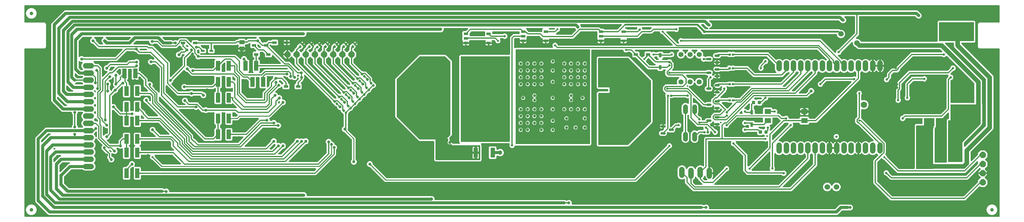
<source format=gbr>
G04 EAGLE Gerber RS-274X export*
G75*
%MOMM*%
%FSLAX34Y34*%
%LPD*%
%INBottom Copper*%
%IPPOS*%
%AMOC8*
5,1,8,0,0,1.08239X$1,22.5*%
G01*
%ADD10R,1.150000X2.700000*%
%ADD11C,0.240000*%
%ADD12C,0.260000*%
%ADD13R,1.050000X0.500000*%
%ADD14R,1.150000X0.800000*%
%ADD15C,0.460000*%
%ADD16R,0.800000X1.150000*%
%ADD17R,1.250000X2.700000*%
%ADD18C,1.400000*%
%ADD19C,1.320800*%
%ADD20C,1.524000*%
%ADD21C,1.778000*%
%ADD22P,1.924489X8X22.500000*%
%ADD23P,6.983147X8X22.500000*%
%ADD24R,1.800000X1.400000*%
%ADD25C,0.360000*%
%ADD26C,1.524000*%
%ADD27C,0.650000*%
%ADD28R,1.200000X0.800000*%
%ADD29C,1.000000*%
%ADD30C,0.804800*%
%ADD31C,0.609600*%
%ADD32C,0.654800*%
%ADD33C,0.304800*%
%ADD34C,0.812800*%
%ADD35C,0.228600*%
%ADD36C,1.270000*%
%ADD37C,0.812800*%
%ADD38C,1.500000*%
%ADD39C,0.508000*%
%ADD40C,1.200000*%

G36*
X2711890Y6099D02*
X2711890Y6099D01*
X2711908Y6097D01*
X2712090Y6118D01*
X2712273Y6137D01*
X2712290Y6142D01*
X2712307Y6144D01*
X2712482Y6201D01*
X2712658Y6255D01*
X2712673Y6263D01*
X2712690Y6269D01*
X2712850Y6359D01*
X2713012Y6447D01*
X2713025Y6458D01*
X2713041Y6467D01*
X2713180Y6587D01*
X2713321Y6704D01*
X2713332Y6718D01*
X2713346Y6730D01*
X2713458Y6875D01*
X2713573Y7018D01*
X2713581Y7034D01*
X2713592Y7048D01*
X2713674Y7213D01*
X2713759Y7375D01*
X2713764Y7392D01*
X2713772Y7408D01*
X2713819Y7587D01*
X2713870Y7762D01*
X2713872Y7780D01*
X2713876Y7797D01*
X2713903Y8128D01*
X2713903Y471872D01*
X2713901Y471890D01*
X2713903Y471908D01*
X2713882Y472090D01*
X2713863Y472273D01*
X2713858Y472290D01*
X2713856Y472307D01*
X2713799Y472482D01*
X2713745Y472658D01*
X2713737Y472673D01*
X2713731Y472690D01*
X2713641Y472850D01*
X2713553Y473012D01*
X2713542Y473025D01*
X2713533Y473041D01*
X2713413Y473180D01*
X2713296Y473321D01*
X2713282Y473332D01*
X2713270Y473346D01*
X2713125Y473458D01*
X2712982Y473573D01*
X2712966Y473581D01*
X2712952Y473592D01*
X2712787Y473674D01*
X2712625Y473759D01*
X2712608Y473764D01*
X2712592Y473772D01*
X2712413Y473819D01*
X2712238Y473870D01*
X2712220Y473872D01*
X2712203Y473876D01*
X2711872Y473903D01*
X2658787Y473903D01*
X2656546Y474831D01*
X2654831Y476546D01*
X2653903Y478787D01*
X2653903Y541213D01*
X2654831Y543454D01*
X2656546Y545169D01*
X2658787Y546097D01*
X2711872Y546097D01*
X2711890Y546099D01*
X2711908Y546097D01*
X2712090Y546118D01*
X2712273Y546137D01*
X2712290Y546142D01*
X2712307Y546144D01*
X2712482Y546201D01*
X2712658Y546255D01*
X2712673Y546263D01*
X2712690Y546269D01*
X2712850Y546359D01*
X2713012Y546447D01*
X2713025Y546458D01*
X2713041Y546467D01*
X2713180Y546587D01*
X2713321Y546704D01*
X2713332Y546718D01*
X2713346Y546730D01*
X2713458Y546875D01*
X2713573Y547018D01*
X2713581Y547034D01*
X2713592Y547048D01*
X2713674Y547213D01*
X2713759Y547375D01*
X2713764Y547392D01*
X2713772Y547408D01*
X2713819Y547587D01*
X2713870Y547762D01*
X2713872Y547780D01*
X2713876Y547797D01*
X2713903Y548128D01*
X2713903Y591872D01*
X2713901Y591890D01*
X2713903Y591908D01*
X2713882Y592090D01*
X2713863Y592273D01*
X2713858Y592290D01*
X2713856Y592307D01*
X2713799Y592482D01*
X2713745Y592658D01*
X2713737Y592673D01*
X2713731Y592690D01*
X2713641Y592850D01*
X2713553Y593012D01*
X2713542Y593025D01*
X2713533Y593041D01*
X2713413Y593180D01*
X2713296Y593321D01*
X2713282Y593332D01*
X2713270Y593346D01*
X2713125Y593458D01*
X2712982Y593573D01*
X2712966Y593581D01*
X2712952Y593592D01*
X2712787Y593674D01*
X2712625Y593759D01*
X2712608Y593764D01*
X2712592Y593772D01*
X2712413Y593819D01*
X2712238Y593870D01*
X2712220Y593872D01*
X2712203Y593876D01*
X2711872Y593903D01*
X8128Y593903D01*
X8110Y593901D01*
X8092Y593903D01*
X7910Y593882D01*
X7727Y593863D01*
X7710Y593858D01*
X7693Y593856D01*
X7518Y593799D01*
X7342Y593745D01*
X7327Y593737D01*
X7310Y593731D01*
X7150Y593641D01*
X6988Y593553D01*
X6975Y593542D01*
X6959Y593533D01*
X6820Y593413D01*
X6679Y593296D01*
X6668Y593282D01*
X6654Y593270D01*
X6542Y593125D01*
X6427Y592982D01*
X6419Y592966D01*
X6408Y592952D01*
X6326Y592787D01*
X6241Y592625D01*
X6236Y592608D01*
X6228Y592592D01*
X6181Y592413D01*
X6130Y592238D01*
X6128Y592220D01*
X6124Y592203D01*
X6097Y591872D01*
X6097Y548128D01*
X6099Y548110D01*
X6097Y548092D01*
X6118Y547910D01*
X6137Y547727D01*
X6142Y547710D01*
X6144Y547693D01*
X6201Y547518D01*
X6255Y547342D01*
X6263Y547327D01*
X6269Y547310D01*
X6359Y547150D01*
X6447Y546988D01*
X6458Y546975D01*
X6467Y546959D01*
X6587Y546820D01*
X6704Y546679D01*
X6718Y546668D01*
X6730Y546654D01*
X6875Y546542D01*
X7018Y546427D01*
X7034Y546419D01*
X7048Y546408D01*
X7213Y546326D01*
X7375Y546241D01*
X7392Y546236D01*
X7408Y546228D01*
X7587Y546181D01*
X7762Y546130D01*
X7780Y546128D01*
X7797Y546124D01*
X8128Y546097D01*
X61213Y546097D01*
X63454Y545169D01*
X65169Y543454D01*
X66097Y541213D01*
X66097Y478787D01*
X65169Y476546D01*
X63454Y474831D01*
X61213Y473903D01*
X8128Y473903D01*
X8110Y473901D01*
X8092Y473903D01*
X7910Y473882D01*
X7727Y473863D01*
X7710Y473858D01*
X7693Y473856D01*
X7518Y473799D01*
X7342Y473745D01*
X7327Y473737D01*
X7310Y473731D01*
X7150Y473641D01*
X6988Y473553D01*
X6975Y473542D01*
X6959Y473533D01*
X6820Y473413D01*
X6679Y473296D01*
X6668Y473282D01*
X6654Y473270D01*
X6542Y473125D01*
X6427Y472982D01*
X6419Y472966D01*
X6408Y472952D01*
X6326Y472787D01*
X6241Y472625D01*
X6236Y472608D01*
X6228Y472592D01*
X6181Y472413D01*
X6130Y472238D01*
X6128Y472220D01*
X6124Y472203D01*
X6097Y471872D01*
X6097Y8128D01*
X6099Y8110D01*
X6097Y8092D01*
X6119Y7909D01*
X6137Y7727D01*
X6142Y7710D01*
X6144Y7693D01*
X6201Y7518D01*
X6255Y7342D01*
X6263Y7327D01*
X6269Y7310D01*
X6359Y7150D01*
X6447Y6988D01*
X6458Y6975D01*
X6467Y6959D01*
X6587Y6820D01*
X6704Y6679D01*
X6718Y6668D01*
X6730Y6654D01*
X6875Y6542D01*
X7018Y6427D01*
X7034Y6419D01*
X7048Y6408D01*
X7213Y6326D01*
X7375Y6241D01*
X7392Y6236D01*
X7408Y6228D01*
X7587Y6181D01*
X7762Y6130D01*
X7780Y6128D01*
X7797Y6124D01*
X8128Y6097D01*
X2711872Y6097D01*
X2711890Y6099D01*
G37*
%LPC*%
G36*
X74583Y10921D02*
X74583Y10921D01*
X71595Y12159D01*
X37559Y46195D01*
X36321Y49183D01*
X36321Y223867D01*
X37559Y226855D01*
X63345Y252641D01*
X66333Y253879D01*
X135930Y253879D01*
X135948Y253881D01*
X135966Y253879D01*
X136148Y253900D01*
X136331Y253919D01*
X136348Y253924D01*
X136365Y253926D01*
X136540Y253983D01*
X136716Y254037D01*
X136731Y254045D01*
X136748Y254051D01*
X136908Y254141D01*
X137070Y254229D01*
X137083Y254240D01*
X137099Y254249D01*
X137238Y254369D01*
X137379Y254486D01*
X137390Y254500D01*
X137404Y254512D01*
X137516Y254657D01*
X137631Y254800D01*
X137639Y254816D01*
X137650Y254830D01*
X137732Y254995D01*
X137817Y255157D01*
X137822Y255174D01*
X137830Y255190D01*
X137877Y255368D01*
X137928Y255544D01*
X137930Y255562D01*
X137934Y255579D01*
X137961Y255910D01*
X137961Y256971D01*
X139193Y259944D01*
X139866Y260618D01*
X139883Y260638D01*
X139904Y260656D01*
X140011Y260794D01*
X140121Y260929D01*
X140134Y260953D01*
X140150Y260974D01*
X140228Y261130D01*
X140310Y261285D01*
X140318Y261310D01*
X140330Y261334D01*
X140375Y261504D01*
X140425Y261671D01*
X140427Y261697D01*
X140434Y261723D01*
X140461Y262054D01*
X140461Y289446D01*
X140459Y289473D01*
X140461Y289499D01*
X140439Y289673D01*
X140421Y289847D01*
X140414Y289872D01*
X140410Y289899D01*
X140355Y290065D01*
X140303Y290232D01*
X140290Y290255D01*
X140282Y290281D01*
X140195Y290432D01*
X140111Y290586D01*
X140094Y290606D01*
X140081Y290629D01*
X139866Y290882D01*
X139193Y291556D01*
X137961Y294529D01*
X137961Y295590D01*
X137959Y295608D01*
X137961Y295626D01*
X137940Y295807D01*
X137921Y295991D01*
X137916Y296008D01*
X137914Y296025D01*
X137857Y296200D01*
X137803Y296376D01*
X137795Y296391D01*
X137789Y296408D01*
X137699Y296568D01*
X137611Y296730D01*
X137600Y296743D01*
X137591Y296759D01*
X137471Y296898D01*
X137354Y297039D01*
X137340Y297050D01*
X137328Y297064D01*
X137183Y297176D01*
X137040Y297291D01*
X137024Y297299D01*
X137010Y297310D01*
X136845Y297392D01*
X136683Y297477D01*
X136666Y297482D01*
X136650Y297490D01*
X136471Y297537D01*
X136296Y297588D01*
X136278Y297590D01*
X136261Y297594D01*
X135930Y297621D01*
X111733Y297621D01*
X108745Y298859D01*
X82009Y325595D01*
X80771Y328583D01*
X80771Y541367D01*
X82009Y544355D01*
X116045Y578391D01*
X119033Y579629D01*
X2484467Y579629D01*
X2487455Y578391D01*
X2496091Y569755D01*
X2497329Y566767D01*
X2497329Y563533D01*
X2496091Y560545D01*
X2493805Y558259D01*
X2490817Y557021D01*
X2487583Y557021D01*
X2484595Y558259D01*
X2480078Y562776D01*
X2480057Y562793D01*
X2480040Y562814D01*
X2479902Y562920D01*
X2479766Y563031D01*
X2479743Y563044D01*
X2479722Y563060D01*
X2479565Y563138D01*
X2479411Y563220D01*
X2479385Y563228D01*
X2479361Y563240D01*
X2479192Y563285D01*
X2479025Y563335D01*
X2478998Y563337D01*
X2478972Y563344D01*
X2478642Y563371D01*
X2325370Y563371D01*
X2325352Y563369D01*
X2325334Y563371D01*
X2325152Y563350D01*
X2324969Y563331D01*
X2324952Y563326D01*
X2324935Y563324D01*
X2324760Y563267D01*
X2324584Y563213D01*
X2324569Y563205D01*
X2324552Y563199D01*
X2324392Y563109D01*
X2324230Y563021D01*
X2324217Y563010D01*
X2324201Y563001D01*
X2324062Y562881D01*
X2323921Y562764D01*
X2323910Y562750D01*
X2323896Y562738D01*
X2323784Y562593D01*
X2323669Y562450D01*
X2323661Y562434D01*
X2323650Y562420D01*
X2323568Y562255D01*
X2323483Y562093D01*
X2323478Y562076D01*
X2323470Y562060D01*
X2323423Y561881D01*
X2323372Y561706D01*
X2323370Y561688D01*
X2323366Y561671D01*
X2323339Y561340D01*
X2323339Y513238D01*
X2322488Y511184D01*
X2320630Y509326D01*
X2315286Y503982D01*
X2315280Y503975D01*
X2315273Y503970D01*
X2315153Y503820D01*
X2315031Y503671D01*
X2315027Y503663D01*
X2315021Y503656D01*
X2314932Y503485D01*
X2314842Y503315D01*
X2314840Y503306D01*
X2314836Y503299D01*
X2314782Y503114D01*
X2314727Y502929D01*
X2314727Y502920D01*
X2314724Y502912D01*
X2314709Y502720D01*
X2314691Y502528D01*
X2314692Y502519D01*
X2314691Y502510D01*
X2314714Y502320D01*
X2314734Y502128D01*
X2314737Y502119D01*
X2314738Y502111D01*
X2314798Y501927D01*
X2314856Y501744D01*
X2314860Y501736D01*
X2314863Y501728D01*
X2314958Y501559D01*
X2315051Y501392D01*
X2315057Y501385D01*
X2315061Y501377D01*
X2315187Y501231D01*
X2315311Y501085D01*
X2315318Y501079D01*
X2315324Y501072D01*
X2315476Y500955D01*
X2315627Y500835D01*
X2315635Y500831D01*
X2315642Y500826D01*
X2315815Y500740D01*
X2315986Y500653D01*
X2315995Y500650D01*
X2316003Y500646D01*
X2316189Y500596D01*
X2316374Y500545D01*
X2316383Y500544D01*
X2316392Y500542D01*
X2316722Y500515D01*
X2320050Y500515D01*
X2324301Y498754D01*
X2327554Y495501D01*
X2328065Y494269D01*
X2328075Y494249D01*
X2328082Y494228D01*
X2328170Y494071D01*
X2328255Y493914D01*
X2328269Y493897D01*
X2328280Y493877D01*
X2328397Y493741D01*
X2328511Y493603D01*
X2328528Y493589D01*
X2328543Y493572D01*
X2328684Y493463D01*
X2328824Y493350D01*
X2328844Y493339D01*
X2328861Y493326D01*
X2329021Y493246D01*
X2329180Y493163D01*
X2329202Y493156D01*
X2329222Y493146D01*
X2329395Y493100D01*
X2329567Y493050D01*
X2329589Y493048D01*
X2329610Y493042D01*
X2329941Y493015D01*
X2539492Y493015D01*
X2539510Y493017D01*
X2539528Y493015D01*
X2539710Y493036D01*
X2539893Y493055D01*
X2539910Y493060D01*
X2539927Y493062D01*
X2540102Y493119D01*
X2540278Y493173D01*
X2540293Y493181D01*
X2540310Y493187D01*
X2540470Y493277D01*
X2540632Y493365D01*
X2540645Y493376D01*
X2540661Y493385D01*
X2540800Y493505D01*
X2540941Y493622D01*
X2540952Y493636D01*
X2540966Y493648D01*
X2541078Y493793D01*
X2541193Y493936D01*
X2541201Y493952D01*
X2541212Y493966D01*
X2541294Y494130D01*
X2541379Y494293D01*
X2541384Y494310D01*
X2541392Y494326D01*
X2541439Y494505D01*
X2541490Y494680D01*
X2541492Y494698D01*
X2541496Y494715D01*
X2541523Y495046D01*
X2541523Y547060D01*
X2542258Y548834D01*
X2543616Y550192D01*
X2545390Y550927D01*
X2642560Y550927D01*
X2644334Y550192D01*
X2645692Y548834D01*
X2646427Y547060D01*
X2646427Y494340D01*
X2645692Y492566D01*
X2644334Y491208D01*
X2642560Y490473D01*
X2609596Y490473D01*
X2609578Y490471D01*
X2609560Y490473D01*
X2609378Y490452D01*
X2609195Y490433D01*
X2609178Y490428D01*
X2609161Y490426D01*
X2608986Y490369D01*
X2608810Y490315D01*
X2608795Y490307D01*
X2608778Y490301D01*
X2608617Y490211D01*
X2608456Y490123D01*
X2608443Y490112D01*
X2608427Y490103D01*
X2608288Y489983D01*
X2608147Y489866D01*
X2608136Y489852D01*
X2608122Y489840D01*
X2608010Y489695D01*
X2607895Y489552D01*
X2607887Y489536D01*
X2607876Y489522D01*
X2607794Y489357D01*
X2607709Y489195D01*
X2607704Y489178D01*
X2607696Y489162D01*
X2607649Y488983D01*
X2607598Y488808D01*
X2607596Y488790D01*
X2607592Y488773D01*
X2607565Y488442D01*
X2607565Y487755D01*
X2607567Y487729D01*
X2607565Y487702D01*
X2607587Y487528D01*
X2607605Y487355D01*
X2607612Y487329D01*
X2607616Y487303D01*
X2607671Y487137D01*
X2607723Y486970D01*
X2607736Y486946D01*
X2607744Y486921D01*
X2607832Y486769D01*
X2607915Y486616D01*
X2607932Y486595D01*
X2607945Y486572D01*
X2608160Y486319D01*
X2694879Y399599D01*
X2696465Y395772D01*
X2696465Y251928D01*
X2694879Y248101D01*
X2633560Y186781D01*
X2633543Y186760D01*
X2633522Y186743D01*
X2633415Y186605D01*
X2633305Y186470D01*
X2633292Y186446D01*
X2633276Y186425D01*
X2633198Y186268D01*
X2633116Y186114D01*
X2633108Y186088D01*
X2633096Y186064D01*
X2633051Y185895D01*
X2633001Y185728D01*
X2632999Y185701D01*
X2632992Y185675D01*
X2632965Y185345D01*
X2632965Y162922D01*
X2632966Y162913D01*
X2632965Y162904D01*
X2632986Y162711D01*
X2633005Y162522D01*
X2633007Y162513D01*
X2633008Y162504D01*
X2633067Y162320D01*
X2633123Y162137D01*
X2633127Y162129D01*
X2633130Y162120D01*
X2633223Y161952D01*
X2633315Y161783D01*
X2633320Y161776D01*
X2633325Y161768D01*
X2633449Y161621D01*
X2633572Y161473D01*
X2633579Y161468D01*
X2633585Y161461D01*
X2633737Y161341D01*
X2633886Y161221D01*
X2633894Y161217D01*
X2633901Y161211D01*
X2634074Y161124D01*
X2634243Y161036D01*
X2634252Y161033D01*
X2634260Y161029D01*
X2634446Y160977D01*
X2634630Y160924D01*
X2634639Y160923D01*
X2634648Y160921D01*
X2634841Y160907D01*
X2635032Y160891D01*
X2635040Y160892D01*
X2635049Y160892D01*
X2635242Y160916D01*
X2635431Y160938D01*
X2635440Y160941D01*
X2635449Y160942D01*
X2635631Y161003D01*
X2635814Y161063D01*
X2635822Y161068D01*
X2635830Y161070D01*
X2635997Y161166D01*
X2636165Y161261D01*
X2636172Y161267D01*
X2636179Y161271D01*
X2636432Y161486D01*
X2653450Y178504D01*
X2653467Y178525D01*
X2653488Y178542D01*
X2653594Y178680D01*
X2653705Y178815D01*
X2653718Y178839D01*
X2653734Y178860D01*
X2653812Y179017D01*
X2653894Y179171D01*
X2653902Y179197D01*
X2653914Y179221D01*
X2653959Y179390D01*
X2654009Y179557D01*
X2654011Y179584D01*
X2654018Y179610D01*
X2654045Y179940D01*
X2654045Y183166D01*
X2661634Y190755D01*
X2672366Y190755D01*
X2679955Y183166D01*
X2679955Y172434D01*
X2674057Y166536D01*
X2674046Y166522D01*
X2674032Y166511D01*
X2673919Y166367D01*
X2673802Y166225D01*
X2673794Y166209D01*
X2673783Y166195D01*
X2673699Y166031D01*
X2673613Y165869D01*
X2673608Y165852D01*
X2673600Y165836D01*
X2673551Y165659D01*
X2673499Y165483D01*
X2673497Y165465D01*
X2673492Y165448D01*
X2673479Y165265D01*
X2673462Y165082D01*
X2673464Y165064D01*
X2673463Y165047D01*
X2673486Y164865D01*
X2673506Y164682D01*
X2673511Y164665D01*
X2673513Y164647D01*
X2673572Y164473D01*
X2673627Y164298D01*
X2673636Y164282D01*
X2673641Y164266D01*
X2673733Y164106D01*
X2673822Y163946D01*
X2673833Y163932D01*
X2673842Y163917D01*
X2674057Y163664D01*
X2679955Y157766D01*
X2679955Y147034D01*
X2672979Y140059D01*
X2672968Y140045D01*
X2672955Y140033D01*
X2672841Y139890D01*
X2672724Y139747D01*
X2672716Y139731D01*
X2672705Y139717D01*
X2672621Y139553D01*
X2672536Y139391D01*
X2672531Y139374D01*
X2672523Y139358D01*
X2672473Y139181D01*
X2672421Y139006D01*
X2672419Y138988D01*
X2672415Y138971D01*
X2672401Y138787D01*
X2672385Y138605D01*
X2672386Y138587D01*
X2672385Y138569D01*
X2672408Y138387D01*
X2672428Y138204D01*
X2672433Y138187D01*
X2672436Y138170D01*
X2672494Y137996D01*
X2672549Y137820D01*
X2672558Y137805D01*
X2672564Y137788D01*
X2672656Y137628D01*
X2672744Y137468D01*
X2672756Y137455D01*
X2672765Y137439D01*
X2672979Y137186D01*
X2678431Y131735D01*
X2678431Y129249D01*
X2667218Y129249D01*
X2667200Y129247D01*
X2667183Y129249D01*
X2667019Y129230D01*
X2666782Y129249D01*
X2655569Y129249D01*
X2655569Y131735D01*
X2661021Y137186D01*
X2661032Y137200D01*
X2661045Y137211D01*
X2661159Y137356D01*
X2661276Y137498D01*
X2661284Y137513D01*
X2661295Y137527D01*
X2661378Y137691D01*
X2661464Y137853D01*
X2661469Y137870D01*
X2661477Y137886D01*
X2661527Y138064D01*
X2661579Y138239D01*
X2661581Y138257D01*
X2661585Y138274D01*
X2661599Y138457D01*
X2661615Y138640D01*
X2661614Y138658D01*
X2661615Y138676D01*
X2661592Y138858D01*
X2661572Y139040D01*
X2661567Y139057D01*
X2661564Y139075D01*
X2661506Y139249D01*
X2661451Y139424D01*
X2661442Y139440D01*
X2661436Y139457D01*
X2661344Y139616D01*
X2661256Y139777D01*
X2661244Y139790D01*
X2661235Y139806D01*
X2661021Y140059D01*
X2660053Y141026D01*
X2660039Y141038D01*
X2660027Y141051D01*
X2659883Y141165D01*
X2659741Y141282D01*
X2659726Y141290D01*
X2659711Y141301D01*
X2659547Y141385D01*
X2659386Y141470D01*
X2659369Y141475D01*
X2659353Y141483D01*
X2659175Y141533D01*
X2659000Y141585D01*
X2658982Y141587D01*
X2658965Y141591D01*
X2658781Y141605D01*
X2658599Y141621D01*
X2658581Y141619D01*
X2658563Y141621D01*
X2658381Y141598D01*
X2658198Y141578D01*
X2658181Y141573D01*
X2658164Y141570D01*
X2657990Y141512D01*
X2657815Y141456D01*
X2657799Y141448D01*
X2657782Y141442D01*
X2657623Y141350D01*
X2657462Y141262D01*
X2657449Y141250D01*
X2657433Y141241D01*
X2657180Y141026D01*
X2625716Y109562D01*
X2625644Y109532D01*
X2623662Y108711D01*
X2411888Y108711D01*
X2409834Y109562D01*
X2399236Y120160D01*
X2399215Y120177D01*
X2399198Y120198D01*
X2399060Y120305D01*
X2398924Y120415D01*
X2398901Y120428D01*
X2398880Y120444D01*
X2398723Y120522D01*
X2398569Y120604D01*
X2398543Y120612D01*
X2398519Y120624D01*
X2398350Y120669D01*
X2398183Y120719D01*
X2398156Y120721D01*
X2398130Y120728D01*
X2397800Y120755D01*
X2397746Y120755D01*
X2395049Y121873D01*
X2392985Y123937D01*
X2391867Y126634D01*
X2391867Y129554D01*
X2392985Y132251D01*
X2395049Y134315D01*
X2397746Y135433D01*
X2400666Y135433D01*
X2403363Y134315D01*
X2405427Y132251D01*
X2406545Y129554D01*
X2406545Y129500D01*
X2406547Y129474D01*
X2406545Y129447D01*
X2406567Y129273D01*
X2406585Y129100D01*
X2406592Y129074D01*
X2406596Y129048D01*
X2406651Y128882D01*
X2406703Y128715D01*
X2406716Y128691D01*
X2406724Y128666D01*
X2406811Y128514D01*
X2406895Y128361D01*
X2406912Y128340D01*
X2406925Y128317D01*
X2407140Y128064D01*
X2414720Y120484D01*
X2414741Y120467D01*
X2414758Y120446D01*
X2414896Y120339D01*
X2415032Y120229D01*
X2415055Y120216D01*
X2415076Y120200D01*
X2415233Y120122D01*
X2415387Y120040D01*
X2415413Y120032D01*
X2415437Y120020D01*
X2415606Y119975D01*
X2415773Y119925D01*
X2415800Y119923D01*
X2415826Y119916D01*
X2416156Y119889D01*
X2619394Y119889D01*
X2619420Y119891D01*
X2619447Y119889D01*
X2619621Y119911D01*
X2619794Y119929D01*
X2619820Y119936D01*
X2619846Y119940D01*
X2620012Y119995D01*
X2620179Y120047D01*
X2620203Y120060D01*
X2620228Y120068D01*
X2620380Y120155D01*
X2620533Y120239D01*
X2620554Y120256D01*
X2620577Y120269D01*
X2620830Y120484D01*
X2653450Y153104D01*
X2653467Y153125D01*
X2653488Y153142D01*
X2653595Y153280D01*
X2653705Y153415D01*
X2653718Y153439D01*
X2653734Y153460D01*
X2653812Y153617D01*
X2653894Y153771D01*
X2653902Y153797D01*
X2653914Y153821D01*
X2653959Y153990D01*
X2654009Y154157D01*
X2654011Y154184D01*
X2654018Y154210D01*
X2654045Y154540D01*
X2654045Y158388D01*
X2654044Y158397D01*
X2654045Y158406D01*
X2654024Y158598D01*
X2654005Y158788D01*
X2654003Y158797D01*
X2654002Y158806D01*
X2653944Y158990D01*
X2653887Y159173D01*
X2653883Y159181D01*
X2653880Y159190D01*
X2653788Y159357D01*
X2653695Y159527D01*
X2653690Y159534D01*
X2653685Y159542D01*
X2653561Y159689D01*
X2653438Y159837D01*
X2653431Y159842D01*
X2653425Y159849D01*
X2653273Y159969D01*
X2653124Y160089D01*
X2653116Y160093D01*
X2653109Y160099D01*
X2652936Y160186D01*
X2652767Y160274D01*
X2652758Y160277D01*
X2652750Y160281D01*
X2652564Y160333D01*
X2652380Y160386D01*
X2652371Y160387D01*
X2652362Y160389D01*
X2652169Y160403D01*
X2651978Y160419D01*
X2651970Y160418D01*
X2651961Y160418D01*
X2651768Y160394D01*
X2651579Y160372D01*
X2651570Y160369D01*
X2651561Y160368D01*
X2651379Y160307D01*
X2651196Y160247D01*
X2651188Y160242D01*
X2651180Y160240D01*
X2651013Y160144D01*
X2650845Y160049D01*
X2650838Y160043D01*
X2650831Y160039D01*
X2650578Y159824D01*
X2619366Y128612D01*
X2617438Y127814D01*
X2617312Y127761D01*
X2430938Y127761D01*
X2428884Y128612D01*
X2393754Y163742D01*
X2393733Y163759D01*
X2393716Y163780D01*
X2393578Y163887D01*
X2393442Y163997D01*
X2393419Y164010D01*
X2393398Y164026D01*
X2393241Y164104D01*
X2393087Y164186D01*
X2393061Y164194D01*
X2393037Y164206D01*
X2392868Y164251D01*
X2392701Y164301D01*
X2392674Y164303D01*
X2392648Y164310D01*
X2392589Y164315D01*
X2389921Y165420D01*
X2387920Y167421D01*
X2387774Y167773D01*
X2387768Y167785D01*
X2387764Y167798D01*
X2387674Y167961D01*
X2387584Y168128D01*
X2387575Y168138D01*
X2387569Y168150D01*
X2387448Y168293D01*
X2387328Y168438D01*
X2387317Y168447D01*
X2387309Y168457D01*
X2387161Y168574D01*
X2387015Y168692D01*
X2387003Y168698D01*
X2386993Y168707D01*
X2386825Y168792D01*
X2386659Y168879D01*
X2386646Y168883D01*
X2386634Y168889D01*
X2386452Y168940D01*
X2386272Y168992D01*
X2386259Y168994D01*
X2386246Y168997D01*
X2386056Y169011D01*
X2385871Y169027D01*
X2385858Y169026D01*
X2385844Y169027D01*
X2385657Y169003D01*
X2385471Y168982D01*
X2385458Y168978D01*
X2385445Y168976D01*
X2385267Y168916D01*
X2385088Y168859D01*
X2385076Y168852D01*
X2385063Y168848D01*
X2384901Y168754D01*
X2384736Y168662D01*
X2384726Y168654D01*
X2384714Y168647D01*
X2384461Y168432D01*
X2374734Y158705D01*
X2374717Y158684D01*
X2374696Y158666D01*
X2374589Y158529D01*
X2374479Y158393D01*
X2374466Y158370D01*
X2374450Y158348D01*
X2374372Y158191D01*
X2374290Y158037D01*
X2374282Y158012D01*
X2374270Y157988D01*
X2374225Y157818D01*
X2374175Y157652D01*
X2374173Y157625D01*
X2374166Y157599D01*
X2374139Y157268D01*
X2374139Y104756D01*
X2374141Y104730D01*
X2374139Y104703D01*
X2374161Y104529D01*
X2374179Y104356D01*
X2374186Y104330D01*
X2374190Y104304D01*
X2374246Y104138D01*
X2374297Y103971D01*
X2374310Y103947D01*
X2374318Y103922D01*
X2374405Y103770D01*
X2374489Y103617D01*
X2374506Y103596D01*
X2374519Y103573D01*
X2374734Y103320D01*
X2414720Y63334D01*
X2414741Y63317D01*
X2414758Y63296D01*
X2414896Y63189D01*
X2415032Y63079D01*
X2415055Y63066D01*
X2415076Y63050D01*
X2415233Y62972D01*
X2415387Y62890D01*
X2415413Y62882D01*
X2415437Y62870D01*
X2415606Y62825D01*
X2415773Y62775D01*
X2415800Y62773D01*
X2415826Y62766D01*
X2416156Y62739D01*
X2613044Y62739D01*
X2613070Y62741D01*
X2613097Y62739D01*
X2613271Y62761D01*
X2613444Y62779D01*
X2613470Y62786D01*
X2613496Y62790D01*
X2613662Y62845D01*
X2613829Y62897D01*
X2613853Y62910D01*
X2613878Y62918D01*
X2614030Y63005D01*
X2614183Y63089D01*
X2614204Y63106D01*
X2614227Y63119D01*
X2614480Y63334D01*
X2653450Y102304D01*
X2653467Y102325D01*
X2653488Y102342D01*
X2653595Y102480D01*
X2653705Y102615D01*
X2653718Y102639D01*
X2653734Y102660D01*
X2653812Y102817D01*
X2653894Y102971D01*
X2653902Y102997D01*
X2653914Y103021D01*
X2653959Y103190D01*
X2654009Y103357D01*
X2654011Y103384D01*
X2654018Y103410D01*
X2654045Y103740D01*
X2654045Y106966D01*
X2661021Y113941D01*
X2661032Y113955D01*
X2661045Y113967D01*
X2661159Y114111D01*
X2661276Y114253D01*
X2661284Y114269D01*
X2661295Y114283D01*
X2661378Y114447D01*
X2661464Y114608D01*
X2661469Y114626D01*
X2661477Y114642D01*
X2661527Y114819D01*
X2661579Y114994D01*
X2661581Y115012D01*
X2661585Y115029D01*
X2661599Y115213D01*
X2661615Y115395D01*
X2661614Y115413D01*
X2661615Y115431D01*
X2661592Y115613D01*
X2661572Y115796D01*
X2661567Y115813D01*
X2661564Y115830D01*
X2661506Y116004D01*
X2661451Y116179D01*
X2661442Y116195D01*
X2661436Y116212D01*
X2661344Y116372D01*
X2661256Y116532D01*
X2661244Y116545D01*
X2661235Y116561D01*
X2661021Y116814D01*
X2655569Y122265D01*
X2655569Y124751D01*
X2666782Y124751D01*
X2666800Y124752D01*
X2666817Y124751D01*
X2666981Y124770D01*
X2667218Y124751D01*
X2678431Y124751D01*
X2678431Y122265D01*
X2672979Y116814D01*
X2672968Y116800D01*
X2672955Y116789D01*
X2672841Y116645D01*
X2672724Y116502D01*
X2672716Y116487D01*
X2672705Y116473D01*
X2672621Y116308D01*
X2672536Y116147D01*
X2672531Y116130D01*
X2672523Y116114D01*
X2672473Y115936D01*
X2672421Y115761D01*
X2672419Y115743D01*
X2672415Y115726D01*
X2672401Y115543D01*
X2672385Y115360D01*
X2672386Y115342D01*
X2672385Y115324D01*
X2672408Y115142D01*
X2672428Y114960D01*
X2672433Y114943D01*
X2672436Y114925D01*
X2672494Y114751D01*
X2672549Y114576D01*
X2672558Y114560D01*
X2672564Y114543D01*
X2672656Y114384D01*
X2672744Y114223D01*
X2672756Y114210D01*
X2672765Y114194D01*
X2672979Y113941D01*
X2679955Y106966D01*
X2679955Y96234D01*
X2672366Y88645D01*
X2661634Y88645D01*
X2660053Y90226D01*
X2660039Y90238D01*
X2660027Y90251D01*
X2659883Y90365D01*
X2659741Y90482D01*
X2659726Y90490D01*
X2659711Y90501D01*
X2659547Y90585D01*
X2659386Y90670D01*
X2659369Y90675D01*
X2659353Y90683D01*
X2659175Y90733D01*
X2659000Y90785D01*
X2658982Y90787D01*
X2658965Y90791D01*
X2658781Y90805D01*
X2658599Y90821D01*
X2658581Y90819D01*
X2658563Y90821D01*
X2658381Y90798D01*
X2658198Y90778D01*
X2658181Y90773D01*
X2658164Y90770D01*
X2657990Y90712D01*
X2657815Y90656D01*
X2657799Y90648D01*
X2657782Y90642D01*
X2657623Y90550D01*
X2657462Y90462D01*
X2657449Y90450D01*
X2657433Y90441D01*
X2657180Y90226D01*
X2621224Y54270D01*
X2621223Y54270D01*
X2619366Y52412D01*
X2617312Y51561D01*
X2411888Y51561D01*
X2409834Y52412D01*
X2363812Y98434D01*
X2362961Y100488D01*
X2362961Y161536D01*
X2363812Y163590D01*
X2376045Y175823D01*
X2376053Y175833D01*
X2376063Y175842D01*
X2376180Y175988D01*
X2376300Y176134D01*
X2376306Y176146D01*
X2376314Y176157D01*
X2376400Y176324D01*
X2376488Y176490D01*
X2376492Y176503D01*
X2376498Y176515D01*
X2376549Y176695D01*
X2376603Y176876D01*
X2376604Y176889D01*
X2376608Y176902D01*
X2376622Y177087D01*
X2376639Y177277D01*
X2376638Y177291D01*
X2376639Y177304D01*
X2376617Y177486D01*
X2376596Y177677D01*
X2376592Y177690D01*
X2376590Y177703D01*
X2376532Y177881D01*
X2376475Y178061D01*
X2376468Y178073D01*
X2376464Y178086D01*
X2376370Y178250D01*
X2376280Y178413D01*
X2376271Y178424D01*
X2376264Y178435D01*
X2376141Y178577D01*
X2376019Y178720D01*
X2376009Y178729D01*
X2376000Y178739D01*
X2375851Y178853D01*
X2375703Y178970D01*
X2375691Y178976D01*
X2375681Y178984D01*
X2375386Y179136D01*
X2374931Y179324D01*
X2372986Y181269D01*
X2372972Y181280D01*
X2372961Y181294D01*
X2372817Y181408D01*
X2372675Y181524D01*
X2372659Y181532D01*
X2372645Y181543D01*
X2372481Y181627D01*
X2372319Y181713D01*
X2372302Y181718D01*
X2372286Y181726D01*
X2372109Y181775D01*
X2371933Y181827D01*
X2371915Y181829D01*
X2371898Y181834D01*
X2371715Y181847D01*
X2371532Y181864D01*
X2371514Y181862D01*
X2371497Y181863D01*
X2371315Y181840D01*
X2371132Y181820D01*
X2371115Y181815D01*
X2371097Y181813D01*
X2370923Y181754D01*
X2370748Y181699D01*
X2370732Y181690D01*
X2370716Y181685D01*
X2370557Y181593D01*
X2370396Y181504D01*
X2370382Y181493D01*
X2370367Y181484D01*
X2370114Y181269D01*
X2368169Y179324D01*
X2363874Y177545D01*
X2359226Y177545D01*
X2354931Y179324D01*
X2352986Y181269D01*
X2352972Y181280D01*
X2352961Y181294D01*
X2352817Y181408D01*
X2352675Y181524D01*
X2352659Y181532D01*
X2352645Y181543D01*
X2352481Y181627D01*
X2352319Y181713D01*
X2352302Y181718D01*
X2352286Y181726D01*
X2352109Y181775D01*
X2351933Y181827D01*
X2351915Y181829D01*
X2351898Y181834D01*
X2351715Y181847D01*
X2351532Y181864D01*
X2351514Y181862D01*
X2351497Y181863D01*
X2351315Y181840D01*
X2351132Y181820D01*
X2351115Y181815D01*
X2351097Y181813D01*
X2350923Y181754D01*
X2350748Y181699D01*
X2350732Y181690D01*
X2350716Y181685D01*
X2350557Y181593D01*
X2350396Y181504D01*
X2350382Y181493D01*
X2350367Y181484D01*
X2350114Y181269D01*
X2348169Y179324D01*
X2343874Y177545D01*
X2339226Y177545D01*
X2334931Y179324D01*
X2331909Y182347D01*
X2331895Y182358D01*
X2331883Y182372D01*
X2331739Y182486D01*
X2331597Y182602D01*
X2331581Y182610D01*
X2331567Y182621D01*
X2331403Y182705D01*
X2331241Y182790D01*
X2331224Y182795D01*
X2331208Y182804D01*
X2331032Y182853D01*
X2330856Y182905D01*
X2330838Y182907D01*
X2330821Y182912D01*
X2330638Y182925D01*
X2330455Y182942D01*
X2330437Y182940D01*
X2330419Y182941D01*
X2330238Y182918D01*
X2330054Y182898D01*
X2330037Y182893D01*
X2330020Y182890D01*
X2329846Y182832D01*
X2329670Y182777D01*
X2329655Y182768D01*
X2329638Y182762D01*
X2329478Y182670D01*
X2329318Y182582D01*
X2329305Y182570D01*
X2329289Y182561D01*
X2329036Y182347D01*
X2328169Y181480D01*
X2326875Y180540D01*
X2325450Y179814D01*
X2324089Y179371D01*
X2324089Y196342D01*
X2324087Y196360D01*
X2324089Y196377D01*
X2324068Y196560D01*
X2324049Y196742D01*
X2324044Y196759D01*
X2324042Y196777D01*
X2324017Y196855D01*
X2324056Y196992D01*
X2324058Y197010D01*
X2324062Y197027D01*
X2324089Y197358D01*
X2324089Y214329D01*
X2325450Y213886D01*
X2326875Y213160D01*
X2328169Y212220D01*
X2329036Y211353D01*
X2329050Y211342D01*
X2329061Y211328D01*
X2329205Y211215D01*
X2329348Y211098D01*
X2329363Y211090D01*
X2329377Y211079D01*
X2329541Y210996D01*
X2329703Y210910D01*
X2329720Y210905D01*
X2329736Y210896D01*
X2329913Y210847D01*
X2330089Y210795D01*
X2330107Y210793D01*
X2330124Y210788D01*
X2330307Y210775D01*
X2330490Y210758D01*
X2330508Y210760D01*
X2330526Y210759D01*
X2330708Y210782D01*
X2330890Y210802D01*
X2330907Y210807D01*
X2330925Y210810D01*
X2331099Y210868D01*
X2331274Y210923D01*
X2331290Y210932D01*
X2331307Y210938D01*
X2331465Y211029D01*
X2331627Y211118D01*
X2331640Y211130D01*
X2331656Y211139D01*
X2331909Y211353D01*
X2334931Y214376D01*
X2339226Y216155D01*
X2343874Y216155D01*
X2348169Y214376D01*
X2350114Y212431D01*
X2350127Y212420D01*
X2350139Y212406D01*
X2350283Y212292D01*
X2350425Y212176D01*
X2350441Y212168D01*
X2350455Y212157D01*
X2350619Y212073D01*
X2350781Y211987D01*
X2350798Y211982D01*
X2350814Y211974D01*
X2350991Y211925D01*
X2351167Y211873D01*
X2351185Y211871D01*
X2351202Y211866D01*
X2351385Y211853D01*
X2351568Y211836D01*
X2351586Y211838D01*
X2351603Y211837D01*
X2351785Y211860D01*
X2351968Y211880D01*
X2351985Y211885D01*
X2352003Y211887D01*
X2352176Y211945D01*
X2352352Y212001D01*
X2352368Y212010D01*
X2352384Y212015D01*
X2352544Y212107D01*
X2352704Y212196D01*
X2352718Y212207D01*
X2352733Y212216D01*
X2352986Y212431D01*
X2354931Y214376D01*
X2359226Y216155D01*
X2361838Y216155D01*
X2361847Y216156D01*
X2361856Y216155D01*
X2362049Y216176D01*
X2362238Y216195D01*
X2362247Y216197D01*
X2362256Y216198D01*
X2362440Y216257D01*
X2362623Y216313D01*
X2362631Y216317D01*
X2362640Y216320D01*
X2362808Y216413D01*
X2362977Y216505D01*
X2362984Y216510D01*
X2362992Y216515D01*
X2363138Y216638D01*
X2363287Y216762D01*
X2363292Y216769D01*
X2363299Y216775D01*
X2363419Y216927D01*
X2363539Y217076D01*
X2363543Y217084D01*
X2363549Y217091D01*
X2363636Y217264D01*
X2363724Y217433D01*
X2363727Y217442D01*
X2363731Y217450D01*
X2363783Y217636D01*
X2363836Y217820D01*
X2363837Y217829D01*
X2363839Y217838D01*
X2363853Y218031D01*
X2363869Y218222D01*
X2363868Y218230D01*
X2363868Y218239D01*
X2363844Y218432D01*
X2363822Y218621D01*
X2363819Y218630D01*
X2363818Y218639D01*
X2363757Y218820D01*
X2363697Y219004D01*
X2363692Y219012D01*
X2363690Y219020D01*
X2363594Y219187D01*
X2363499Y219355D01*
X2363493Y219362D01*
X2363489Y219369D01*
X2363274Y219622D01*
X2322126Y260770D01*
X2322105Y260787D01*
X2322088Y260808D01*
X2321950Y260914D01*
X2321814Y261025D01*
X2321791Y261038D01*
X2321770Y261054D01*
X2321613Y261132D01*
X2321459Y261214D01*
X2321433Y261222D01*
X2321409Y261234D01*
X2321240Y261279D01*
X2321073Y261329D01*
X2321046Y261331D01*
X2321020Y261338D01*
X2320690Y261365D01*
X2320463Y261365D01*
X2318409Y262216D01*
X2313266Y267359D01*
X2312415Y269413D01*
X2312415Y276687D01*
X2313266Y278741D01*
X2317916Y283391D01*
X2317933Y283412D01*
X2317954Y283429D01*
X2318061Y283567D01*
X2318171Y283703D01*
X2318184Y283726D01*
X2318200Y283747D01*
X2318278Y283904D01*
X2318360Y284058D01*
X2318368Y284084D01*
X2318380Y284108D01*
X2318425Y284277D01*
X2318475Y284444D01*
X2318477Y284471D01*
X2318484Y284497D01*
X2318511Y284827D01*
X2318511Y343938D01*
X2318509Y343965D01*
X2318511Y343992D01*
X2318489Y344165D01*
X2318471Y344339D01*
X2318463Y344365D01*
X2318460Y344391D01*
X2318404Y344557D01*
X2318353Y344724D01*
X2318340Y344748D01*
X2318332Y344773D01*
X2318245Y344924D01*
X2318161Y345078D01*
X2318144Y345099D01*
X2318131Y345122D01*
X2318092Y345167D01*
X2316987Y347835D01*
X2316987Y350665D01*
X2318070Y353279D01*
X2320071Y355280D01*
X2322685Y356363D01*
X2325515Y356363D01*
X2328129Y355280D01*
X2330130Y353279D01*
X2331213Y350665D01*
X2331213Y347835D01*
X2330101Y345152D01*
X2330029Y345063D01*
X2330016Y345040D01*
X2330000Y345018D01*
X2329922Y344862D01*
X2329840Y344708D01*
X2329832Y344682D01*
X2329820Y344658D01*
X2329775Y344489D01*
X2329725Y344322D01*
X2329723Y344295D01*
X2329716Y344269D01*
X2329689Y343938D01*
X2329689Y331616D01*
X2329690Y331603D01*
X2329689Y331590D01*
X2329710Y331404D01*
X2329729Y331216D01*
X2329733Y331203D01*
X2329734Y331190D01*
X2329791Y331012D01*
X2329847Y330831D01*
X2329853Y330819D01*
X2329857Y330806D01*
X2329949Y330642D01*
X2330039Y330477D01*
X2330047Y330467D01*
X2330054Y330455D01*
X2330177Y330310D01*
X2330296Y330168D01*
X2330307Y330159D01*
X2330315Y330149D01*
X2330464Y330033D01*
X2330610Y329915D01*
X2330622Y329909D01*
X2330632Y329901D01*
X2330802Y329816D01*
X2330967Y329730D01*
X2330980Y329726D01*
X2330992Y329720D01*
X2331174Y329670D01*
X2331354Y329618D01*
X2331368Y329617D01*
X2331381Y329614D01*
X2331567Y329601D01*
X2331756Y329586D01*
X2331769Y329587D01*
X2331782Y329586D01*
X2331969Y329611D01*
X2332155Y329632D01*
X2332168Y329637D01*
X2332181Y329638D01*
X2332497Y329740D01*
X2334223Y330455D01*
X2339377Y330455D01*
X2344138Y328483D01*
X2347783Y324838D01*
X2349755Y320077D01*
X2349755Y314923D01*
X2347783Y310162D01*
X2344138Y306517D01*
X2339377Y304545D01*
X2334223Y304545D01*
X2332497Y305260D01*
X2332484Y305264D01*
X2332473Y305270D01*
X2332292Y305322D01*
X2332112Y305377D01*
X2332099Y305378D01*
X2332086Y305382D01*
X2331897Y305397D01*
X2331711Y305415D01*
X2331698Y305413D01*
X2331684Y305414D01*
X2331498Y305393D01*
X2331311Y305373D01*
X2331298Y305369D01*
X2331285Y305368D01*
X2331105Y305309D01*
X2330926Y305253D01*
X2330915Y305247D01*
X2330902Y305243D01*
X2330737Y305150D01*
X2330573Y305060D01*
X2330563Y305051D01*
X2330551Y305045D01*
X2330409Y304922D01*
X2330265Y304801D01*
X2330257Y304790D01*
X2330246Y304782D01*
X2330132Y304634D01*
X2330014Y304486D01*
X2330008Y304474D01*
X2330000Y304464D01*
X2329916Y304295D01*
X2329830Y304128D01*
X2329826Y304115D01*
X2329820Y304103D01*
X2329771Y303920D01*
X2329720Y303741D01*
X2329719Y303727D01*
X2329716Y303714D01*
X2329689Y303384D01*
X2329689Y280391D01*
X2329679Y280263D01*
X2329661Y280081D01*
X2329663Y280063D01*
X2329662Y280045D01*
X2329684Y279864D01*
X2329703Y279680D01*
X2329708Y279663D01*
X2329711Y279645D01*
X2329768Y279472D01*
X2329823Y279296D01*
X2329831Y279280D01*
X2329837Y279263D01*
X2329928Y279104D01*
X2330016Y278943D01*
X2330028Y278929D01*
X2330037Y278913D01*
X2330157Y278775D01*
X2330275Y278635D01*
X2330289Y278623D01*
X2330301Y278610D01*
X2330447Y278498D01*
X2330590Y278384D01*
X2330606Y278375D01*
X2330620Y278364D01*
X2330915Y278213D01*
X2331941Y277788D01*
X2333799Y275930D01*
X2395606Y214123D01*
X2397464Y212265D01*
X2398315Y210211D01*
X2398315Y183489D01*
X2397464Y181435D01*
X2396968Y180939D01*
X2396959Y180928D01*
X2396949Y180920D01*
X2396832Y180773D01*
X2396713Y180627D01*
X2396706Y180615D01*
X2396698Y180605D01*
X2396612Y180438D01*
X2396524Y180272D01*
X2396520Y180259D01*
X2396514Y180247D01*
X2396463Y180065D01*
X2396409Y179886D01*
X2396408Y179872D01*
X2396404Y179859D01*
X2396390Y179673D01*
X2396373Y179485D01*
X2396374Y179471D01*
X2396373Y179458D01*
X2396396Y179273D01*
X2396416Y179084D01*
X2396420Y179072D01*
X2396422Y179058D01*
X2396481Y178880D01*
X2396538Y178701D01*
X2396544Y178689D01*
X2396548Y178676D01*
X2396642Y178512D01*
X2396733Y178348D01*
X2396741Y178338D01*
X2396748Y178326D01*
X2396871Y178185D01*
X2396993Y178041D01*
X2397004Y178033D01*
X2397012Y178023D01*
X2397160Y177909D01*
X2397309Y177792D01*
X2397321Y177785D01*
X2397332Y177777D01*
X2397627Y177626D01*
X2397979Y177480D01*
X2399980Y175479D01*
X2401091Y172796D01*
X2401103Y172682D01*
X2401110Y172656D01*
X2401114Y172630D01*
X2401169Y172464D01*
X2401221Y172297D01*
X2401234Y172273D01*
X2401242Y172248D01*
X2401329Y172096D01*
X2401413Y171943D01*
X2401430Y171922D01*
X2401443Y171899D01*
X2401658Y171646D01*
X2433770Y139534D01*
X2433791Y139517D01*
X2433808Y139496D01*
X2433946Y139389D01*
X2434082Y139279D01*
X2434105Y139266D01*
X2434126Y139250D01*
X2434283Y139172D01*
X2434437Y139090D01*
X2434463Y139082D01*
X2434487Y139070D01*
X2434656Y139025D01*
X2434823Y138975D01*
X2434850Y138973D01*
X2434876Y138966D01*
X2435206Y138939D01*
X2475982Y138939D01*
X2476000Y138941D01*
X2476018Y138939D01*
X2476200Y138960D01*
X2476383Y138979D01*
X2476400Y138984D01*
X2476418Y138986D01*
X2476592Y139043D01*
X2476768Y139097D01*
X2476783Y139105D01*
X2476800Y139111D01*
X2476961Y139201D01*
X2477122Y139289D01*
X2477135Y139300D01*
X2477151Y139309D01*
X2477290Y139429D01*
X2477431Y139546D01*
X2477442Y139560D01*
X2477456Y139572D01*
X2477568Y139716D01*
X2477683Y139860D01*
X2477691Y139876D01*
X2477702Y139890D01*
X2477784Y140055D01*
X2477869Y140217D01*
X2477874Y140234D01*
X2477882Y140250D01*
X2477929Y140428D01*
X2477980Y140604D01*
X2477982Y140622D01*
X2477986Y140639D01*
X2478013Y140970D01*
X2478013Y259894D01*
X2478748Y261668D01*
X2480106Y263025D01*
X2481880Y263760D01*
X2497494Y263760D01*
X2497512Y263762D01*
X2497530Y263761D01*
X2497712Y263782D01*
X2497895Y263800D01*
X2497912Y263805D01*
X2497930Y263807D01*
X2498104Y263864D01*
X2498280Y263918D01*
X2498296Y263927D01*
X2498313Y263932D01*
X2498473Y264023D01*
X2498634Y264110D01*
X2498648Y264121D01*
X2498663Y264130D01*
X2498803Y264250D01*
X2498943Y264368D01*
X2498954Y264382D01*
X2498968Y264393D01*
X2499081Y264538D01*
X2499196Y264682D01*
X2499204Y264697D01*
X2499215Y264711D01*
X2499297Y264876D01*
X2499381Y265039D01*
X2499386Y265056D01*
X2499394Y265072D01*
X2499442Y265250D01*
X2499493Y265426D01*
X2499494Y265444D01*
X2499499Y265461D01*
X2499526Y265792D01*
X2499526Y278130D01*
X2499524Y278148D01*
X2499525Y278166D01*
X2499504Y278348D01*
X2499486Y278531D01*
X2499481Y278548D01*
X2499479Y278565D01*
X2499422Y278740D01*
X2499368Y278916D01*
X2499359Y278931D01*
X2499354Y278948D01*
X2499263Y279108D01*
X2499176Y279270D01*
X2499165Y279283D01*
X2499156Y279299D01*
X2499036Y279437D01*
X2498918Y279579D01*
X2498904Y279590D01*
X2498893Y279604D01*
X2498748Y279716D01*
X2498604Y279831D01*
X2498589Y279839D01*
X2498575Y279850D01*
X2498410Y279932D01*
X2498247Y280017D01*
X2498230Y280022D01*
X2498214Y280030D01*
X2498036Y280077D01*
X2497860Y280128D01*
X2497842Y280130D01*
X2497825Y280134D01*
X2497494Y280161D01*
X2454256Y280161D01*
X2454230Y280159D01*
X2454203Y280161D01*
X2454030Y280139D01*
X2453856Y280121D01*
X2453830Y280114D01*
X2453804Y280110D01*
X2453638Y280055D01*
X2453471Y280003D01*
X2453447Y279990D01*
X2453422Y279982D01*
X2453271Y279895D01*
X2453117Y279811D01*
X2453096Y279794D01*
X2453073Y279781D01*
X2452820Y279566D01*
X2452684Y279430D01*
X2452667Y279409D01*
X2452646Y279392D01*
X2452540Y279254D01*
X2452429Y279119D01*
X2452416Y279095D01*
X2452400Y279074D01*
X2452322Y278917D01*
X2452240Y278763D01*
X2452232Y278737D01*
X2452220Y278713D01*
X2452175Y278544D01*
X2452125Y278377D01*
X2452123Y278350D01*
X2452116Y278324D01*
X2452089Y277994D01*
X2452089Y277940D01*
X2450971Y275243D01*
X2448907Y273179D01*
X2446210Y272061D01*
X2443290Y272061D01*
X2440593Y273179D01*
X2438529Y275243D01*
X2437411Y277940D01*
X2437411Y280860D01*
X2438529Y283557D01*
X2440593Y285621D01*
X2443290Y286739D01*
X2443344Y286739D01*
X2443370Y286741D01*
X2443397Y286739D01*
X2443571Y286761D01*
X2443744Y286779D01*
X2443770Y286786D01*
X2443796Y286790D01*
X2443962Y286846D01*
X2444129Y286897D01*
X2444153Y286910D01*
X2444178Y286918D01*
X2444330Y287005D01*
X2444483Y287089D01*
X2444504Y287106D01*
X2444527Y287119D01*
X2444780Y287334D01*
X2447934Y290488D01*
X2449988Y291339D01*
X2549544Y291339D01*
X2549570Y291341D01*
X2549597Y291339D01*
X2549771Y291361D01*
X2549944Y291379D01*
X2549970Y291386D01*
X2549996Y291390D01*
X2550162Y291445D01*
X2550329Y291497D01*
X2550353Y291510D01*
X2550378Y291518D01*
X2550530Y291605D01*
X2550683Y291689D01*
X2550704Y291706D01*
X2550727Y291719D01*
X2550980Y291934D01*
X2565566Y306520D01*
X2565583Y306541D01*
X2565604Y306558D01*
X2565711Y306696D01*
X2565821Y306831D01*
X2565834Y306855D01*
X2565850Y306876D01*
X2565928Y307033D01*
X2566010Y307187D01*
X2566018Y307213D01*
X2566030Y307237D01*
X2566075Y307406D01*
X2566125Y307573D01*
X2566127Y307600D01*
X2566134Y307626D01*
X2566161Y307956D01*
X2566161Y388462D01*
X2567012Y390516D01*
X2568870Y392374D01*
X2570166Y393670D01*
X2570183Y393691D01*
X2570204Y393708D01*
X2570311Y393846D01*
X2570421Y393981D01*
X2570434Y394005D01*
X2570450Y394026D01*
X2570528Y394183D01*
X2570610Y394337D01*
X2570618Y394363D01*
X2570630Y394387D01*
X2570675Y394555D01*
X2570725Y394723D01*
X2570727Y394750D01*
X2570734Y394776D01*
X2570761Y395106D01*
X2570761Y395160D01*
X2571939Y398003D01*
X2571943Y398016D01*
X2571949Y398027D01*
X2572000Y398207D01*
X2572055Y398388D01*
X2572057Y398401D01*
X2572060Y398414D01*
X2572076Y398601D01*
X2572093Y398789D01*
X2572092Y398802D01*
X2572093Y398816D01*
X2572071Y399002D01*
X2572052Y399189D01*
X2572048Y399202D01*
X2572046Y399215D01*
X2571988Y399395D01*
X2571932Y399574D01*
X2571926Y399585D01*
X2571921Y399598D01*
X2571829Y399762D01*
X2571739Y399927D01*
X2571730Y399937D01*
X2571724Y399949D01*
X2571601Y400091D01*
X2571480Y400235D01*
X2571469Y400243D01*
X2571460Y400254D01*
X2571313Y400368D01*
X2571165Y400486D01*
X2571153Y400492D01*
X2571142Y400500D01*
X2570974Y400584D01*
X2570807Y400670D01*
X2570794Y400674D01*
X2570782Y400680D01*
X2570599Y400729D01*
X2570419Y400780D01*
X2570406Y400781D01*
X2570393Y400784D01*
X2570062Y400811D01*
X2466956Y400811D01*
X2466930Y400809D01*
X2466903Y400811D01*
X2466729Y400789D01*
X2466556Y400771D01*
X2466530Y400764D01*
X2466504Y400760D01*
X2466338Y400705D01*
X2466171Y400653D01*
X2466147Y400640D01*
X2466122Y400632D01*
X2465970Y400545D01*
X2465817Y400461D01*
X2465796Y400444D01*
X2465773Y400431D01*
X2465520Y400216D01*
X2442012Y376709D01*
X2441995Y376688D01*
X2441975Y376670D01*
X2441868Y376532D01*
X2441757Y376397D01*
X2441745Y376373D01*
X2441728Y376352D01*
X2441650Y376195D01*
X2441569Y376041D01*
X2441561Y376016D01*
X2441549Y375992D01*
X2441503Y375822D01*
X2441454Y375655D01*
X2441451Y375629D01*
X2441444Y375603D01*
X2441417Y375272D01*
X2441417Y360647D01*
X2440567Y358593D01*
X2438234Y356260D01*
X2438217Y356240D01*
X2438196Y356222D01*
X2438089Y356084D01*
X2437979Y355949D01*
X2437966Y355925D01*
X2437950Y355904D01*
X2437872Y355747D01*
X2437790Y355593D01*
X2437782Y355568D01*
X2437770Y355544D01*
X2437725Y355374D01*
X2437675Y355207D01*
X2437673Y355181D01*
X2437666Y355155D01*
X2437639Y354824D01*
X2437639Y335831D01*
X2437641Y335805D01*
X2437639Y335778D01*
X2437661Y335604D01*
X2437679Y335431D01*
X2437686Y335405D01*
X2437690Y335378D01*
X2437745Y335213D01*
X2437797Y335046D01*
X2437810Y335022D01*
X2437818Y334997D01*
X2437905Y334845D01*
X2437989Y334692D01*
X2438006Y334671D01*
X2438019Y334648D01*
X2438234Y334395D01*
X2438271Y334357D01*
X2439389Y331660D01*
X2439389Y328740D01*
X2438271Y326043D01*
X2436207Y323979D01*
X2433510Y322861D01*
X2430590Y322861D01*
X2427893Y323979D01*
X2425829Y326043D01*
X2424711Y328740D01*
X2424711Y331660D01*
X2425829Y334357D01*
X2425866Y334395D01*
X2425883Y334416D01*
X2425904Y334433D01*
X2426010Y334571D01*
X2426121Y334706D01*
X2426134Y334730D01*
X2426150Y334751D01*
X2426228Y334908D01*
X2426310Y335062D01*
X2426318Y335088D01*
X2426330Y335112D01*
X2426375Y335281D01*
X2426425Y335448D01*
X2426427Y335475D01*
X2426434Y335500D01*
X2426461Y335831D01*
X2426461Y359092D01*
X2427312Y361146D01*
X2429645Y363479D01*
X2429662Y363500D01*
X2429682Y363517D01*
X2429789Y363655D01*
X2429900Y363791D01*
X2429913Y363814D01*
X2429929Y363835D01*
X2430007Y363992D01*
X2430089Y364146D01*
X2430096Y364172D01*
X2430108Y364196D01*
X2430154Y364365D01*
X2430203Y364532D01*
X2430206Y364559D01*
X2430213Y364585D01*
X2430240Y364915D01*
X2430240Y379540D01*
X2431091Y381594D01*
X2460634Y411138D01*
X2462688Y411989D01*
X2568594Y411989D01*
X2568620Y411991D01*
X2568647Y411989D01*
X2568821Y412011D01*
X2568994Y412029D01*
X2569020Y412036D01*
X2569046Y412040D01*
X2569212Y412095D01*
X2569379Y412147D01*
X2569403Y412160D01*
X2569428Y412168D01*
X2569580Y412255D01*
X2569733Y412339D01*
X2569754Y412356D01*
X2569777Y412369D01*
X2570030Y412584D01*
X2576516Y419070D01*
X2576533Y419091D01*
X2576554Y419108D01*
X2576661Y419246D01*
X2576771Y419382D01*
X2576784Y419405D01*
X2576800Y419426D01*
X2576878Y419583D01*
X2576960Y419737D01*
X2576968Y419763D01*
X2576980Y419787D01*
X2577025Y419956D01*
X2577075Y420123D01*
X2577077Y420150D01*
X2577084Y420176D01*
X2577111Y420506D01*
X2577111Y420560D01*
X2578229Y423257D01*
X2580293Y425321D01*
X2582990Y426439D01*
X2585910Y426439D01*
X2588607Y425321D01*
X2590671Y423257D01*
X2591789Y420560D01*
X2591789Y417640D01*
X2590671Y414943D01*
X2588607Y412879D01*
X2585910Y411761D01*
X2585856Y411761D01*
X2585830Y411759D01*
X2585803Y411761D01*
X2585629Y411739D01*
X2585456Y411721D01*
X2585430Y411714D01*
X2585404Y411710D01*
X2585238Y411655D01*
X2585071Y411603D01*
X2585047Y411590D01*
X2585022Y411582D01*
X2584871Y411495D01*
X2584717Y411411D01*
X2584696Y411394D01*
X2584673Y411381D01*
X2584420Y411166D01*
X2577760Y404506D01*
X2577754Y404499D01*
X2577747Y404494D01*
X2577627Y404344D01*
X2577505Y404195D01*
X2577501Y404187D01*
X2577495Y404180D01*
X2577407Y404010D01*
X2577316Y403839D01*
X2577314Y403830D01*
X2577310Y403823D01*
X2577256Y403635D01*
X2577201Y403453D01*
X2577201Y403444D01*
X2577198Y403436D01*
X2577183Y403244D01*
X2577165Y403052D01*
X2577166Y403043D01*
X2577165Y403034D01*
X2577188Y402845D01*
X2577208Y402652D01*
X2577211Y402643D01*
X2577212Y402635D01*
X2577272Y402453D01*
X2577330Y402268D01*
X2577334Y402260D01*
X2577337Y402252D01*
X2577432Y402083D01*
X2577525Y401916D01*
X2577531Y401909D01*
X2577535Y401901D01*
X2577661Y401755D01*
X2577785Y401609D01*
X2577792Y401603D01*
X2577798Y401596D01*
X2577950Y401479D01*
X2578101Y401359D01*
X2578109Y401355D01*
X2578116Y401350D01*
X2578288Y401264D01*
X2578460Y401177D01*
X2578469Y401174D01*
X2578477Y401170D01*
X2578663Y401120D01*
X2578848Y401069D01*
X2578857Y401068D01*
X2578866Y401066D01*
X2579196Y401039D01*
X2579560Y401039D01*
X2582257Y399921D01*
X2584321Y397857D01*
X2585439Y395160D01*
X2585439Y392240D01*
X2584321Y389543D01*
X2582257Y387479D01*
X2579560Y386361D01*
X2579506Y386361D01*
X2579479Y386359D01*
X2579453Y386361D01*
X2579280Y386339D01*
X2579106Y386321D01*
X2579080Y386313D01*
X2579053Y386310D01*
X2578888Y386255D01*
X2578721Y386203D01*
X2578697Y386190D01*
X2578672Y386182D01*
X2578521Y386095D01*
X2578367Y386011D01*
X2578346Y385994D01*
X2578323Y385981D01*
X2578070Y385766D01*
X2577934Y385630D01*
X2577917Y385609D01*
X2577896Y385592D01*
X2577790Y385454D01*
X2577678Y385318D01*
X2577666Y385295D01*
X2577650Y385274D01*
X2577572Y385117D01*
X2577490Y384963D01*
X2577482Y384937D01*
X2577470Y384913D01*
X2577425Y384744D01*
X2577375Y384577D01*
X2577373Y384550D01*
X2577366Y384524D01*
X2577339Y384194D01*
X2577339Y324358D01*
X2577341Y324340D01*
X2577339Y324322D01*
X2577360Y324140D01*
X2577379Y323957D01*
X2577384Y323940D01*
X2577386Y323923D01*
X2577443Y323748D01*
X2577497Y323572D01*
X2577505Y323557D01*
X2577511Y323540D01*
X2577601Y323380D01*
X2577689Y323218D01*
X2577700Y323205D01*
X2577709Y323189D01*
X2577830Y323049D01*
X2577946Y322909D01*
X2577960Y322898D01*
X2577972Y322884D01*
X2578117Y322772D01*
X2578260Y322657D01*
X2578276Y322649D01*
X2578290Y322638D01*
X2578455Y322556D01*
X2578617Y322471D01*
X2578634Y322466D01*
X2578650Y322458D01*
X2578829Y322411D01*
X2579004Y322360D01*
X2579022Y322358D01*
X2579039Y322354D01*
X2579370Y322327D01*
X2641854Y322327D01*
X2641872Y322329D01*
X2641890Y322327D01*
X2642072Y322348D01*
X2642255Y322367D01*
X2642272Y322372D01*
X2642289Y322374D01*
X2642464Y322431D01*
X2642640Y322485D01*
X2642655Y322493D01*
X2642672Y322499D01*
X2642832Y322589D01*
X2642994Y322677D01*
X2643007Y322688D01*
X2643023Y322697D01*
X2643162Y322817D01*
X2643303Y322934D01*
X2643314Y322948D01*
X2643328Y322960D01*
X2643440Y323105D01*
X2643555Y323248D01*
X2643563Y323264D01*
X2643574Y323278D01*
X2643656Y323443D01*
X2643741Y323605D01*
X2643746Y323622D01*
X2643754Y323638D01*
X2643801Y323817D01*
X2643852Y323992D01*
X2643854Y324010D01*
X2643858Y324027D01*
X2643885Y324358D01*
X2643885Y375845D01*
X2643883Y375871D01*
X2643885Y375898D01*
X2643863Y376072D01*
X2643845Y376245D01*
X2643838Y376271D01*
X2643834Y376297D01*
X2643779Y376463D01*
X2643727Y376630D01*
X2643714Y376654D01*
X2643706Y376679D01*
X2643619Y376831D01*
X2643535Y376984D01*
X2643518Y377005D01*
X2643505Y377028D01*
X2643290Y377281D01*
X2567836Y452735D01*
X2567822Y452746D01*
X2567811Y452760D01*
X2567667Y452874D01*
X2567525Y452990D01*
X2567509Y452999D01*
X2567495Y453010D01*
X2567331Y453093D01*
X2567169Y453179D01*
X2567152Y453184D01*
X2567136Y453192D01*
X2566959Y453241D01*
X2566783Y453294D01*
X2566765Y453295D01*
X2566748Y453300D01*
X2566565Y453313D01*
X2566382Y453330D01*
X2566364Y453328D01*
X2566347Y453329D01*
X2566164Y453306D01*
X2565982Y453287D01*
X2565965Y453281D01*
X2565947Y453279D01*
X2565773Y453221D01*
X2565598Y453165D01*
X2565582Y453156D01*
X2565565Y453151D01*
X2565407Y453059D01*
X2565246Y452970D01*
X2565232Y452959D01*
X2565217Y452950D01*
X2564964Y452735D01*
X2563207Y450979D01*
X2560510Y449861D01*
X2557590Y449861D01*
X2554893Y450979D01*
X2554855Y451016D01*
X2554834Y451033D01*
X2554817Y451054D01*
X2554679Y451161D01*
X2554544Y451271D01*
X2554520Y451284D01*
X2554499Y451300D01*
X2554342Y451378D01*
X2554188Y451460D01*
X2554162Y451468D01*
X2554138Y451480D01*
X2553969Y451525D01*
X2553802Y451575D01*
X2553775Y451577D01*
X2553750Y451584D01*
X2553419Y451611D01*
X2473306Y451611D01*
X2473280Y451609D01*
X2473253Y451611D01*
X2473079Y451589D01*
X2472906Y451571D01*
X2472880Y451564D01*
X2472854Y451560D01*
X2472688Y451505D01*
X2472521Y451453D01*
X2472497Y451440D01*
X2472472Y451432D01*
X2472320Y451344D01*
X2472167Y451261D01*
X2472146Y451244D01*
X2472123Y451231D01*
X2471870Y451016D01*
X2438206Y417352D01*
X2438189Y417331D01*
X2438168Y417314D01*
X2438061Y417176D01*
X2437951Y417040D01*
X2437938Y417017D01*
X2437922Y416996D01*
X2437844Y416839D01*
X2437762Y416685D01*
X2437754Y416659D01*
X2437742Y416635D01*
X2437697Y416466D01*
X2437647Y416299D01*
X2437645Y416272D01*
X2437638Y416246D01*
X2437611Y415916D01*
X2437611Y415370D01*
X2436760Y413316D01*
X2434902Y411458D01*
X2433342Y409898D01*
X2431484Y408040D01*
X2429430Y407189D01*
X2419944Y407189D01*
X2419917Y407187D01*
X2419890Y407189D01*
X2419716Y407167D01*
X2419543Y407149D01*
X2419518Y407142D01*
X2419491Y407138D01*
X2419325Y407083D01*
X2419158Y407031D01*
X2419135Y407018D01*
X2419109Y407010D01*
X2418958Y406923D01*
X2418804Y406839D01*
X2418784Y406822D01*
X2418760Y406809D01*
X2418507Y406594D01*
X2412862Y400949D01*
X2412845Y400928D01*
X2412824Y400910D01*
X2412717Y400773D01*
X2412607Y400637D01*
X2412594Y400614D01*
X2412578Y400592D01*
X2412500Y400435D01*
X2412418Y400281D01*
X2412410Y400256D01*
X2412398Y400232D01*
X2412353Y400062D01*
X2412303Y399896D01*
X2412301Y399869D01*
X2412294Y399843D01*
X2412267Y399512D01*
X2412267Y392616D01*
X2411416Y390562D01*
X2408234Y387380D01*
X2408217Y387359D01*
X2408196Y387342D01*
X2408089Y387204D01*
X2407979Y387068D01*
X2407969Y387051D01*
X2407969Y387050D01*
X2407966Y387044D01*
X2407950Y387024D01*
X2407872Y386867D01*
X2407790Y386713D01*
X2407785Y386697D01*
X2407783Y386693D01*
X2407781Y386684D01*
X2407770Y386663D01*
X2407725Y386494D01*
X2407675Y386327D01*
X2407674Y386313D01*
X2407672Y386306D01*
X2407671Y386293D01*
X2407666Y386274D01*
X2407639Y385944D01*
X2407639Y385890D01*
X2406521Y383193D01*
X2404457Y381129D01*
X2401760Y380011D01*
X2398840Y380011D01*
X2396143Y381129D01*
X2394079Y383193D01*
X2392961Y385890D01*
X2392961Y388810D01*
X2394079Y391507D01*
X2396143Y393571D01*
X2398840Y394689D01*
X2398894Y394689D01*
X2398920Y394691D01*
X2398947Y394689D01*
X2399121Y394711D01*
X2399294Y394729D01*
X2399320Y394736D01*
X2399346Y394740D01*
X2399512Y394795D01*
X2399679Y394847D01*
X2399703Y394860D01*
X2399728Y394868D01*
X2399880Y394955D01*
X2400033Y395039D01*
X2400054Y395056D01*
X2400077Y395069D01*
X2400330Y395284D01*
X2400494Y395448D01*
X2400511Y395469D01*
X2400532Y395486D01*
X2400639Y395624D01*
X2400749Y395760D01*
X2400762Y395783D01*
X2400778Y395804D01*
X2400856Y395961D01*
X2400938Y396115D01*
X2400946Y396141D01*
X2400958Y396165D01*
X2401003Y396334D01*
X2401053Y396501D01*
X2401055Y396528D01*
X2401062Y396554D01*
X2401089Y396884D01*
X2401089Y403780D01*
X2401940Y405834D01*
X2413622Y417516D01*
X2415676Y418367D01*
X2424402Y418367D01*
X2424420Y418369D01*
X2424438Y418367D01*
X2424620Y418388D01*
X2424803Y418407D01*
X2424820Y418412D01*
X2424837Y418414D01*
X2425012Y418471D01*
X2425188Y418525D01*
X2425203Y418533D01*
X2425220Y418539D01*
X2425380Y418629D01*
X2425542Y418717D01*
X2425555Y418728D01*
X2425571Y418737D01*
X2425710Y418857D01*
X2425851Y418974D01*
X2425862Y418988D01*
X2425876Y419000D01*
X2425988Y419145D01*
X2426103Y419288D01*
X2426111Y419304D01*
X2426122Y419318D01*
X2426204Y419483D01*
X2426289Y419645D01*
X2426294Y419662D01*
X2426302Y419678D01*
X2426349Y419857D01*
X2426400Y420032D01*
X2426402Y420050D01*
X2426406Y420067D01*
X2426411Y420131D01*
X2427284Y422238D01*
X2466984Y461938D01*
X2469038Y462789D01*
X2552879Y462789D01*
X2552888Y462790D01*
X2552897Y462789D01*
X2553088Y462810D01*
X2553279Y462829D01*
X2553288Y462831D01*
X2553297Y462832D01*
X2553479Y462890D01*
X2553664Y462947D01*
X2553672Y462951D01*
X2553681Y462954D01*
X2553849Y463047D01*
X2554018Y463139D01*
X2554025Y463144D01*
X2554033Y463149D01*
X2554180Y463273D01*
X2554328Y463396D01*
X2554333Y463403D01*
X2554340Y463409D01*
X2554459Y463559D01*
X2554580Y463710D01*
X2554584Y463718D01*
X2554590Y463725D01*
X2554677Y463898D01*
X2554765Y464067D01*
X2554768Y464076D01*
X2554772Y464084D01*
X2554824Y464270D01*
X2554877Y464454D01*
X2554878Y464463D01*
X2554880Y464472D01*
X2554894Y464665D01*
X2554910Y464856D01*
X2554909Y464864D01*
X2554909Y464873D01*
X2554885Y465066D01*
X2554863Y465255D01*
X2554860Y465264D01*
X2554859Y465273D01*
X2554798Y465456D01*
X2554738Y465638D01*
X2554734Y465646D01*
X2554731Y465654D01*
X2554635Y465820D01*
X2554540Y465989D01*
X2554534Y465995D01*
X2554530Y466003D01*
X2554315Y466256D01*
X2548981Y471590D01*
X2548960Y471607D01*
X2548943Y471628D01*
X2548805Y471735D01*
X2548670Y471845D01*
X2548646Y471858D01*
X2548625Y471874D01*
X2548468Y471952D01*
X2548314Y472034D01*
X2548288Y472042D01*
X2548264Y472054D01*
X2548095Y472099D01*
X2547928Y472149D01*
X2547901Y472151D01*
X2547875Y472158D01*
X2547545Y472185D01*
X2322028Y472185D01*
X2318201Y473771D01*
X2314261Y477710D01*
X2314237Y477730D01*
X2314217Y477754D01*
X2314082Y477857D01*
X2313950Y477965D01*
X2313922Y477980D01*
X2313897Y477999D01*
X2313602Y478151D01*
X2311199Y479146D01*
X2307946Y482399D01*
X2306185Y486650D01*
X2306185Y489978D01*
X2306184Y489987D01*
X2306185Y489996D01*
X2306164Y490187D01*
X2306145Y490378D01*
X2306143Y490387D01*
X2306142Y490396D01*
X2306083Y490580D01*
X2306027Y490763D01*
X2306023Y490771D01*
X2306020Y490780D01*
X2305928Y490946D01*
X2305835Y491117D01*
X2305830Y491124D01*
X2305825Y491132D01*
X2305701Y491279D01*
X2305578Y491427D01*
X2305571Y491432D01*
X2305565Y491439D01*
X2305414Y491558D01*
X2305264Y491679D01*
X2305256Y491683D01*
X2305249Y491689D01*
X2305076Y491776D01*
X2304907Y491864D01*
X2304898Y491867D01*
X2304890Y491871D01*
X2304704Y491923D01*
X2304520Y491976D01*
X2304511Y491977D01*
X2304502Y491979D01*
X2304309Y491993D01*
X2304118Y492009D01*
X2304110Y492008D01*
X2304101Y492008D01*
X2303908Y491984D01*
X2303719Y491962D01*
X2303710Y491959D01*
X2303701Y491958D01*
X2303519Y491897D01*
X2303336Y491837D01*
X2303328Y491832D01*
X2303320Y491830D01*
X2303153Y491734D01*
X2302985Y491639D01*
X2302978Y491633D01*
X2302971Y491629D01*
X2302718Y491414D01*
X2274884Y463580D01*
X2274867Y463559D01*
X2274846Y463542D01*
X2274739Y463404D01*
X2274629Y463268D01*
X2274616Y463245D01*
X2274600Y463224D01*
X2274522Y463067D01*
X2274440Y462913D01*
X2274432Y462887D01*
X2274420Y462863D01*
X2274375Y462694D01*
X2274325Y462527D01*
X2274323Y462500D01*
X2274316Y462474D01*
X2274289Y462144D01*
X2274289Y462090D01*
X2273171Y459393D01*
X2271107Y457329D01*
X2268410Y456211D01*
X2267022Y456211D01*
X2267013Y456210D01*
X2267004Y456211D01*
X2266810Y456190D01*
X2266621Y456171D01*
X2266613Y456169D01*
X2266604Y456168D01*
X2266419Y456109D01*
X2266236Y456053D01*
X2266228Y456049D01*
X2266220Y456046D01*
X2266051Y455953D01*
X2265882Y455861D01*
X2265875Y455856D01*
X2265867Y455851D01*
X2265720Y455727D01*
X2265573Y455604D01*
X2265567Y455597D01*
X2265560Y455591D01*
X2265440Y455438D01*
X2265320Y455290D01*
X2265316Y455282D01*
X2265311Y455275D01*
X2265223Y455102D01*
X2265135Y454933D01*
X2265132Y454924D01*
X2265128Y454916D01*
X2265076Y454730D01*
X2265024Y454546D01*
X2265023Y454537D01*
X2265020Y454528D01*
X2265006Y454335D01*
X2264991Y454144D01*
X2264992Y454136D01*
X2264991Y454127D01*
X2265015Y453934D01*
X2265038Y453745D01*
X2265040Y453736D01*
X2265041Y453727D01*
X2265103Y453545D01*
X2265162Y453362D01*
X2265167Y453354D01*
X2265170Y453346D01*
X2265266Y453178D01*
X2265360Y453011D01*
X2265366Y453004D01*
X2265371Y452997D01*
X2265585Y452744D01*
X2274270Y444059D01*
X2274287Y444045D01*
X2274302Y444028D01*
X2274443Y443917D01*
X2274581Y443804D01*
X2274601Y443794D01*
X2274619Y443780D01*
X2274779Y443699D01*
X2274937Y443615D01*
X2274958Y443609D01*
X2274978Y443599D01*
X2275152Y443552D01*
X2275323Y443501D01*
X2275345Y443499D01*
X2275367Y443493D01*
X2275545Y443480D01*
X2275724Y443464D01*
X2275746Y443467D01*
X2275768Y443465D01*
X2275946Y443488D01*
X2276124Y443508D01*
X2276145Y443514D01*
X2276168Y443517D01*
X2276483Y443619D01*
X2279226Y444755D01*
X2283874Y444755D01*
X2288169Y442976D01*
X2290114Y441031D01*
X2290127Y441020D01*
X2290139Y441006D01*
X2290283Y440892D01*
X2290425Y440776D01*
X2290441Y440768D01*
X2290455Y440757D01*
X2290619Y440673D01*
X2290781Y440587D01*
X2290798Y440582D01*
X2290814Y440574D01*
X2290991Y440525D01*
X2291167Y440473D01*
X2291185Y440471D01*
X2291202Y440466D01*
X2291385Y440453D01*
X2291568Y440436D01*
X2291586Y440438D01*
X2291603Y440437D01*
X2291785Y440460D01*
X2291968Y440480D01*
X2291985Y440485D01*
X2292003Y440487D01*
X2292176Y440545D01*
X2292352Y440601D01*
X2292368Y440610D01*
X2292384Y440615D01*
X2292544Y440707D01*
X2292704Y440796D01*
X2292718Y440807D01*
X2292733Y440816D01*
X2292986Y441031D01*
X2294931Y442976D01*
X2299226Y444755D01*
X2303874Y444755D01*
X2308169Y442976D01*
X2310114Y441031D01*
X2310127Y441020D01*
X2310139Y441006D01*
X2310283Y440892D01*
X2310425Y440776D01*
X2310441Y440768D01*
X2310455Y440757D01*
X2310619Y440673D01*
X2310781Y440587D01*
X2310798Y440582D01*
X2310814Y440574D01*
X2310991Y440525D01*
X2311167Y440473D01*
X2311185Y440471D01*
X2311202Y440466D01*
X2311385Y440453D01*
X2311568Y440436D01*
X2311586Y440438D01*
X2311603Y440437D01*
X2311785Y440460D01*
X2311968Y440480D01*
X2311985Y440485D01*
X2312003Y440487D01*
X2312176Y440545D01*
X2312352Y440601D01*
X2312368Y440610D01*
X2312384Y440615D01*
X2312544Y440707D01*
X2312704Y440796D01*
X2312718Y440807D01*
X2312733Y440816D01*
X2312986Y441031D01*
X2314931Y442976D01*
X2319226Y444755D01*
X2323874Y444755D01*
X2328169Y442976D01*
X2330114Y441031D01*
X2330127Y441020D01*
X2330139Y441006D01*
X2330283Y440892D01*
X2330425Y440776D01*
X2330441Y440768D01*
X2330455Y440757D01*
X2330619Y440673D01*
X2330781Y440587D01*
X2330798Y440582D01*
X2330814Y440574D01*
X2330991Y440525D01*
X2331167Y440473D01*
X2331185Y440471D01*
X2331202Y440466D01*
X2331385Y440453D01*
X2331568Y440436D01*
X2331586Y440438D01*
X2331603Y440437D01*
X2331785Y440460D01*
X2331968Y440480D01*
X2331985Y440485D01*
X2332003Y440487D01*
X2332176Y440545D01*
X2332352Y440601D01*
X2332368Y440610D01*
X2332384Y440615D01*
X2332544Y440707D01*
X2332704Y440796D01*
X2332718Y440807D01*
X2332733Y440816D01*
X2332986Y441031D01*
X2334931Y442976D01*
X2339226Y444755D01*
X2343874Y444755D01*
X2348169Y442976D01*
X2351191Y439953D01*
X2351205Y439942D01*
X2351217Y439928D01*
X2351361Y439815D01*
X2351503Y439698D01*
X2351519Y439690D01*
X2351533Y439679D01*
X2351697Y439595D01*
X2351859Y439510D01*
X2351876Y439505D01*
X2351892Y439497D01*
X2352069Y439447D01*
X2352244Y439395D01*
X2352262Y439393D01*
X2352279Y439389D01*
X2352463Y439375D01*
X2352645Y439359D01*
X2352663Y439360D01*
X2352681Y439359D01*
X2352863Y439382D01*
X2353046Y439402D01*
X2353063Y439407D01*
X2353080Y439410D01*
X2353254Y439468D01*
X2353430Y439523D01*
X2353445Y439532D01*
X2353462Y439538D01*
X2353622Y439630D01*
X2353782Y439718D01*
X2353795Y439730D01*
X2353811Y439739D01*
X2354064Y439953D01*
X2354931Y440820D01*
X2356225Y441760D01*
X2357650Y442486D01*
X2359011Y442929D01*
X2359011Y425958D01*
X2359012Y425940D01*
X2359011Y425923D01*
X2359032Y425740D01*
X2359051Y425558D01*
X2359056Y425541D01*
X2359058Y425523D01*
X2359083Y425445D01*
X2359044Y425308D01*
X2359042Y425290D01*
X2359038Y425273D01*
X2359011Y424942D01*
X2359011Y407971D01*
X2357650Y408414D01*
X2356225Y409140D01*
X2354931Y410080D01*
X2354064Y410947D01*
X2354050Y410958D01*
X2354039Y410972D01*
X2353894Y411085D01*
X2353752Y411202D01*
X2353737Y411210D01*
X2353723Y411221D01*
X2353559Y411305D01*
X2353397Y411390D01*
X2353380Y411395D01*
X2353364Y411403D01*
X2353186Y411453D01*
X2353011Y411505D01*
X2352993Y411507D01*
X2352976Y411511D01*
X2352793Y411525D01*
X2352610Y411541D01*
X2352592Y411540D01*
X2352574Y411541D01*
X2352392Y411518D01*
X2352210Y411498D01*
X2352193Y411493D01*
X2352175Y411490D01*
X2352001Y411432D01*
X2351826Y411377D01*
X2351810Y411368D01*
X2351793Y411362D01*
X2351634Y411270D01*
X2351473Y411182D01*
X2351460Y411170D01*
X2351444Y411161D01*
X2351191Y410947D01*
X2348169Y407924D01*
X2343874Y406145D01*
X2339226Y406145D01*
X2334931Y407924D01*
X2332986Y409869D01*
X2332972Y409880D01*
X2332961Y409894D01*
X2332817Y410008D01*
X2332675Y410124D01*
X2332659Y410132D01*
X2332645Y410143D01*
X2332481Y410227D01*
X2332319Y410313D01*
X2332302Y410318D01*
X2332286Y410326D01*
X2332109Y410375D01*
X2331933Y410427D01*
X2331915Y410429D01*
X2331898Y410434D01*
X2331715Y410447D01*
X2331532Y410464D01*
X2331514Y410462D01*
X2331497Y410463D01*
X2331315Y410440D01*
X2331132Y410420D01*
X2331115Y410415D01*
X2331097Y410413D01*
X2330923Y410354D01*
X2330748Y410299D01*
X2330732Y410290D01*
X2330716Y410285D01*
X2330557Y410193D01*
X2330396Y410104D01*
X2330382Y410093D01*
X2330367Y410084D01*
X2330114Y409869D01*
X2328110Y407866D01*
X2328038Y407827D01*
X2328021Y407813D01*
X2328001Y407802D01*
X2327865Y407684D01*
X2327728Y407570D01*
X2327713Y407553D01*
X2327696Y407538D01*
X2327587Y407397D01*
X2327474Y407258D01*
X2327463Y407238D01*
X2327450Y407220D01*
X2327370Y407060D01*
X2327287Y406901D01*
X2327280Y406880D01*
X2327270Y406860D01*
X2327224Y406687D01*
X2327174Y406515D01*
X2327172Y406493D01*
X2327166Y406471D01*
X2327139Y406140D01*
X2327139Y390038D01*
X2326288Y387984D01*
X2206616Y268312D01*
X2204562Y267461D01*
X2186796Y267461D01*
X2186778Y267459D01*
X2186760Y267461D01*
X2186578Y267440D01*
X2186395Y267421D01*
X2186378Y267416D01*
X2186361Y267414D01*
X2186186Y267357D01*
X2186010Y267303D01*
X2185995Y267295D01*
X2185978Y267289D01*
X2185818Y267199D01*
X2185656Y267111D01*
X2185643Y267100D01*
X2185627Y267091D01*
X2185488Y266971D01*
X2185347Y266854D01*
X2185336Y266840D01*
X2185322Y266828D01*
X2185210Y266683D01*
X2185095Y266540D01*
X2185087Y266524D01*
X2185076Y266510D01*
X2184994Y266345D01*
X2184909Y266183D01*
X2184904Y266166D01*
X2184896Y266150D01*
X2184849Y265971D01*
X2184798Y265796D01*
X2184796Y265778D01*
X2184792Y265761D01*
X2184765Y265430D01*
X2184765Y265241D01*
X2184146Y263748D01*
X2183002Y262604D01*
X2181509Y261985D01*
X2161891Y261985D01*
X2160398Y262604D01*
X2159254Y263748D01*
X2158635Y265241D01*
X2158635Y265430D01*
X2158633Y265448D01*
X2158635Y265466D01*
X2158614Y265648D01*
X2158595Y265831D01*
X2158590Y265848D01*
X2158588Y265865D01*
X2158531Y266040D01*
X2158477Y266216D01*
X2158469Y266231D01*
X2158463Y266248D01*
X2158373Y266408D01*
X2158285Y266570D01*
X2158274Y266583D01*
X2158265Y266599D01*
X2158145Y266738D01*
X2158028Y266879D01*
X2158014Y266890D01*
X2158002Y266904D01*
X2157857Y267016D01*
X2157714Y267131D01*
X2157698Y267139D01*
X2157684Y267150D01*
X2157519Y267232D01*
X2157357Y267317D01*
X2157340Y267322D01*
X2157324Y267330D01*
X2157145Y267377D01*
X2156970Y267428D01*
X2156952Y267430D01*
X2156935Y267434D01*
X2156604Y267461D01*
X2141662Y267461D01*
X2141649Y267460D01*
X2141635Y267461D01*
X2141449Y267440D01*
X2141261Y267421D01*
X2141249Y267417D01*
X2141235Y267416D01*
X2141057Y267359D01*
X2140877Y267303D01*
X2140865Y267297D01*
X2140852Y267293D01*
X2140688Y267201D01*
X2140523Y267111D01*
X2140512Y267103D01*
X2140501Y267096D01*
X2140357Y266973D01*
X2140213Y266854D01*
X2140205Y266843D01*
X2140195Y266835D01*
X2140078Y266686D01*
X2139961Y266540D01*
X2139955Y266528D01*
X2139946Y266518D01*
X2139862Y266348D01*
X2139775Y266183D01*
X2139772Y266170D01*
X2139766Y266158D01*
X2139716Y265976D01*
X2139664Y265796D01*
X2139663Y265782D01*
X2139659Y265769D01*
X2139647Y265583D01*
X2139631Y265394D01*
X2139633Y265381D01*
X2139632Y265368D01*
X2139656Y265181D01*
X2139678Y264995D01*
X2139682Y264982D01*
X2139684Y264969D01*
X2139785Y264653D01*
X2140980Y261768D01*
X2140980Y258849D01*
X2139863Y256151D01*
X2137799Y254087D01*
X2135101Y252970D01*
X2135048Y252970D01*
X2135021Y252967D01*
X2134995Y252969D01*
X2134821Y252947D01*
X2134647Y252930D01*
X2134622Y252922D01*
X2134595Y252919D01*
X2134429Y252863D01*
X2134262Y252812D01*
X2134239Y252799D01*
X2134213Y252790D01*
X2134062Y252703D01*
X2133908Y252620D01*
X2133888Y252603D01*
X2133865Y252589D01*
X2133612Y252375D01*
X2100859Y219622D01*
X2100853Y219615D01*
X2100847Y219610D01*
X2100726Y219460D01*
X2100604Y219311D01*
X2100600Y219303D01*
X2100594Y219296D01*
X2100505Y219125D01*
X2100415Y218955D01*
X2100413Y218947D01*
X2100409Y218939D01*
X2100355Y218752D01*
X2100301Y218569D01*
X2100300Y218560D01*
X2100297Y218552D01*
X2100282Y218360D01*
X2100264Y218168D01*
X2100265Y218159D01*
X2100264Y218150D01*
X2100287Y217959D01*
X2100308Y217768D01*
X2100310Y217759D01*
X2100311Y217751D01*
X2100371Y217569D01*
X2100429Y217384D01*
X2100433Y217376D01*
X2100436Y217368D01*
X2100532Y217197D01*
X2100624Y217032D01*
X2100630Y217025D01*
X2100634Y217017D01*
X2100760Y216871D01*
X2100884Y216725D01*
X2100891Y216719D01*
X2100897Y216712D01*
X2101049Y216595D01*
X2101200Y216475D01*
X2101208Y216471D01*
X2101215Y216466D01*
X2101387Y216380D01*
X2101559Y216293D01*
X2101568Y216290D01*
X2101576Y216286D01*
X2101762Y216236D01*
X2101947Y216185D01*
X2101956Y216184D01*
X2101965Y216182D01*
X2102295Y216155D01*
X2103874Y216155D01*
X2108169Y214376D01*
X2110114Y212431D01*
X2110127Y212420D01*
X2110139Y212406D01*
X2110283Y212292D01*
X2110425Y212176D01*
X2110441Y212168D01*
X2110455Y212157D01*
X2110619Y212073D01*
X2110781Y211987D01*
X2110798Y211982D01*
X2110814Y211974D01*
X2110991Y211925D01*
X2111167Y211873D01*
X2111185Y211871D01*
X2111202Y211866D01*
X2111385Y211853D01*
X2111568Y211836D01*
X2111586Y211838D01*
X2111603Y211837D01*
X2111785Y211860D01*
X2111968Y211880D01*
X2111985Y211885D01*
X2112003Y211887D01*
X2112176Y211945D01*
X2112352Y212001D01*
X2112368Y212010D01*
X2112384Y212015D01*
X2112544Y212107D01*
X2112704Y212196D01*
X2112718Y212207D01*
X2112733Y212216D01*
X2112986Y212431D01*
X2114931Y214376D01*
X2119226Y216155D01*
X2123874Y216155D01*
X2128169Y214376D01*
X2130114Y212431D01*
X2130127Y212420D01*
X2130139Y212406D01*
X2130283Y212292D01*
X2130425Y212176D01*
X2130441Y212168D01*
X2130455Y212157D01*
X2130619Y212073D01*
X2130781Y211987D01*
X2130798Y211982D01*
X2130814Y211974D01*
X2130991Y211925D01*
X2131167Y211873D01*
X2131185Y211871D01*
X2131202Y211866D01*
X2131385Y211853D01*
X2131568Y211836D01*
X2131586Y211838D01*
X2131603Y211837D01*
X2131785Y211860D01*
X2131968Y211880D01*
X2131985Y211885D01*
X2132003Y211887D01*
X2132176Y211945D01*
X2132352Y212001D01*
X2132368Y212010D01*
X2132384Y212015D01*
X2132544Y212107D01*
X2132704Y212196D01*
X2132718Y212207D01*
X2132733Y212216D01*
X2132986Y212431D01*
X2134931Y214376D01*
X2139226Y216155D01*
X2143874Y216155D01*
X2148169Y214376D01*
X2150114Y212431D01*
X2150127Y212420D01*
X2150139Y212406D01*
X2150283Y212292D01*
X2150425Y212176D01*
X2150441Y212168D01*
X2150455Y212157D01*
X2150619Y212073D01*
X2150781Y211987D01*
X2150798Y211982D01*
X2150814Y211974D01*
X2150991Y211925D01*
X2151167Y211873D01*
X2151185Y211871D01*
X2151202Y211866D01*
X2151385Y211853D01*
X2151568Y211836D01*
X2151586Y211838D01*
X2151603Y211837D01*
X2151785Y211860D01*
X2151968Y211880D01*
X2151985Y211885D01*
X2152003Y211887D01*
X2152176Y211945D01*
X2152352Y212001D01*
X2152368Y212010D01*
X2152384Y212015D01*
X2152544Y212107D01*
X2152704Y212196D01*
X2152718Y212207D01*
X2152733Y212216D01*
X2152986Y212431D01*
X2154931Y214376D01*
X2159226Y216155D01*
X2163874Y216155D01*
X2168169Y214376D01*
X2170114Y212431D01*
X2170127Y212420D01*
X2170139Y212406D01*
X2170283Y212292D01*
X2170425Y212176D01*
X2170441Y212168D01*
X2170455Y212157D01*
X2170619Y212073D01*
X2170781Y211987D01*
X2170798Y211982D01*
X2170814Y211974D01*
X2170991Y211925D01*
X2171167Y211873D01*
X2171185Y211871D01*
X2171202Y211866D01*
X2171385Y211853D01*
X2171568Y211836D01*
X2171586Y211838D01*
X2171603Y211837D01*
X2171785Y211860D01*
X2171968Y211880D01*
X2171985Y211885D01*
X2172003Y211887D01*
X2172176Y211945D01*
X2172352Y212001D01*
X2172368Y212010D01*
X2172384Y212015D01*
X2172544Y212107D01*
X2172704Y212196D01*
X2172718Y212207D01*
X2172733Y212216D01*
X2172986Y212431D01*
X2174931Y214376D01*
X2179226Y216155D01*
X2183874Y216155D01*
X2188169Y214376D01*
X2190114Y212431D01*
X2190127Y212420D01*
X2190139Y212406D01*
X2190283Y212292D01*
X2190425Y212176D01*
X2190441Y212168D01*
X2190455Y212157D01*
X2190619Y212073D01*
X2190781Y211987D01*
X2190798Y211982D01*
X2190814Y211974D01*
X2190991Y211925D01*
X2191167Y211873D01*
X2191185Y211871D01*
X2191202Y211866D01*
X2191385Y211853D01*
X2191568Y211836D01*
X2191586Y211838D01*
X2191603Y211837D01*
X2191785Y211860D01*
X2191968Y211880D01*
X2191985Y211885D01*
X2192003Y211887D01*
X2192176Y211945D01*
X2192352Y212001D01*
X2192368Y212010D01*
X2192384Y212015D01*
X2192544Y212107D01*
X2192704Y212196D01*
X2192718Y212207D01*
X2192733Y212216D01*
X2192986Y212431D01*
X2194931Y214376D01*
X2199226Y216155D01*
X2203874Y216155D01*
X2208169Y214376D01*
X2210114Y212431D01*
X2210127Y212420D01*
X2210139Y212406D01*
X2210283Y212292D01*
X2210425Y212176D01*
X2210441Y212168D01*
X2210455Y212157D01*
X2210619Y212073D01*
X2210781Y211987D01*
X2210798Y211982D01*
X2210814Y211974D01*
X2210991Y211925D01*
X2211167Y211873D01*
X2211185Y211871D01*
X2211202Y211866D01*
X2211385Y211853D01*
X2211568Y211836D01*
X2211586Y211838D01*
X2211603Y211837D01*
X2211785Y211860D01*
X2211968Y211880D01*
X2211985Y211885D01*
X2212003Y211887D01*
X2212176Y211945D01*
X2212352Y212001D01*
X2212368Y212010D01*
X2212384Y212015D01*
X2212544Y212107D01*
X2212704Y212196D01*
X2212718Y212207D01*
X2212733Y212216D01*
X2212986Y212431D01*
X2214931Y214376D01*
X2219226Y216155D01*
X2223874Y216155D01*
X2228169Y214376D01*
X2231191Y211353D01*
X2231205Y211342D01*
X2231217Y211328D01*
X2231361Y211214D01*
X2231503Y211098D01*
X2231519Y211090D01*
X2231533Y211079D01*
X2231697Y210995D01*
X2231859Y210910D01*
X2231876Y210905D01*
X2231892Y210896D01*
X2232068Y210847D01*
X2232244Y210795D01*
X2232262Y210793D01*
X2232279Y210788D01*
X2232462Y210775D01*
X2232645Y210758D01*
X2232663Y210760D01*
X2232681Y210759D01*
X2232862Y210782D01*
X2233046Y210802D01*
X2233063Y210807D01*
X2233080Y210810D01*
X2233254Y210868D01*
X2233430Y210923D01*
X2233445Y210932D01*
X2233462Y210938D01*
X2233622Y211030D01*
X2233782Y211118D01*
X2233795Y211130D01*
X2233811Y211139D01*
X2234064Y211353D01*
X2234931Y212220D01*
X2236225Y213160D01*
X2237650Y213886D01*
X2239011Y214329D01*
X2239011Y197358D01*
X2239012Y197340D01*
X2239011Y197323D01*
X2239032Y197140D01*
X2239051Y196958D01*
X2239056Y196941D01*
X2239058Y196923D01*
X2239083Y196845D01*
X2239044Y196708D01*
X2239042Y196690D01*
X2239038Y196673D01*
X2239011Y196342D01*
X2239011Y179371D01*
X2237650Y179814D01*
X2236225Y180540D01*
X2234931Y181480D01*
X2234064Y182347D01*
X2234050Y182358D01*
X2234039Y182372D01*
X2233895Y182485D01*
X2233752Y182602D01*
X2233737Y182610D01*
X2233723Y182621D01*
X2233559Y182704D01*
X2233397Y182790D01*
X2233380Y182795D01*
X2233364Y182804D01*
X2233187Y182853D01*
X2233011Y182905D01*
X2232993Y182907D01*
X2232976Y182912D01*
X2232793Y182925D01*
X2232610Y182942D01*
X2232592Y182940D01*
X2232574Y182941D01*
X2232392Y182918D01*
X2232210Y182898D01*
X2232193Y182893D01*
X2232175Y182890D01*
X2232001Y182832D01*
X2231826Y182777D01*
X2231810Y182768D01*
X2231793Y182762D01*
X2231634Y182671D01*
X2231473Y182582D01*
X2231460Y182570D01*
X2231444Y182561D01*
X2231191Y182347D01*
X2228169Y179324D01*
X2223874Y177545D01*
X2219226Y177545D01*
X2214931Y179324D01*
X2212986Y181269D01*
X2212972Y181280D01*
X2212961Y181294D01*
X2212817Y181408D01*
X2212675Y181524D01*
X2212659Y181532D01*
X2212645Y181543D01*
X2212481Y181627D01*
X2212319Y181713D01*
X2212302Y181718D01*
X2212286Y181726D01*
X2212109Y181775D01*
X2211933Y181827D01*
X2211915Y181829D01*
X2211898Y181834D01*
X2211715Y181847D01*
X2211532Y181864D01*
X2211514Y181862D01*
X2211497Y181863D01*
X2211315Y181840D01*
X2211132Y181820D01*
X2211115Y181815D01*
X2211097Y181813D01*
X2210923Y181754D01*
X2210748Y181699D01*
X2210732Y181690D01*
X2210716Y181685D01*
X2210557Y181593D01*
X2210396Y181504D01*
X2210382Y181493D01*
X2210367Y181484D01*
X2210114Y181269D01*
X2208110Y179266D01*
X2208038Y179227D01*
X2208021Y179213D01*
X2208001Y179202D01*
X2207865Y179084D01*
X2207728Y178970D01*
X2207713Y178953D01*
X2207696Y178938D01*
X2207587Y178797D01*
X2207474Y178658D01*
X2207463Y178638D01*
X2207450Y178620D01*
X2207370Y178460D01*
X2207287Y178301D01*
X2207280Y178280D01*
X2207270Y178260D01*
X2207224Y178087D01*
X2207174Y177915D01*
X2207172Y177893D01*
X2207166Y177871D01*
X2207139Y177540D01*
X2207139Y149388D01*
X2206288Y147334D01*
X2136766Y77812D01*
X2134712Y76961D01*
X1864236Y76961D01*
X1862182Y77812D01*
X1840899Y99094D01*
X1840049Y101148D01*
X1840049Y109541D01*
X1840047Y109555D01*
X1840048Y109568D01*
X1840027Y109754D01*
X1840009Y109942D01*
X1840005Y109955D01*
X1840003Y109968D01*
X1839946Y110147D01*
X1839891Y110327D01*
X1839884Y110338D01*
X1839880Y110351D01*
X1839788Y110516D01*
X1839699Y110681D01*
X1839690Y110691D01*
X1839684Y110703D01*
X1839561Y110846D01*
X1839441Y110990D01*
X1839431Y110998D01*
X1839422Y111009D01*
X1839273Y111125D01*
X1839127Y111242D01*
X1839115Y111248D01*
X1839105Y111257D01*
X1838936Y111342D01*
X1838770Y111428D01*
X1838757Y111431D01*
X1838745Y111438D01*
X1838563Y111487D01*
X1838383Y111539D01*
X1838370Y111540D01*
X1838357Y111544D01*
X1838169Y111557D01*
X1837982Y111572D01*
X1837969Y111571D01*
X1837955Y111571D01*
X1837767Y111547D01*
X1837582Y111525D01*
X1837569Y111521D01*
X1837556Y111519D01*
X1837240Y111418D01*
X1833738Y109967D01*
X1829089Y109967D01*
X1824794Y111746D01*
X1821507Y115033D01*
X1819729Y119327D01*
X1819729Y139216D01*
X1821507Y143511D01*
X1824794Y146798D01*
X1828765Y148442D01*
X1829089Y148576D01*
X1833738Y148576D01*
X1838032Y146798D01*
X1841319Y143511D01*
X1842763Y140025D01*
X1842767Y140018D01*
X1842770Y140009D01*
X1842862Y139840D01*
X1842953Y139671D01*
X1842959Y139664D01*
X1842963Y139656D01*
X1843087Y139509D01*
X1843209Y139360D01*
X1843216Y139355D01*
X1843222Y139348D01*
X1843374Y139227D01*
X1843522Y139107D01*
X1843530Y139102D01*
X1843537Y139097D01*
X1843711Y139008D01*
X1843879Y138919D01*
X1843887Y138917D01*
X1843895Y138913D01*
X1844081Y138860D01*
X1844265Y138806D01*
X1844274Y138806D01*
X1844282Y138803D01*
X1844473Y138788D01*
X1844666Y138772D01*
X1844675Y138773D01*
X1844684Y138772D01*
X1844875Y138795D01*
X1845066Y138817D01*
X1845075Y138820D01*
X1845084Y138821D01*
X1845266Y138881D01*
X1845449Y138940D01*
X1845457Y138944D01*
X1845466Y138947D01*
X1845632Y139042D01*
X1845801Y139136D01*
X1845808Y139142D01*
X1845815Y139147D01*
X1845960Y139272D01*
X1846107Y139398D01*
X1846112Y139405D01*
X1846119Y139411D01*
X1846235Y139563D01*
X1846355Y139715D01*
X1846359Y139723D01*
X1846364Y139730D01*
X1846516Y140025D01*
X1846908Y140971D01*
X1850194Y144258D01*
X1854489Y146036D01*
X1859138Y146036D01*
X1863432Y144258D01*
X1866719Y140971D01*
X1867111Y140025D01*
X1867115Y140017D01*
X1867118Y140009D01*
X1867209Y139842D01*
X1867301Y139671D01*
X1867307Y139664D01*
X1867311Y139656D01*
X1867435Y139509D01*
X1867557Y139360D01*
X1867564Y139355D01*
X1867570Y139348D01*
X1867720Y139228D01*
X1867870Y139107D01*
X1867878Y139102D01*
X1867885Y139097D01*
X1868055Y139009D01*
X1868226Y138919D01*
X1868235Y138917D01*
X1868243Y138913D01*
X1868426Y138861D01*
X1868613Y138806D01*
X1868622Y138806D01*
X1868630Y138803D01*
X1868821Y138788D01*
X1869014Y138772D01*
X1869023Y138773D01*
X1869032Y138772D01*
X1869221Y138795D01*
X1869414Y138817D01*
X1869423Y138820D01*
X1869431Y138821D01*
X1869612Y138880D01*
X1869797Y138940D01*
X1869805Y138944D01*
X1869814Y138947D01*
X1869980Y139042D01*
X1870149Y139136D01*
X1870156Y139142D01*
X1870163Y139147D01*
X1870309Y139274D01*
X1870455Y139398D01*
X1870460Y139405D01*
X1870467Y139411D01*
X1870584Y139564D01*
X1870703Y139715D01*
X1870707Y139723D01*
X1870712Y139730D01*
X1870864Y140025D01*
X1872307Y143511D01*
X1875594Y146798D01*
X1879565Y148442D01*
X1879889Y148576D01*
X1884538Y148576D01*
X1888832Y146798D01*
X1888897Y146732D01*
X1888911Y146721D01*
X1888923Y146707D01*
X1889067Y146593D01*
X1889209Y146477D01*
X1889225Y146469D01*
X1889239Y146458D01*
X1889403Y146374D01*
X1889565Y146289D01*
X1889582Y146283D01*
X1889598Y146275D01*
X1889775Y146226D01*
X1889951Y146174D01*
X1889968Y146172D01*
X1889986Y146167D01*
X1890169Y146154D01*
X1890352Y146137D01*
X1890369Y146139D01*
X1890387Y146138D01*
X1890569Y146161D01*
X1890752Y146181D01*
X1890769Y146186D01*
X1890787Y146188D01*
X1890960Y146247D01*
X1891136Y146302D01*
X1891151Y146311D01*
X1891168Y146317D01*
X1891327Y146408D01*
X1891488Y146497D01*
X1891502Y146509D01*
X1891517Y146518D01*
X1891770Y146732D01*
X1892466Y147428D01*
X1892483Y147449D01*
X1892504Y147467D01*
X1892610Y147604D01*
X1892721Y147740D01*
X1892734Y147764D01*
X1892750Y147785D01*
X1892828Y147941D01*
X1892910Y148096D01*
X1892918Y148121D01*
X1892930Y148145D01*
X1892975Y148314D01*
X1893025Y148482D01*
X1893027Y148508D01*
X1893034Y148534D01*
X1893061Y148865D01*
X1893061Y223362D01*
X1893912Y225416D01*
X1895484Y226988D01*
X1897538Y227839D01*
X1935480Y227839D01*
X1935498Y227841D01*
X1935516Y227839D01*
X1935698Y227860D01*
X1935881Y227879D01*
X1935898Y227884D01*
X1935915Y227886D01*
X1936090Y227943D01*
X1936266Y227997D01*
X1936281Y228005D01*
X1936298Y228011D01*
X1936458Y228101D01*
X1936620Y228189D01*
X1936633Y228200D01*
X1936649Y228209D01*
X1936788Y228329D01*
X1936929Y228446D01*
X1936940Y228460D01*
X1936954Y228472D01*
X1937066Y228617D01*
X1937181Y228760D01*
X1937189Y228776D01*
X1937200Y228790D01*
X1937282Y228955D01*
X1937367Y229117D01*
X1937372Y229134D01*
X1937380Y229150D01*
X1937427Y229328D01*
X1937478Y229504D01*
X1937480Y229522D01*
X1937484Y229539D01*
X1937511Y229870D01*
X1937511Y256132D01*
X1937510Y256145D01*
X1937511Y256158D01*
X1937490Y256343D01*
X1937471Y256532D01*
X1937467Y256545D01*
X1937466Y256558D01*
X1937408Y256738D01*
X1937353Y256917D01*
X1937347Y256929D01*
X1937343Y256942D01*
X1937251Y257106D01*
X1937161Y257271D01*
X1937153Y257281D01*
X1937146Y257293D01*
X1937025Y257435D01*
X1936904Y257580D01*
X1936893Y257589D01*
X1936884Y257599D01*
X1936737Y257715D01*
X1936590Y257833D01*
X1936578Y257839D01*
X1936567Y257847D01*
X1936399Y257932D01*
X1936233Y258018D01*
X1936220Y258022D01*
X1936208Y258028D01*
X1936027Y258077D01*
X1935846Y258130D01*
X1935832Y258131D01*
X1935819Y258134D01*
X1935633Y258147D01*
X1935444Y258162D01*
X1935431Y258161D01*
X1935418Y258162D01*
X1935232Y258137D01*
X1935045Y258116D01*
X1935032Y258111D01*
X1935019Y258110D01*
X1934703Y258008D01*
X1934639Y257982D01*
X1933520Y257759D01*
X1931231Y257759D01*
X1931231Y263550D01*
X1931230Y263567D01*
X1931231Y263585D01*
X1931210Y263768D01*
X1931191Y263950D01*
X1931186Y263967D01*
X1931184Y263985D01*
X1931127Y264160D01*
X1931073Y264335D01*
X1931065Y264351D01*
X1931059Y264368D01*
X1930969Y264528D01*
X1930882Y264689D01*
X1930870Y264703D01*
X1930861Y264718D01*
X1930741Y264858D01*
X1930624Y264998D01*
X1930624Y264999D01*
X1930623Y264999D01*
X1930610Y265010D01*
X1930598Y265023D01*
X1930598Y265024D01*
X1930453Y265136D01*
X1930310Y265251D01*
X1930294Y265260D01*
X1930280Y265270D01*
X1930115Y265352D01*
X1929952Y265437D01*
X1929935Y265442D01*
X1929919Y265450D01*
X1929741Y265498D01*
X1929565Y265548D01*
X1929548Y265550D01*
X1929530Y265554D01*
X1929200Y265581D01*
X1920024Y265581D01*
X1920318Y266293D01*
X1920952Y267241D01*
X1921029Y267318D01*
X1921037Y267329D01*
X1921048Y267337D01*
X1921164Y267483D01*
X1921284Y267630D01*
X1921290Y267642D01*
X1921299Y267652D01*
X1921385Y267819D01*
X1921473Y267986D01*
X1921476Y267998D01*
X1921483Y268010D01*
X1921534Y268191D01*
X1921587Y268371D01*
X1921589Y268385D01*
X1921592Y268398D01*
X1921607Y268583D01*
X1921624Y268772D01*
X1921622Y268786D01*
X1921623Y268799D01*
X1921601Y268984D01*
X1921580Y269173D01*
X1921576Y269186D01*
X1921575Y269199D01*
X1921516Y269375D01*
X1921459Y269557D01*
X1921452Y269568D01*
X1921448Y269581D01*
X1921355Y269744D01*
X1921264Y269909D01*
X1921255Y269919D01*
X1921249Y269931D01*
X1921125Y270073D01*
X1921004Y270216D01*
X1920993Y270224D01*
X1920984Y270234D01*
X1920836Y270349D01*
X1920688Y270465D01*
X1920676Y270472D01*
X1920665Y270480D01*
X1920370Y270631D01*
X1919255Y271093D01*
X1919238Y271098D01*
X1919222Y271106D01*
X1919046Y271156D01*
X1918870Y271209D01*
X1918852Y271211D01*
X1918835Y271216D01*
X1918653Y271230D01*
X1918469Y271248D01*
X1918451Y271246D01*
X1918434Y271247D01*
X1918251Y271225D01*
X1918069Y271206D01*
X1918052Y271201D01*
X1918034Y271198D01*
X1917859Y271141D01*
X1917684Y271086D01*
X1917669Y271078D01*
X1917652Y271072D01*
X1917492Y270981D01*
X1917331Y270893D01*
X1917318Y270881D01*
X1917302Y270872D01*
X1917163Y270751D01*
X1917023Y270634D01*
X1917012Y270620D01*
X1916998Y270608D01*
X1916886Y270462D01*
X1916772Y270319D01*
X1916764Y270303D01*
X1916753Y270289D01*
X1916601Y269994D01*
X1916151Y268907D01*
X1914093Y266849D01*
X1911338Y265708D01*
X1911215Y265695D01*
X1911207Y265693D01*
X1911198Y265692D01*
X1911013Y265633D01*
X1910830Y265577D01*
X1910823Y265573D01*
X1910814Y265570D01*
X1910646Y265477D01*
X1910476Y265385D01*
X1910470Y265380D01*
X1910462Y265375D01*
X1910315Y265251D01*
X1910167Y265128D01*
X1910162Y265121D01*
X1910155Y265115D01*
X1910035Y264963D01*
X1909915Y264814D01*
X1909911Y264806D01*
X1909905Y264799D01*
X1909817Y264626D01*
X1909729Y264457D01*
X1909727Y264448D01*
X1909723Y264440D01*
X1909670Y264252D01*
X1909618Y264070D01*
X1909617Y264061D01*
X1909615Y264052D01*
X1909601Y263858D01*
X1909585Y263668D01*
X1909586Y263660D01*
X1909585Y263651D01*
X1909610Y263458D01*
X1909632Y263269D01*
X1909635Y263260D01*
X1909636Y263251D01*
X1909697Y263069D01*
X1909757Y262886D01*
X1909761Y262878D01*
X1909764Y262870D01*
X1909860Y262703D01*
X1909955Y262535D01*
X1909960Y262528D01*
X1909965Y262521D01*
X1910180Y262268D01*
X1913246Y259201D01*
X1913270Y259181D01*
X1913291Y259158D01*
X1913426Y259054D01*
X1913558Y258946D01*
X1913585Y258932D01*
X1913610Y258912D01*
X1913905Y258761D01*
X1914908Y258345D01*
X1924020Y249234D01*
X1924041Y249217D01*
X1924058Y249196D01*
X1924196Y249089D01*
X1924331Y248979D01*
X1924355Y248966D01*
X1924376Y248950D01*
X1924533Y248872D01*
X1924687Y248790D01*
X1924713Y248782D01*
X1924737Y248770D01*
X1924906Y248725D01*
X1925073Y248675D01*
X1925100Y248673D01*
X1925126Y248666D01*
X1925456Y248639D01*
X1925510Y248639D01*
X1928207Y247521D01*
X1930271Y245457D01*
X1931389Y242760D01*
X1931389Y239840D01*
X1930271Y237143D01*
X1928207Y235079D01*
X1925510Y233961D01*
X1922590Y233961D01*
X1919893Y235079D01*
X1917829Y237143D01*
X1916711Y239840D01*
X1916711Y239894D01*
X1916709Y239920D01*
X1916711Y239947D01*
X1916689Y240120D01*
X1916671Y240294D01*
X1916664Y240320D01*
X1916660Y240346D01*
X1916605Y240512D01*
X1916553Y240679D01*
X1916540Y240703D01*
X1916532Y240728D01*
X1916445Y240880D01*
X1916361Y241033D01*
X1916344Y241054D01*
X1916331Y241077D01*
X1916116Y241330D01*
X1913682Y243764D01*
X1913675Y243770D01*
X1913670Y243777D01*
X1913520Y243897D01*
X1913371Y244019D01*
X1913363Y244023D01*
X1913356Y244029D01*
X1913185Y244118D01*
X1913015Y244208D01*
X1913007Y244210D01*
X1912999Y244214D01*
X1912813Y244268D01*
X1912629Y244323D01*
X1912620Y244323D01*
X1912612Y244326D01*
X1912420Y244341D01*
X1912228Y244359D01*
X1912219Y244358D01*
X1912210Y244359D01*
X1912021Y244336D01*
X1911828Y244316D01*
X1911819Y244313D01*
X1911811Y244312D01*
X1911629Y244252D01*
X1911444Y244194D01*
X1911436Y244190D01*
X1911428Y244187D01*
X1911259Y244092D01*
X1911092Y243999D01*
X1911085Y243993D01*
X1911077Y243989D01*
X1910931Y243863D01*
X1910785Y243739D01*
X1910779Y243732D01*
X1910772Y243726D01*
X1910655Y243574D01*
X1910535Y243423D01*
X1910531Y243415D01*
X1910526Y243408D01*
X1910440Y243236D01*
X1910353Y243064D01*
X1910350Y243055D01*
X1910346Y243047D01*
X1910296Y242861D01*
X1910245Y242676D01*
X1910244Y242667D01*
X1910242Y242658D01*
X1910215Y242328D01*
X1910215Y238453D01*
X1909413Y236518D01*
X1907932Y235037D01*
X1905997Y234235D01*
X1900303Y234235D01*
X1899427Y234598D01*
X1899402Y234606D01*
X1899378Y234618D01*
X1899209Y234664D01*
X1899042Y234714D01*
X1899015Y234717D01*
X1898989Y234724D01*
X1898815Y234736D01*
X1898641Y234752D01*
X1898615Y234750D01*
X1898588Y234752D01*
X1898413Y234729D01*
X1898241Y234711D01*
X1898215Y234703D01*
X1898189Y234699D01*
X1897873Y234598D01*
X1896997Y234235D01*
X1891303Y234235D01*
X1889368Y235037D01*
X1889288Y235116D01*
X1889267Y235133D01*
X1889250Y235154D01*
X1889112Y235261D01*
X1888977Y235371D01*
X1888953Y235384D01*
X1888932Y235400D01*
X1888775Y235478D01*
X1888621Y235560D01*
X1888595Y235568D01*
X1888571Y235580D01*
X1888402Y235625D01*
X1888235Y235675D01*
X1888208Y235677D01*
X1888183Y235684D01*
X1887852Y235711D01*
X1882756Y235711D01*
X1882730Y235709D01*
X1882703Y235711D01*
X1882529Y235689D01*
X1882356Y235671D01*
X1882330Y235664D01*
X1882304Y235660D01*
X1882138Y235605D01*
X1881971Y235553D01*
X1881947Y235540D01*
X1881922Y235532D01*
X1881770Y235445D01*
X1881617Y235361D01*
X1881596Y235344D01*
X1881573Y235331D01*
X1881320Y235116D01*
X1878164Y231960D01*
X1878147Y231939D01*
X1878126Y231922D01*
X1878019Y231783D01*
X1877909Y231649D01*
X1877896Y231625D01*
X1877880Y231604D01*
X1877802Y231447D01*
X1877720Y231293D01*
X1877712Y231267D01*
X1877700Y231243D01*
X1877655Y231074D01*
X1877605Y230907D01*
X1877603Y230880D01*
X1877596Y230854D01*
X1877569Y230524D01*
X1877569Y219874D01*
X1875945Y215953D01*
X1872943Y212951D01*
X1869022Y211327D01*
X1864778Y211327D01*
X1860857Y212951D01*
X1857855Y215953D01*
X1856231Y219874D01*
X1856231Y237326D01*
X1857855Y241247D01*
X1860857Y244249D01*
X1864778Y245873D01*
X1869022Y245873D01*
X1872893Y244270D01*
X1872914Y244263D01*
X1872934Y244253D01*
X1873106Y244205D01*
X1873278Y244153D01*
X1873300Y244151D01*
X1873322Y244145D01*
X1873501Y244132D01*
X1873679Y244115D01*
X1873701Y244117D01*
X1873723Y244116D01*
X1873901Y244138D01*
X1874079Y244157D01*
X1874101Y244163D01*
X1874123Y244166D01*
X1874293Y244223D01*
X1874464Y244276D01*
X1874483Y244287D01*
X1874504Y244294D01*
X1874660Y244384D01*
X1874817Y244470D01*
X1874834Y244484D01*
X1874853Y244495D01*
X1875106Y244710D01*
X1876434Y246038D01*
X1878488Y246889D01*
X1887852Y246889D01*
X1887878Y246891D01*
X1887905Y246889D01*
X1888079Y246911D01*
X1888253Y246929D01*
X1888278Y246936D01*
X1888305Y246940D01*
X1888470Y246995D01*
X1888637Y247047D01*
X1888661Y247060D01*
X1888686Y247068D01*
X1888838Y247155D01*
X1888991Y247239D01*
X1889012Y247256D01*
X1889035Y247269D01*
X1889288Y247484D01*
X1889368Y247563D01*
X1890910Y248202D01*
X1890925Y248210D01*
X1890942Y248216D01*
X1891103Y248305D01*
X1891265Y248392D01*
X1891278Y248403D01*
X1891294Y248412D01*
X1891433Y248531D01*
X1891575Y248648D01*
X1891586Y248662D01*
X1891600Y248674D01*
X1891713Y248819D01*
X1891829Y248961D01*
X1891837Y248977D01*
X1891848Y248991D01*
X1891930Y249154D01*
X1892016Y249318D01*
X1892021Y249335D01*
X1892029Y249351D01*
X1892077Y249527D01*
X1892129Y249704D01*
X1892130Y249722D01*
X1892135Y249739D01*
X1892148Y249923D01*
X1892163Y250105D01*
X1892161Y250123D01*
X1892163Y250141D01*
X1892139Y250324D01*
X1892118Y250505D01*
X1892113Y250522D01*
X1892110Y250540D01*
X1892009Y250856D01*
X1891311Y252540D01*
X1891311Y254374D01*
X1891309Y254392D01*
X1891311Y254410D01*
X1891290Y254591D01*
X1891271Y254775D01*
X1891266Y254792D01*
X1891264Y254809D01*
X1891207Y254984D01*
X1891153Y255160D01*
X1891145Y255175D01*
X1891139Y255192D01*
X1891049Y255352D01*
X1890961Y255514D01*
X1890950Y255527D01*
X1890941Y255543D01*
X1890821Y255682D01*
X1890704Y255823D01*
X1890690Y255834D01*
X1890678Y255848D01*
X1890533Y255960D01*
X1890390Y256075D01*
X1890374Y256083D01*
X1890360Y256094D01*
X1890195Y256176D01*
X1890033Y256261D01*
X1890016Y256266D01*
X1890000Y256274D01*
X1889821Y256321D01*
X1889646Y256372D01*
X1889628Y256374D01*
X1889611Y256378D01*
X1889280Y256405D01*
X1874718Y256405D01*
X1872664Y257256D01*
X1852002Y277918D01*
X1851151Y279972D01*
X1851151Y287856D01*
X1851138Y287989D01*
X1851134Y288123D01*
X1851118Y288189D01*
X1851111Y288256D01*
X1851072Y288384D01*
X1851041Y288515D01*
X1851013Y288576D01*
X1850993Y288641D01*
X1850929Y288759D01*
X1850874Y288881D01*
X1850834Y288936D01*
X1850801Y288995D01*
X1850716Y289098D01*
X1850637Y289206D01*
X1850587Y289252D01*
X1850544Y289304D01*
X1850439Y289388D01*
X1850341Y289479D01*
X1850283Y289514D01*
X1850230Y289557D01*
X1850111Y289618D01*
X1849996Y289688D01*
X1849933Y289711D01*
X1849873Y289742D01*
X1849744Y289779D01*
X1849618Y289825D01*
X1849551Y289835D01*
X1849486Y289854D01*
X1849352Y289865D01*
X1849220Y289884D01*
X1849152Y289881D01*
X1849084Y289886D01*
X1848951Y289871D01*
X1848818Y289864D01*
X1848752Y289847D01*
X1848685Y289840D01*
X1848557Y289798D01*
X1848427Y289765D01*
X1848366Y289736D01*
X1848302Y289715D01*
X1848185Y289649D01*
X1848064Y289591D01*
X1848010Y289550D01*
X1847951Y289517D01*
X1847850Y289429D01*
X1847743Y289349D01*
X1847698Y289298D01*
X1847647Y289254D01*
X1847564Y289148D01*
X1847475Y289048D01*
X1847435Y288981D01*
X1847400Y288936D01*
X1847365Y288866D01*
X1847303Y288764D01*
X1847266Y288667D01*
X1847220Y288575D01*
X1847220Y288572D01*
X1847195Y288480D01*
X1847160Y288388D01*
X1847143Y288286D01*
X1847116Y288186D01*
X1847106Y288067D01*
X1847093Y287991D01*
X1847095Y287933D01*
X1847089Y287855D01*
X1847089Y245545D01*
X1847091Y245518D01*
X1847089Y245491D01*
X1847111Y245317D01*
X1847129Y245144D01*
X1847136Y245118D01*
X1847140Y245092D01*
X1847195Y244926D01*
X1847247Y244759D01*
X1847260Y244735D01*
X1847268Y244710D01*
X1847355Y244558D01*
X1847439Y244405D01*
X1847456Y244384D01*
X1847469Y244361D01*
X1847684Y244108D01*
X1850545Y241247D01*
X1852169Y237326D01*
X1852169Y219874D01*
X1850545Y215953D01*
X1847543Y212951D01*
X1843622Y211327D01*
X1839378Y211327D01*
X1835457Y212951D01*
X1832455Y215953D01*
X1830831Y219874D01*
X1830831Y237326D01*
X1832455Y241247D01*
X1835316Y244108D01*
X1835333Y244129D01*
X1835354Y244146D01*
X1835461Y244284D01*
X1835571Y244420D01*
X1835584Y244443D01*
X1835600Y244464D01*
X1835678Y244621D01*
X1835760Y244775D01*
X1835768Y244801D01*
X1835780Y244825D01*
X1835825Y244994D01*
X1835875Y245161D01*
X1835877Y245188D01*
X1835884Y245214D01*
X1835911Y245545D01*
X1835911Y287855D01*
X1835909Y287882D01*
X1835911Y287909D01*
X1835889Y288082D01*
X1835871Y288256D01*
X1835864Y288282D01*
X1835860Y288308D01*
X1835805Y288474D01*
X1835753Y288641D01*
X1835740Y288665D01*
X1835732Y288690D01*
X1835645Y288842D01*
X1835561Y288995D01*
X1835544Y289016D01*
X1835531Y289039D01*
X1835316Y289292D01*
X1832455Y292153D01*
X1830831Y296074D01*
X1830831Y313526D01*
X1832455Y317447D01*
X1835457Y320449D01*
X1839378Y322073D01*
X1843622Y322073D01*
X1847543Y320449D01*
X1847684Y320308D01*
X1847691Y320302D01*
X1847696Y320296D01*
X1847846Y320176D01*
X1847995Y320053D01*
X1848003Y320049D01*
X1848010Y320043D01*
X1848179Y319956D01*
X1848351Y319864D01*
X1848360Y319862D01*
X1848367Y319858D01*
X1848551Y319805D01*
X1848737Y319750D01*
X1848746Y319749D01*
X1848754Y319746D01*
X1848946Y319731D01*
X1849138Y319713D01*
X1849147Y319714D01*
X1849156Y319714D01*
X1849345Y319736D01*
X1849538Y319757D01*
X1849547Y319759D01*
X1849555Y319760D01*
X1849739Y319820D01*
X1849922Y319878D01*
X1849930Y319882D01*
X1849938Y319885D01*
X1850107Y319980D01*
X1850274Y320073D01*
X1850281Y320079D01*
X1850289Y320083D01*
X1850434Y320209D01*
X1850581Y320333D01*
X1850587Y320341D01*
X1850594Y320346D01*
X1850711Y320497D01*
X1850831Y320649D01*
X1850835Y320657D01*
X1850840Y320664D01*
X1850926Y320837D01*
X1851013Y321008D01*
X1851016Y321017D01*
X1851020Y321025D01*
X1851070Y321212D01*
X1851121Y321396D01*
X1851122Y321405D01*
X1851124Y321414D01*
X1851151Y321744D01*
X1851151Y333530D01*
X1851149Y333548D01*
X1851151Y333566D01*
X1851130Y333748D01*
X1851111Y333931D01*
X1851106Y333948D01*
X1851104Y333965D01*
X1851047Y334140D01*
X1850993Y334316D01*
X1850985Y334331D01*
X1850979Y334348D01*
X1850889Y334508D01*
X1850801Y334670D01*
X1850790Y334683D01*
X1850781Y334699D01*
X1850661Y334838D01*
X1850544Y334979D01*
X1850530Y334990D01*
X1850518Y335004D01*
X1850373Y335116D01*
X1850230Y335231D01*
X1850214Y335239D01*
X1850200Y335250D01*
X1850035Y335332D01*
X1849873Y335417D01*
X1849856Y335422D01*
X1849840Y335430D01*
X1849661Y335477D01*
X1849486Y335528D01*
X1849468Y335530D01*
X1849451Y335534D01*
X1849120Y335561D01*
X1846390Y335561D01*
X1843693Y336679D01*
X1843655Y336716D01*
X1843634Y336733D01*
X1843617Y336754D01*
X1843479Y336861D01*
X1843344Y336971D01*
X1843320Y336984D01*
X1843299Y337000D01*
X1843142Y337078D01*
X1842988Y337160D01*
X1842962Y337168D01*
X1842938Y337180D01*
X1842769Y337225D01*
X1842602Y337275D01*
X1842575Y337277D01*
X1842550Y337284D01*
X1842219Y337311D01*
X1807848Y337311D01*
X1807822Y337309D01*
X1807795Y337311D01*
X1807621Y337289D01*
X1807447Y337271D01*
X1807422Y337264D01*
X1807395Y337260D01*
X1807230Y337205D01*
X1807063Y337153D01*
X1807039Y337140D01*
X1807014Y337132D01*
X1806862Y337045D01*
X1806709Y336961D01*
X1806688Y336944D01*
X1806665Y336931D01*
X1806412Y336716D01*
X1806332Y336637D01*
X1804397Y335835D01*
X1800170Y335835D01*
X1800152Y335833D01*
X1800134Y335835D01*
X1799952Y335814D01*
X1799769Y335795D01*
X1799752Y335790D01*
X1799735Y335788D01*
X1799560Y335731D01*
X1799384Y335677D01*
X1799369Y335669D01*
X1799352Y335663D01*
X1799192Y335573D01*
X1799030Y335485D01*
X1799017Y335474D01*
X1799001Y335465D01*
X1798862Y335345D01*
X1798721Y335228D01*
X1798710Y335214D01*
X1798696Y335202D01*
X1798584Y335057D01*
X1798469Y334914D01*
X1798461Y334898D01*
X1798450Y334884D01*
X1798367Y334718D01*
X1798283Y334557D01*
X1798278Y334540D01*
X1798270Y334524D01*
X1798222Y334345D01*
X1798172Y334170D01*
X1798170Y334152D01*
X1798166Y334135D01*
X1798139Y333804D01*
X1798139Y256996D01*
X1798141Y256978D01*
X1798139Y256960D01*
X1798160Y256778D01*
X1798179Y256595D01*
X1798184Y256578D01*
X1798186Y256561D01*
X1798243Y256386D01*
X1798297Y256210D01*
X1798305Y256195D01*
X1798311Y256178D01*
X1798401Y256018D01*
X1798489Y255856D01*
X1798500Y255843D01*
X1798509Y255827D01*
X1798629Y255688D01*
X1798746Y255547D01*
X1798760Y255536D01*
X1798772Y255522D01*
X1798917Y255410D01*
X1799060Y255295D01*
X1799076Y255287D01*
X1799090Y255276D01*
X1799255Y255194D01*
X1799417Y255109D01*
X1799434Y255104D01*
X1799450Y255096D01*
X1799629Y255049D01*
X1799804Y254998D01*
X1799822Y254996D01*
X1799839Y254992D01*
X1800170Y254965D01*
X1800770Y254965D01*
X1800796Y254967D01*
X1800823Y254965D01*
X1800997Y254987D01*
X1801170Y255005D01*
X1801196Y255012D01*
X1801222Y255016D01*
X1801388Y255071D01*
X1801555Y255123D01*
X1801579Y255136D01*
X1801604Y255144D01*
X1801756Y255231D01*
X1801909Y255315D01*
X1801930Y255332D01*
X1801953Y255345D01*
X1802206Y255560D01*
X1811734Y265088D01*
X1813788Y265939D01*
X1816819Y265939D01*
X1816845Y265941D01*
X1816872Y265939D01*
X1817046Y265961D01*
X1817219Y265979D01*
X1817245Y265986D01*
X1817272Y265990D01*
X1817437Y266045D01*
X1817604Y266097D01*
X1817628Y266110D01*
X1817653Y266118D01*
X1817805Y266205D01*
X1817958Y266289D01*
X1817979Y266306D01*
X1818002Y266319D01*
X1818255Y266534D01*
X1818293Y266571D01*
X1820990Y267689D01*
X1823910Y267689D01*
X1826607Y266571D01*
X1828671Y264507D01*
X1829789Y261810D01*
X1829789Y258890D01*
X1828671Y256193D01*
X1826607Y254129D01*
X1823910Y253011D01*
X1820990Y253011D01*
X1818337Y254110D01*
X1818316Y254117D01*
X1818296Y254127D01*
X1818124Y254175D01*
X1817952Y254227D01*
X1817930Y254229D01*
X1817908Y254235D01*
X1817729Y254248D01*
X1817551Y254265D01*
X1817529Y254263D01*
X1817507Y254264D01*
X1817328Y254242D01*
X1817151Y254223D01*
X1817129Y254217D01*
X1817107Y254214D01*
X1816937Y254157D01*
X1816766Y254103D01*
X1816747Y254093D01*
X1816725Y254086D01*
X1816570Y253996D01*
X1816413Y253910D01*
X1816396Y253896D01*
X1816377Y253885D01*
X1816124Y253670D01*
X1813725Y251271D01*
X1813711Y251254D01*
X1813694Y251239D01*
X1813583Y251098D01*
X1813470Y250960D01*
X1813459Y250940D01*
X1813445Y250922D01*
X1813365Y250761D01*
X1813281Y250604D01*
X1813275Y250583D01*
X1813265Y250562D01*
X1813217Y250389D01*
X1813166Y250218D01*
X1813164Y250196D01*
X1813158Y250174D01*
X1813146Y249996D01*
X1813130Y249817D01*
X1813132Y249795D01*
X1813131Y249772D01*
X1813154Y249596D01*
X1813173Y249417D01*
X1813180Y249395D01*
X1813183Y249373D01*
X1813265Y249119D01*
X1813265Y246195D01*
X1812151Y243507D01*
X1810093Y241449D01*
X1807405Y240335D01*
X1796995Y240335D01*
X1794307Y241449D01*
X1793791Y241965D01*
X1793777Y241976D01*
X1793766Y241989D01*
X1793622Y242103D01*
X1793479Y242220D01*
X1793464Y242228D01*
X1793450Y242239D01*
X1793286Y242322D01*
X1793124Y242408D01*
X1793107Y242413D01*
X1793091Y242421D01*
X1792914Y242471D01*
X1792738Y242523D01*
X1792720Y242525D01*
X1792703Y242529D01*
X1792520Y242543D01*
X1792337Y242559D01*
X1792319Y242558D01*
X1792301Y242559D01*
X1792119Y242536D01*
X1791937Y242516D01*
X1791920Y242511D01*
X1791902Y242508D01*
X1791728Y242450D01*
X1791553Y242395D01*
X1791537Y242386D01*
X1791520Y242380D01*
X1791361Y242288D01*
X1791200Y242200D01*
X1791187Y242188D01*
X1791171Y242179D01*
X1790918Y241965D01*
X1790725Y241771D01*
X1790711Y241754D01*
X1790694Y241739D01*
X1790583Y241598D01*
X1790470Y241460D01*
X1790459Y241440D01*
X1790445Y241422D01*
X1790365Y241261D01*
X1790281Y241104D01*
X1790275Y241083D01*
X1790265Y241062D01*
X1790217Y240889D01*
X1790166Y240718D01*
X1790164Y240696D01*
X1790158Y240674D01*
X1790146Y240496D01*
X1790130Y240317D01*
X1790132Y240295D01*
X1790131Y240272D01*
X1790154Y240096D01*
X1790173Y239917D01*
X1790180Y239895D01*
X1790183Y239873D01*
X1790265Y239619D01*
X1790265Y236695D01*
X1789151Y234007D01*
X1787093Y231949D01*
X1784405Y230835D01*
X1773995Y230835D01*
X1771307Y231949D01*
X1769249Y234007D01*
X1768135Y236695D01*
X1768135Y239605D01*
X1769249Y242293D01*
X1771307Y244351D01*
X1773995Y245465D01*
X1777770Y245465D01*
X1777796Y245467D01*
X1777823Y245465D01*
X1777997Y245487D01*
X1778170Y245505D01*
X1778196Y245512D01*
X1778222Y245516D01*
X1778388Y245571D01*
X1778555Y245623D01*
X1778579Y245636D01*
X1778604Y245644D01*
X1778756Y245731D01*
X1778909Y245815D01*
X1778930Y245832D01*
X1778953Y245845D01*
X1779206Y246060D01*
X1781038Y247892D01*
X1781044Y247899D01*
X1781051Y247904D01*
X1781171Y248055D01*
X1781293Y248203D01*
X1781297Y248211D01*
X1781303Y248218D01*
X1781392Y248390D01*
X1781482Y248559D01*
X1781484Y248568D01*
X1781488Y248576D01*
X1781542Y248761D01*
X1781596Y248945D01*
X1781597Y248954D01*
X1781600Y248962D01*
X1781615Y249154D01*
X1781633Y249346D01*
X1781632Y249355D01*
X1781633Y249364D01*
X1781610Y249553D01*
X1781589Y249746D01*
X1781587Y249755D01*
X1781586Y249764D01*
X1781527Y249944D01*
X1781468Y250130D01*
X1781464Y250138D01*
X1781461Y250146D01*
X1781366Y250315D01*
X1781273Y250482D01*
X1781267Y250489D01*
X1781263Y250497D01*
X1781231Y250533D01*
X1781231Y257150D01*
X1781231Y262941D01*
X1783520Y262941D01*
X1784534Y262739D01*
X1784549Y262738D01*
X1784564Y262733D01*
X1784749Y262718D01*
X1784934Y262700D01*
X1784950Y262702D01*
X1784966Y262700D01*
X1785150Y262722D01*
X1785335Y262741D01*
X1785350Y262746D01*
X1785365Y262747D01*
X1785542Y262805D01*
X1785720Y262860D01*
X1785733Y262867D01*
X1785748Y262872D01*
X1785910Y262964D01*
X1786073Y263052D01*
X1786085Y263062D01*
X1786099Y263070D01*
X1786240Y263192D01*
X1786382Y263311D01*
X1786392Y263323D01*
X1786404Y263333D01*
X1786517Y263480D01*
X1786634Y263625D01*
X1786641Y263639D01*
X1786650Y263651D01*
X1786733Y263817D01*
X1786818Y263983D01*
X1786823Y263998D01*
X1786830Y264012D01*
X1786878Y264192D01*
X1786929Y264370D01*
X1786930Y264385D01*
X1786934Y264401D01*
X1786961Y264731D01*
X1786961Y336602D01*
X1786959Y336628D01*
X1786961Y336655D01*
X1786939Y336829D01*
X1786921Y337003D01*
X1786914Y337028D01*
X1786910Y337055D01*
X1786855Y337220D01*
X1786803Y337387D01*
X1786790Y337411D01*
X1786782Y337436D01*
X1786695Y337588D01*
X1786611Y337741D01*
X1786594Y337762D01*
X1786581Y337785D01*
X1786366Y338038D01*
X1786287Y338118D01*
X1785485Y340053D01*
X1785485Y345747D01*
X1786440Y348053D01*
X1786448Y348067D01*
X1786451Y348079D01*
X1786458Y348091D01*
X1786509Y348273D01*
X1786562Y348452D01*
X1786564Y348466D01*
X1786567Y348479D01*
X1786582Y348666D01*
X1786599Y348853D01*
X1786597Y348867D01*
X1786598Y348880D01*
X1786576Y349065D01*
X1786555Y349254D01*
X1786551Y349267D01*
X1786550Y349280D01*
X1786491Y349457D01*
X1786434Y349638D01*
X1786427Y349649D01*
X1786423Y349662D01*
X1786330Y349825D01*
X1786239Y349990D01*
X1786230Y350000D01*
X1786224Y350012D01*
X1786101Y350153D01*
X1785979Y350297D01*
X1785968Y350305D01*
X1785959Y350315D01*
X1785810Y350430D01*
X1785663Y350546D01*
X1785651Y350553D01*
X1785640Y350561D01*
X1785345Y350712D01*
X1784916Y350890D01*
X1783058Y352748D01*
X1779640Y356166D01*
X1778789Y358220D01*
X1778789Y365680D01*
X1779640Y367734D01*
X1781498Y369592D01*
X1783058Y371152D01*
X1784916Y373010D01*
X1786970Y373861D01*
X1816741Y373861D01*
X1816754Y373862D01*
X1816767Y373861D01*
X1816954Y373882D01*
X1817141Y373901D01*
X1817154Y373905D01*
X1817168Y373906D01*
X1817347Y373964D01*
X1817526Y374019D01*
X1817538Y374025D01*
X1817551Y374029D01*
X1817716Y374121D01*
X1817880Y374211D01*
X1817891Y374219D01*
X1817902Y374226D01*
X1818045Y374348D01*
X1818190Y374468D01*
X1818198Y374479D01*
X1818208Y374487D01*
X1818324Y374635D01*
X1818442Y374782D01*
X1818448Y374794D01*
X1818456Y374804D01*
X1818541Y374973D01*
X1818627Y375139D01*
X1818631Y375152D01*
X1818637Y375164D01*
X1818687Y375345D01*
X1818739Y375526D01*
X1818740Y375540D01*
X1818744Y375553D01*
X1818756Y375741D01*
X1818772Y375928D01*
X1818770Y375941D01*
X1818771Y375954D01*
X1818747Y376142D01*
X1818725Y376327D01*
X1818721Y376340D01*
X1818719Y376353D01*
X1818617Y376669D01*
X1817735Y378799D01*
X1817735Y383201D01*
X1819420Y387268D01*
X1822532Y390380D01*
X1823018Y390581D01*
X1823022Y390584D01*
X1823026Y390585D01*
X1823197Y390677D01*
X1823373Y390772D01*
X1823376Y390774D01*
X1823380Y390777D01*
X1823530Y390901D01*
X1823683Y391028D01*
X1823686Y391031D01*
X1823689Y391034D01*
X1823812Y391187D01*
X1823937Y391341D01*
X1823939Y391345D01*
X1823942Y391348D01*
X1824030Y391518D01*
X1824124Y391697D01*
X1824125Y391701D01*
X1824127Y391705D01*
X1824181Y391893D01*
X1824237Y392084D01*
X1824237Y392088D01*
X1824239Y392092D01*
X1824255Y392290D01*
X1824272Y392485D01*
X1824271Y392489D01*
X1824272Y392494D01*
X1824249Y392687D01*
X1824227Y392885D01*
X1824225Y392889D01*
X1824225Y392893D01*
X1824164Y393079D01*
X1824103Y393268D01*
X1824101Y393272D01*
X1824100Y393276D01*
X1824005Y393445D01*
X1823907Y393620D01*
X1823904Y393623D01*
X1823902Y393627D01*
X1823775Y393774D01*
X1823645Y393925D01*
X1823642Y393928D01*
X1823639Y393932D01*
X1823484Y394052D01*
X1823328Y394174D01*
X1823324Y394176D01*
X1823321Y394178D01*
X1823144Y394266D01*
X1822969Y394354D01*
X1822964Y394356D01*
X1822960Y394358D01*
X1822769Y394409D01*
X1822580Y394461D01*
X1822576Y394461D01*
X1822571Y394462D01*
X1822241Y394489D01*
X1793320Y394489D01*
X1791266Y395340D01*
X1789408Y397198D01*
X1785990Y400616D01*
X1785139Y402670D01*
X1785139Y410130D01*
X1786006Y412224D01*
X1786030Y412254D01*
X1786154Y412405D01*
X1786159Y412413D01*
X1786164Y412420D01*
X1786251Y412588D01*
X1786343Y412761D01*
X1786346Y412769D01*
X1786350Y412777D01*
X1786403Y412961D01*
X1786458Y413147D01*
X1786459Y413156D01*
X1786461Y413164D01*
X1786477Y413356D01*
X1786494Y413548D01*
X1786493Y413557D01*
X1786494Y413566D01*
X1786472Y413755D01*
X1786451Y413948D01*
X1786448Y413957D01*
X1786447Y413965D01*
X1786388Y414147D01*
X1786329Y414332D01*
X1786325Y414340D01*
X1786322Y414348D01*
X1786228Y414516D01*
X1786135Y414684D01*
X1786129Y414691D01*
X1786124Y414699D01*
X1785998Y414845D01*
X1785874Y414991D01*
X1785867Y414997D01*
X1785861Y415004D01*
X1785709Y415121D01*
X1785558Y415241D01*
X1785550Y415245D01*
X1785543Y415250D01*
X1785370Y415336D01*
X1785199Y415423D01*
X1785191Y415426D01*
X1785183Y415430D01*
X1784996Y415480D01*
X1784811Y415531D01*
X1784802Y415532D01*
X1784794Y415534D01*
X1784463Y415561D01*
X1781474Y415561D01*
X1781451Y415559D01*
X1781429Y415561D01*
X1781252Y415539D01*
X1781073Y415521D01*
X1781052Y415515D01*
X1781030Y415512D01*
X1780860Y415456D01*
X1780688Y415403D01*
X1780669Y415393D01*
X1780647Y415386D01*
X1780491Y415297D01*
X1780334Y415211D01*
X1780317Y415197D01*
X1780298Y415186D01*
X1780162Y415068D01*
X1780025Y414954D01*
X1780011Y414936D01*
X1779994Y414922D01*
X1779885Y414780D01*
X1779773Y414640D01*
X1779762Y414620D01*
X1779749Y414602D01*
X1779597Y414307D01*
X1779096Y413098D01*
X1777952Y411954D01*
X1776459Y411335D01*
X1766841Y411335D01*
X1765348Y411954D01*
X1764204Y413098D01*
X1763703Y414307D01*
X1763692Y414327D01*
X1763686Y414348D01*
X1763597Y414505D01*
X1763513Y414662D01*
X1763499Y414679D01*
X1763488Y414699D01*
X1763370Y414835D01*
X1763256Y414973D01*
X1763239Y414987D01*
X1763224Y415004D01*
X1763083Y415113D01*
X1762944Y415226D01*
X1762924Y415237D01*
X1762906Y415250D01*
X1762746Y415330D01*
X1762587Y415413D01*
X1762566Y415420D01*
X1762546Y415430D01*
X1762372Y415476D01*
X1762201Y415526D01*
X1762179Y415528D01*
X1762157Y415534D01*
X1761826Y415561D01*
X1738788Y415561D01*
X1736734Y416412D01*
X1704606Y448540D01*
X1704585Y448557D01*
X1704568Y448578D01*
X1704430Y448685D01*
X1704294Y448795D01*
X1704271Y448808D01*
X1704250Y448824D01*
X1704093Y448902D01*
X1703939Y448984D01*
X1703913Y448992D01*
X1703889Y449004D01*
X1703720Y449049D01*
X1703553Y449099D01*
X1703526Y449101D01*
X1703500Y449108D01*
X1703170Y449135D01*
X1697291Y449135D01*
X1695798Y449754D01*
X1694654Y450898D01*
X1694035Y452391D01*
X1694035Y458270D01*
X1694033Y458296D01*
X1694035Y458323D01*
X1694013Y458497D01*
X1693995Y458670D01*
X1693988Y458696D01*
X1693984Y458722D01*
X1693929Y458888D01*
X1693877Y459055D01*
X1693864Y459079D01*
X1693856Y459104D01*
X1693769Y459256D01*
X1693685Y459409D01*
X1693668Y459430D01*
X1693655Y459453D01*
X1693440Y459706D01*
X1689430Y463716D01*
X1689409Y463733D01*
X1689392Y463754D01*
X1689254Y463861D01*
X1689118Y463971D01*
X1689095Y463984D01*
X1689074Y464000D01*
X1688917Y464078D01*
X1688763Y464160D01*
X1688737Y464168D01*
X1688713Y464180D01*
X1688544Y464225D01*
X1688377Y464275D01*
X1688350Y464277D01*
X1688324Y464284D01*
X1687994Y464311D01*
X1681712Y464311D01*
X1681685Y464309D01*
X1681658Y464311D01*
X1681484Y464289D01*
X1681311Y464271D01*
X1681285Y464264D01*
X1681259Y464260D01*
X1681093Y464205D01*
X1680926Y464153D01*
X1680902Y464140D01*
X1680877Y464132D01*
X1680725Y464044D01*
X1680572Y463961D01*
X1680552Y463944D01*
X1680528Y463931D01*
X1680483Y463892D01*
X1677815Y462787D01*
X1674985Y462787D01*
X1672371Y463870D01*
X1670370Y465871D01*
X1669287Y468485D01*
X1669287Y468630D01*
X1669285Y468648D01*
X1669287Y468666D01*
X1669266Y468848D01*
X1669247Y469031D01*
X1669242Y469048D01*
X1669240Y469065D01*
X1669183Y469240D01*
X1669129Y469416D01*
X1669121Y469431D01*
X1669115Y469448D01*
X1669025Y469608D01*
X1668937Y469770D01*
X1668926Y469783D01*
X1668917Y469799D01*
X1668797Y469938D01*
X1668680Y470079D01*
X1668666Y470090D01*
X1668654Y470104D01*
X1668509Y470216D01*
X1668366Y470331D01*
X1668350Y470339D01*
X1668336Y470350D01*
X1668171Y470432D01*
X1668009Y470517D01*
X1667992Y470522D01*
X1667976Y470530D01*
X1667797Y470577D01*
X1667622Y470628D01*
X1667604Y470630D01*
X1667587Y470634D01*
X1667256Y470661D01*
X1582420Y470661D01*
X1582402Y470659D01*
X1582384Y470661D01*
X1582202Y470640D01*
X1582019Y470621D01*
X1582002Y470616D01*
X1581985Y470614D01*
X1581810Y470557D01*
X1581634Y470503D01*
X1581619Y470495D01*
X1581602Y470489D01*
X1581442Y470399D01*
X1581280Y470311D01*
X1581267Y470300D01*
X1581251Y470291D01*
X1581112Y470171D01*
X1580971Y470054D01*
X1580960Y470040D01*
X1580946Y470028D01*
X1580834Y469883D01*
X1580719Y469740D01*
X1580711Y469724D01*
X1580700Y469710D01*
X1580618Y469545D01*
X1580533Y469383D01*
X1580528Y469366D01*
X1580520Y469350D01*
X1580473Y469171D01*
X1580422Y468996D01*
X1580420Y468978D01*
X1580416Y468961D01*
X1580389Y468630D01*
X1580389Y208438D01*
X1579538Y206384D01*
X1577966Y204812D01*
X1575912Y203961D01*
X1370488Y203961D01*
X1370158Y204098D01*
X1370141Y204103D01*
X1370125Y204111D01*
X1369949Y204161D01*
X1369773Y204215D01*
X1369755Y204216D01*
X1369738Y204221D01*
X1369555Y204235D01*
X1369372Y204253D01*
X1369354Y204251D01*
X1369336Y204252D01*
X1369154Y204230D01*
X1368971Y204211D01*
X1368954Y204206D01*
X1368937Y204204D01*
X1368762Y204146D01*
X1368587Y204091D01*
X1368571Y204083D01*
X1368554Y204077D01*
X1368395Y203986D01*
X1368234Y203898D01*
X1368220Y203886D01*
X1368205Y203878D01*
X1368066Y203757D01*
X1367926Y203639D01*
X1367915Y203625D01*
X1367901Y203613D01*
X1367789Y203467D01*
X1367675Y203324D01*
X1367667Y203308D01*
X1367656Y203294D01*
X1367504Y202999D01*
X1366391Y200313D01*
X1364327Y198249D01*
X1361630Y197131D01*
X1358710Y197131D01*
X1356013Y198249D01*
X1353949Y200313D01*
X1352831Y203010D01*
X1352831Y205930D01*
X1353483Y207503D01*
X1353487Y207516D01*
X1353493Y207527D01*
X1353544Y207707D01*
X1353599Y207888D01*
X1353601Y207901D01*
X1353604Y207914D01*
X1353620Y208102D01*
X1353637Y208289D01*
X1353636Y208302D01*
X1353637Y208316D01*
X1353615Y208502D01*
X1353596Y208689D01*
X1353592Y208702D01*
X1353590Y208715D01*
X1353532Y208895D01*
X1353476Y209074D01*
X1353470Y209085D01*
X1353465Y209098D01*
X1353373Y209262D01*
X1353283Y209427D01*
X1353274Y209437D01*
X1353267Y209449D01*
X1353145Y209591D01*
X1353024Y209735D01*
X1353013Y209743D01*
X1353004Y209754D01*
X1352856Y209868D01*
X1352709Y209986D01*
X1352697Y209992D01*
X1352686Y210000D01*
X1352518Y210084D01*
X1352351Y210170D01*
X1352338Y210174D01*
X1352326Y210180D01*
X1352143Y210229D01*
X1351963Y210280D01*
X1351950Y210281D01*
X1351937Y210284D01*
X1351606Y210311D01*
X1275696Y210311D01*
X1275687Y210310D01*
X1275678Y210311D01*
X1275488Y210291D01*
X1275296Y210271D01*
X1275287Y210269D01*
X1275278Y210268D01*
X1275095Y210210D01*
X1274911Y210153D01*
X1274903Y210149D01*
X1274894Y210146D01*
X1274726Y210053D01*
X1274557Y209961D01*
X1274550Y209956D01*
X1274542Y209951D01*
X1274394Y209826D01*
X1274247Y209704D01*
X1274242Y209697D01*
X1274235Y209691D01*
X1274115Y209539D01*
X1273995Y209390D01*
X1273991Y209382D01*
X1273985Y209375D01*
X1273898Y209202D01*
X1273810Y209033D01*
X1273807Y209024D01*
X1273803Y209016D01*
X1273751Y208831D01*
X1273698Y208646D01*
X1273697Y208637D01*
X1273695Y208628D01*
X1273681Y208436D01*
X1273665Y208244D01*
X1273666Y208236D01*
X1273666Y208227D01*
X1273690Y208034D01*
X1273712Y207845D01*
X1273715Y207836D01*
X1273716Y207827D01*
X1273777Y207645D01*
X1273837Y207462D01*
X1273841Y207454D01*
X1273844Y207446D01*
X1273941Y207277D01*
X1274035Y207111D01*
X1274041Y207104D01*
X1274045Y207097D01*
X1274260Y206844D01*
X1274738Y206366D01*
X1275589Y204312D01*
X1275589Y163988D01*
X1274738Y161934D01*
X1273166Y160362D01*
X1271112Y159511D01*
X1148238Y159511D01*
X1146184Y160362D01*
X1144612Y161934D01*
X1143761Y163988D01*
X1143761Y214630D01*
X1143759Y214648D01*
X1143761Y214666D01*
X1143740Y214848D01*
X1143721Y215031D01*
X1143716Y215048D01*
X1143714Y215065D01*
X1143657Y215240D01*
X1143603Y215416D01*
X1143595Y215431D01*
X1143589Y215448D01*
X1143499Y215608D01*
X1143411Y215770D01*
X1143400Y215783D01*
X1143391Y215799D01*
X1143271Y215938D01*
X1143154Y216079D01*
X1143140Y216090D01*
X1143128Y216104D01*
X1142983Y216216D01*
X1142840Y216331D01*
X1142824Y216339D01*
X1142810Y216350D01*
X1142645Y216432D01*
X1142483Y216517D01*
X1142466Y216522D01*
X1142450Y216530D01*
X1142271Y216577D01*
X1142096Y216628D01*
X1142078Y216630D01*
X1142061Y216634D01*
X1141730Y216661D01*
X1103788Y216661D01*
X1101734Y217512D01*
X1038520Y280726D01*
X1038520Y280727D01*
X1036662Y282584D01*
X1035811Y284638D01*
X1035811Y388462D01*
X1036662Y390516D01*
X1101734Y455588D01*
X1103788Y456439D01*
X1174414Y456439D01*
X1176468Y455588D01*
X1178326Y453730D01*
X1190330Y441726D01*
X1190330Y441725D01*
X1192188Y439868D01*
X1193039Y437814D01*
X1193039Y398534D01*
X1193039Y233838D01*
X1192188Y231784D01*
X1186792Y226389D01*
X1186778Y226371D01*
X1186761Y226357D01*
X1186651Y226216D01*
X1186537Y226077D01*
X1186527Y226057D01*
X1186513Y226040D01*
X1186432Y225880D01*
X1186349Y225721D01*
X1186342Y225700D01*
X1186332Y225680D01*
X1186285Y225507D01*
X1186234Y225335D01*
X1186232Y225313D01*
X1186226Y225292D01*
X1186214Y225113D01*
X1186197Y224934D01*
X1186200Y224912D01*
X1186198Y224890D01*
X1186221Y224712D01*
X1186241Y224534D01*
X1186247Y224513D01*
X1186250Y224491D01*
X1186352Y224175D01*
X1186689Y223362D01*
X1186689Y219056D01*
X1186691Y219030D01*
X1186689Y219003D01*
X1186711Y218829D01*
X1186729Y218656D01*
X1186736Y218630D01*
X1186740Y218604D01*
X1186795Y218438D01*
X1186847Y218271D01*
X1186860Y218247D01*
X1186868Y218222D01*
X1186955Y218070D01*
X1187039Y217917D01*
X1187056Y217896D01*
X1187069Y217873D01*
X1187284Y217620D01*
X1195520Y209384D01*
X1195541Y209367D01*
X1195558Y209346D01*
X1195696Y209239D01*
X1195832Y209129D01*
X1195855Y209116D01*
X1195876Y209100D01*
X1196033Y209022D01*
X1196187Y208940D01*
X1196213Y208932D01*
X1196237Y208920D01*
X1196406Y208875D01*
X1196573Y208825D01*
X1196600Y208823D01*
X1196626Y208816D01*
X1196956Y208789D01*
X1213504Y208789D01*
X1213513Y208790D01*
X1213522Y208789D01*
X1213712Y208809D01*
X1213904Y208829D01*
X1213913Y208831D01*
X1213922Y208832D01*
X1214105Y208890D01*
X1214289Y208947D01*
X1214297Y208951D01*
X1214306Y208954D01*
X1214473Y209047D01*
X1214643Y209139D01*
X1214650Y209144D01*
X1214658Y209149D01*
X1214803Y209272D01*
X1214953Y209396D01*
X1214958Y209403D01*
X1214965Y209409D01*
X1215085Y209561D01*
X1215205Y209710D01*
X1215209Y209718D01*
X1215215Y209725D01*
X1215302Y209898D01*
X1215390Y210067D01*
X1215393Y210076D01*
X1215397Y210084D01*
X1215448Y210268D01*
X1215502Y210454D01*
X1215503Y210463D01*
X1215505Y210472D01*
X1215519Y210663D01*
X1215535Y210856D01*
X1215534Y210864D01*
X1215534Y210873D01*
X1215510Y211063D01*
X1215488Y211255D01*
X1215485Y211264D01*
X1215484Y211273D01*
X1215423Y211455D01*
X1215363Y211638D01*
X1215359Y211646D01*
X1215356Y211654D01*
X1215259Y211822D01*
X1215165Y211989D01*
X1215159Y211996D01*
X1215155Y212003D01*
X1214940Y212256D01*
X1214462Y212734D01*
X1213611Y214788D01*
X1213611Y451962D01*
X1214462Y454016D01*
X1216034Y455588D01*
X1218088Y456439D01*
X1352550Y456439D01*
X1352568Y456441D01*
X1352586Y456439D01*
X1352768Y456460D01*
X1352951Y456479D01*
X1352968Y456484D01*
X1352985Y456486D01*
X1353160Y456543D01*
X1353336Y456597D01*
X1353351Y456605D01*
X1353368Y456611D01*
X1353528Y456701D01*
X1353690Y456789D01*
X1353703Y456800D01*
X1353719Y456809D01*
X1353858Y456929D01*
X1353999Y457046D01*
X1354010Y457060D01*
X1354024Y457072D01*
X1354136Y457217D01*
X1354251Y457360D01*
X1354259Y457376D01*
X1354270Y457390D01*
X1354352Y457555D01*
X1354437Y457717D01*
X1354442Y457734D01*
X1354450Y457750D01*
X1354497Y457929D01*
X1354548Y458104D01*
X1354550Y458122D01*
X1354554Y458139D01*
X1354581Y458470D01*
X1354581Y504032D01*
X1355432Y506086D01*
X1362084Y512738D01*
X1364138Y513589D01*
X1378804Y513589D01*
X1378822Y513591D01*
X1378840Y513589D01*
X1379022Y513610D01*
X1379205Y513629D01*
X1379222Y513634D01*
X1379239Y513636D01*
X1379414Y513693D01*
X1379590Y513747D01*
X1379605Y513755D01*
X1379622Y513761D01*
X1379782Y513851D01*
X1379944Y513939D01*
X1379957Y513950D01*
X1379973Y513959D01*
X1380112Y514079D01*
X1380253Y514196D01*
X1380264Y514210D01*
X1380278Y514222D01*
X1380390Y514367D01*
X1380505Y514510D01*
X1380513Y514526D01*
X1380524Y514540D01*
X1380606Y514705D01*
X1380691Y514867D01*
X1380696Y514884D01*
X1380704Y514900D01*
X1380751Y515079D01*
X1380802Y515254D01*
X1380804Y515272D01*
X1380808Y515289D01*
X1380835Y515620D01*
X1380835Y519430D01*
X1380833Y519448D01*
X1380835Y519466D01*
X1380814Y519648D01*
X1380795Y519831D01*
X1380790Y519848D01*
X1380788Y519865D01*
X1380732Y520039D01*
X1380677Y520216D01*
X1380669Y520231D01*
X1380663Y520248D01*
X1380573Y520408D01*
X1380485Y520570D01*
X1380474Y520583D01*
X1380465Y520599D01*
X1380345Y520738D01*
X1380228Y520879D01*
X1380214Y520890D01*
X1380202Y520904D01*
X1380057Y521016D01*
X1379914Y521131D01*
X1379898Y521139D01*
X1379884Y521150D01*
X1379719Y521232D01*
X1379557Y521317D01*
X1379540Y521322D01*
X1379524Y521330D01*
X1379345Y521377D01*
X1379170Y521428D01*
X1379152Y521430D01*
X1379135Y521434D01*
X1378804Y521461D01*
X1307246Y521461D01*
X1307228Y521459D01*
X1307210Y521461D01*
X1307028Y521440D01*
X1306845Y521421D01*
X1306828Y521416D01*
X1306811Y521414D01*
X1306636Y521357D01*
X1306460Y521303D01*
X1306445Y521295D01*
X1306428Y521289D01*
X1306268Y521199D01*
X1306106Y521111D01*
X1306093Y521100D01*
X1306077Y521091D01*
X1305938Y520971D01*
X1305797Y520854D01*
X1305786Y520840D01*
X1305772Y520828D01*
X1305660Y520683D01*
X1305545Y520540D01*
X1305537Y520524D01*
X1305526Y520510D01*
X1305444Y520345D01*
X1305359Y520183D01*
X1305354Y520166D01*
X1305346Y520150D01*
X1305299Y519971D01*
X1305248Y519796D01*
X1305246Y519778D01*
X1305242Y519761D01*
X1305215Y519430D01*
X1305215Y515620D01*
X1305217Y515602D01*
X1305215Y515584D01*
X1305236Y515402D01*
X1305255Y515219D01*
X1305260Y515202D01*
X1305262Y515185D01*
X1305319Y515010D01*
X1305373Y514834D01*
X1305381Y514819D01*
X1305387Y514802D01*
X1305477Y514642D01*
X1305565Y514480D01*
X1305576Y514467D01*
X1305585Y514451D01*
X1305705Y514312D01*
X1305822Y514171D01*
X1305836Y514160D01*
X1305848Y514146D01*
X1305993Y514034D01*
X1306136Y513919D01*
X1306152Y513911D01*
X1306166Y513900D01*
X1306331Y513818D01*
X1306493Y513733D01*
X1306510Y513728D01*
X1306526Y513720D01*
X1306705Y513673D01*
X1306880Y513622D01*
X1306898Y513620D01*
X1306915Y513616D01*
X1307246Y513589D01*
X1334219Y513589D01*
X1334245Y513591D01*
X1334272Y513589D01*
X1334446Y513611D01*
X1334619Y513629D01*
X1334645Y513636D01*
X1334672Y513640D01*
X1334837Y513695D01*
X1335004Y513747D01*
X1335028Y513760D01*
X1335053Y513768D01*
X1335205Y513855D01*
X1335358Y513939D01*
X1335379Y513956D01*
X1335402Y513969D01*
X1335655Y514184D01*
X1335693Y514221D01*
X1338390Y515339D01*
X1341310Y515339D01*
X1344007Y514221D01*
X1346071Y512157D01*
X1347189Y509460D01*
X1347189Y506540D01*
X1346071Y503843D01*
X1344007Y501779D01*
X1341310Y500661D01*
X1338390Y500661D01*
X1335693Y501779D01*
X1335655Y501816D01*
X1335634Y501833D01*
X1335617Y501854D01*
X1335479Y501961D01*
X1335344Y502071D01*
X1335320Y502084D01*
X1335299Y502100D01*
X1335142Y502178D01*
X1334988Y502260D01*
X1334962Y502268D01*
X1334938Y502280D01*
X1334769Y502325D01*
X1334602Y502375D01*
X1334575Y502377D01*
X1334550Y502384D01*
X1334219Y502411D01*
X1328593Y502411D01*
X1328580Y502410D01*
X1328566Y502411D01*
X1328380Y502390D01*
X1328193Y502371D01*
X1328180Y502367D01*
X1328166Y502366D01*
X1327988Y502309D01*
X1327808Y502253D01*
X1327796Y502247D01*
X1327783Y502243D01*
X1327619Y502151D01*
X1327454Y502061D01*
X1327443Y502053D01*
X1327432Y502046D01*
X1327288Y501924D01*
X1327144Y501804D01*
X1327136Y501793D01*
X1327126Y501785D01*
X1327009Y501635D01*
X1326892Y501490D01*
X1326886Y501478D01*
X1326878Y501468D01*
X1326793Y501298D01*
X1326706Y501133D01*
X1326703Y501120D01*
X1326697Y501108D01*
X1326647Y500925D01*
X1326595Y500746D01*
X1326594Y500732D01*
X1326590Y500719D01*
X1326578Y500531D01*
X1326562Y500344D01*
X1326564Y500331D01*
X1326563Y500318D01*
X1326587Y500129D01*
X1326609Y499945D01*
X1326613Y499932D01*
X1326615Y499919D01*
X1326717Y499603D01*
X1327913Y496715D01*
X1327913Y493885D01*
X1326830Y491271D01*
X1324829Y489270D01*
X1322215Y488187D01*
X1319385Y488187D01*
X1316771Y489270D01*
X1314770Y491271D01*
X1313659Y493954D01*
X1313647Y494068D01*
X1313640Y494094D01*
X1313636Y494120D01*
X1313581Y494286D01*
X1313529Y494453D01*
X1313516Y494477D01*
X1313508Y494502D01*
X1313421Y494654D01*
X1313337Y494807D01*
X1313320Y494828D01*
X1313307Y494851D01*
X1313092Y495104D01*
X1311968Y496228D01*
X1311947Y496245D01*
X1311930Y496266D01*
X1311792Y496373D01*
X1311656Y496483D01*
X1311633Y496496D01*
X1311612Y496512D01*
X1311455Y496590D01*
X1311301Y496672D01*
X1311275Y496680D01*
X1311251Y496692D01*
X1311082Y496737D01*
X1310915Y496787D01*
X1310888Y496789D01*
X1310862Y496796D01*
X1310532Y496823D01*
X1305366Y496823D01*
X1305220Y496809D01*
X1305074Y496802D01*
X1305020Y496789D01*
X1304965Y496783D01*
X1304825Y496740D01*
X1304683Y496705D01*
X1304633Y496681D01*
X1304580Y496665D01*
X1304452Y496596D01*
X1304319Y496533D01*
X1304275Y496500D01*
X1304226Y496473D01*
X1304114Y496380D01*
X1303997Y496292D01*
X1303960Y496251D01*
X1303917Y496216D01*
X1303825Y496102D01*
X1303728Y495993D01*
X1303699Y495945D01*
X1303665Y495902D01*
X1303597Y495772D01*
X1303523Y495646D01*
X1303505Y495594D01*
X1303479Y495545D01*
X1303439Y495404D01*
X1303391Y495266D01*
X1303383Y495211D01*
X1303368Y495158D01*
X1303356Y495012D01*
X1303336Y494867D01*
X1303339Y494812D01*
X1303335Y494756D01*
X1303352Y494611D01*
X1303361Y494465D01*
X1303375Y494412D01*
X1303382Y494357D01*
X1303427Y494217D01*
X1303465Y494076D01*
X1303492Y494019D01*
X1303503Y493983D01*
X1303691Y493285D01*
X1303691Y490981D01*
X1295150Y490981D01*
X1286609Y490981D01*
X1286609Y493285D01*
X1286802Y494002D01*
X1286821Y494039D01*
X1286836Y494093D01*
X1286859Y494143D01*
X1286892Y494286D01*
X1286932Y494426D01*
X1286937Y494482D01*
X1286949Y494536D01*
X1286953Y494682D01*
X1286965Y494828D01*
X1286959Y494883D01*
X1286960Y494938D01*
X1286935Y495082D01*
X1286918Y495227D01*
X1286901Y495280D01*
X1286892Y495335D01*
X1286839Y495471D01*
X1286793Y495610D01*
X1286766Y495658D01*
X1286746Y495710D01*
X1286667Y495834D01*
X1286595Y495961D01*
X1286559Y496003D01*
X1286529Y496050D01*
X1286428Y496155D01*
X1286332Y496266D01*
X1286288Y496300D01*
X1286250Y496339D01*
X1286130Y496423D01*
X1286014Y496512D01*
X1285965Y496537D01*
X1285919Y496569D01*
X1285785Y496627D01*
X1285654Y496692D01*
X1285600Y496706D01*
X1285549Y496728D01*
X1285406Y496758D01*
X1285265Y496796D01*
X1285202Y496801D01*
X1285155Y496811D01*
X1285071Y496812D01*
X1284934Y496823D01*
X1243564Y496823D01*
X1243542Y496821D01*
X1243520Y496823D01*
X1243342Y496801D01*
X1243164Y496783D01*
X1243142Y496777D01*
X1243120Y496774D01*
X1242951Y496718D01*
X1242779Y496665D01*
X1242759Y496655D01*
X1242738Y496648D01*
X1242583Y496559D01*
X1242425Y496473D01*
X1242408Y496459D01*
X1242388Y496448D01*
X1242253Y496331D01*
X1242116Y496216D01*
X1242102Y496198D01*
X1242085Y496184D01*
X1241976Y496042D01*
X1241863Y495902D01*
X1241853Y495882D01*
X1241839Y495864D01*
X1241688Y495569D01*
X1241596Y495348D01*
X1241275Y495027D01*
X1241272Y495023D01*
X1241269Y495020D01*
X1241217Y494956D01*
X1241152Y494892D01*
X1241090Y494801D01*
X1241020Y494715D01*
X1240978Y494635D01*
X1240926Y494559D01*
X1240883Y494457D01*
X1240832Y494360D01*
X1240806Y494272D01*
X1240770Y494188D01*
X1240748Y494080D01*
X1240717Y493974D01*
X1240709Y493883D01*
X1240691Y493794D01*
X1240690Y493683D01*
X1240680Y493573D01*
X1240690Y493482D01*
X1240690Y493391D01*
X1240691Y493388D01*
X1240691Y490981D01*
X1232150Y490981D01*
X1223609Y490981D01*
X1223609Y493424D01*
X1223616Y493462D01*
X1223612Y493553D01*
X1223619Y493644D01*
X1223605Y493754D01*
X1223601Y493864D01*
X1223580Y493953D01*
X1223569Y494043D01*
X1223533Y494148D01*
X1223508Y494256D01*
X1223469Y494338D01*
X1223440Y494425D01*
X1223385Y494521D01*
X1223339Y494621D01*
X1223285Y494695D01*
X1223239Y494774D01*
X1223151Y494879D01*
X1223101Y494946D01*
X1223066Y494979D01*
X1223025Y495027D01*
X1222704Y495348D01*
X1222085Y496841D01*
X1222085Y506458D01*
X1222402Y507223D01*
X1222410Y507248D01*
X1222422Y507272D01*
X1222468Y507441D01*
X1222518Y507608D01*
X1222521Y507635D01*
X1222528Y507661D01*
X1222540Y507835D01*
X1222556Y508009D01*
X1222554Y508035D01*
X1222555Y508062D01*
X1222533Y508235D01*
X1222515Y508409D01*
X1222507Y508435D01*
X1222503Y508461D01*
X1222402Y508777D01*
X1222085Y509541D01*
X1222085Y519159D01*
X1222704Y520652D01*
X1223848Y521796D01*
X1225341Y522415D01*
X1231470Y522415D01*
X1231496Y522417D01*
X1231523Y522415D01*
X1231697Y522437D01*
X1231870Y522455D01*
X1231896Y522462D01*
X1231922Y522466D01*
X1232088Y522521D01*
X1232255Y522573D01*
X1232279Y522586D01*
X1232304Y522594D01*
X1232455Y522681D01*
X1232609Y522765D01*
X1232630Y522782D01*
X1232653Y522795D01*
X1232906Y523010D01*
X1237367Y527471D01*
X1237373Y527478D01*
X1237380Y527484D01*
X1237500Y527633D01*
X1237622Y527782D01*
X1237627Y527790D01*
X1237632Y527797D01*
X1237721Y527968D01*
X1237811Y528138D01*
X1237814Y528147D01*
X1237818Y528155D01*
X1237871Y528339D01*
X1237926Y528524D01*
X1237927Y528533D01*
X1237929Y528542D01*
X1237945Y528732D01*
X1237962Y528925D01*
X1237961Y528934D01*
X1237962Y528943D01*
X1237940Y529132D01*
X1237919Y529325D01*
X1237916Y529334D01*
X1237915Y529343D01*
X1237856Y529525D01*
X1237797Y529709D01*
X1237793Y529717D01*
X1237790Y529725D01*
X1237695Y529894D01*
X1237602Y530061D01*
X1237597Y530068D01*
X1237592Y530076D01*
X1237466Y530222D01*
X1237342Y530368D01*
X1237335Y530374D01*
X1237329Y530381D01*
X1237178Y530498D01*
X1237026Y530618D01*
X1237018Y530622D01*
X1237011Y530628D01*
X1236839Y530713D01*
X1236667Y530800D01*
X1236659Y530803D01*
X1236650Y530807D01*
X1236465Y530857D01*
X1236279Y530908D01*
X1236270Y530909D01*
X1236262Y530911D01*
X1235931Y530939D01*
X1172210Y530939D01*
X1172192Y530937D01*
X1172174Y530938D01*
X1171992Y530917D01*
X1171809Y530899D01*
X1171792Y530893D01*
X1171775Y530891D01*
X1171600Y530834D01*
X1171424Y530780D01*
X1171409Y530772D01*
X1171392Y530766D01*
X1171232Y530676D01*
X1171070Y530589D01*
X1171057Y530577D01*
X1171041Y530569D01*
X1170902Y530448D01*
X1170761Y530331D01*
X1170750Y530317D01*
X1170736Y530305D01*
X1170624Y530160D01*
X1170509Y530017D01*
X1170501Y530001D01*
X1170490Y529987D01*
X1170408Y529822D01*
X1170323Y529660D01*
X1170318Y529643D01*
X1170310Y529627D01*
X1170263Y529449D01*
X1170212Y529273D01*
X1170210Y529255D01*
X1170206Y529238D01*
X1170179Y528907D01*
X1170179Y525433D01*
X1168941Y522445D01*
X1166655Y520159D01*
X1165897Y519845D01*
X1163667Y518921D01*
X790995Y518921D01*
X790982Y518920D01*
X790968Y518921D01*
X790781Y518900D01*
X790594Y518881D01*
X790582Y518877D01*
X790568Y518876D01*
X790389Y518818D01*
X790209Y518763D01*
X790197Y518757D01*
X790185Y518753D01*
X790021Y518661D01*
X789855Y518571D01*
X789845Y518563D01*
X789833Y518556D01*
X789691Y518434D01*
X789546Y518314D01*
X789538Y518303D01*
X789528Y518294D01*
X789412Y518147D01*
X789294Y518000D01*
X789288Y517988D01*
X789279Y517977D01*
X789195Y517809D01*
X789108Y517643D01*
X789105Y517630D01*
X789099Y517618D01*
X789049Y517437D01*
X788997Y517256D01*
X788996Y517242D01*
X788992Y517229D01*
X788979Y517043D01*
X788964Y516854D01*
X788966Y516841D01*
X788965Y516828D01*
X788989Y516642D01*
X789011Y516455D01*
X789015Y516442D01*
X789017Y516428D01*
X789118Y516113D01*
X789179Y515967D01*
X789179Y512733D01*
X787941Y509745D01*
X785655Y507459D01*
X782667Y506221D01*
X659032Y506221D01*
X659028Y506221D01*
X659023Y506221D01*
X658829Y506201D01*
X658632Y506181D01*
X658627Y506180D01*
X658623Y506180D01*
X658435Y506121D01*
X658247Y506063D01*
X658243Y506061D01*
X658239Y506060D01*
X658064Y505964D01*
X657893Y505871D01*
X657889Y505869D01*
X657885Y505866D01*
X657733Y505738D01*
X657584Y505614D01*
X657581Y505610D01*
X657577Y505607D01*
X657452Y505450D01*
X657331Y505300D01*
X657329Y505296D01*
X657326Y505292D01*
X657235Y505115D01*
X657146Y504943D01*
X657144Y504938D01*
X657142Y504934D01*
X657088Y504742D01*
X657034Y504556D01*
X657034Y504551D01*
X657033Y504547D01*
X657018Y504351D01*
X657001Y504154D01*
X657002Y504150D01*
X657002Y504146D01*
X657025Y503952D01*
X657048Y503755D01*
X657050Y503750D01*
X657050Y503746D01*
X657112Y503561D01*
X657173Y503372D01*
X657175Y503368D01*
X657177Y503364D01*
X657273Y503195D01*
X657371Y503021D01*
X657374Y503018D01*
X657376Y503014D01*
X657506Y502865D01*
X657634Y502717D01*
X657638Y502714D01*
X657641Y502710D01*
X657798Y502589D01*
X657952Y502470D01*
X657956Y502468D01*
X657960Y502465D01*
X658255Y502313D01*
X658632Y502157D01*
X660907Y499882D01*
X662139Y496909D01*
X662139Y495956D01*
X662141Y495930D01*
X662139Y495903D01*
X662161Y495729D01*
X662179Y495556D01*
X662186Y495530D01*
X662190Y495504D01*
X662245Y495338D01*
X662297Y495171D01*
X662310Y495147D01*
X662318Y495122D01*
X662405Y494971D01*
X662489Y494817D01*
X662506Y494796D01*
X662519Y494773D01*
X662734Y494520D01*
X666875Y490379D01*
X666892Y490365D01*
X666907Y490348D01*
X667048Y490237D01*
X667186Y490124D01*
X667206Y490113D01*
X667224Y490100D01*
X667384Y490019D01*
X667542Y489935D01*
X667563Y489929D01*
X667583Y489919D01*
X667757Y489871D01*
X667928Y489820D01*
X667950Y489818D01*
X667972Y489813D01*
X668150Y489800D01*
X668329Y489784D01*
X668351Y489786D01*
X668373Y489785D01*
X668551Y489808D01*
X668729Y489827D01*
X668750Y489834D01*
X668773Y489837D01*
X669088Y489939D01*
X670841Y490665D01*
X676720Y490665D01*
X676746Y490667D01*
X676773Y490665D01*
X676947Y490687D01*
X677120Y490705D01*
X677146Y490712D01*
X677172Y490716D01*
X677338Y490771D01*
X677505Y490823D01*
X677529Y490836D01*
X677554Y490844D01*
X677706Y490931D01*
X677859Y491015D01*
X677880Y491032D01*
X677903Y491045D01*
X678156Y491260D01*
X681854Y494958D01*
X683853Y495786D01*
X683854Y495786D01*
X683908Y495809D01*
X689799Y495809D01*
X689826Y495811D01*
X689852Y495809D01*
X690026Y495831D01*
X690200Y495849D01*
X690225Y495856D01*
X690252Y495860D01*
X690418Y495916D01*
X690585Y495967D01*
X690608Y495980D01*
X690633Y495988D01*
X690785Y496075D01*
X690939Y496159D01*
X690959Y496176D01*
X690982Y496189D01*
X691235Y496404D01*
X692497Y497666D01*
X693991Y498285D01*
X707109Y498285D01*
X708602Y497666D01*
X709746Y496522D01*
X710365Y495029D01*
X710365Y485411D01*
X709746Y483918D01*
X708602Y482774D01*
X707109Y482155D01*
X693991Y482155D01*
X692497Y482774D01*
X691235Y484036D01*
X691215Y484053D01*
X691197Y484074D01*
X691059Y484181D01*
X690924Y484291D01*
X690900Y484304D01*
X690879Y484320D01*
X690722Y484398D01*
X690568Y484480D01*
X690543Y484488D01*
X690518Y484500D01*
X690349Y484545D01*
X690182Y484595D01*
X690156Y484597D01*
X690130Y484604D01*
X689799Y484631D01*
X689246Y484631D01*
X689228Y484629D01*
X689210Y484631D01*
X689028Y484610D01*
X688845Y484591D01*
X688828Y484586D01*
X688811Y484584D01*
X688636Y484527D01*
X688460Y484473D01*
X688445Y484465D01*
X688428Y484459D01*
X688268Y484369D01*
X688106Y484281D01*
X688093Y484270D01*
X688077Y484261D01*
X687938Y484141D01*
X687797Y484024D01*
X687786Y484010D01*
X687772Y483998D01*
X687660Y483853D01*
X687545Y483710D01*
X687537Y483694D01*
X687526Y483680D01*
X687444Y483515D01*
X687359Y483353D01*
X687354Y483336D01*
X687346Y483320D01*
X687299Y483141D01*
X687248Y482966D01*
X687246Y482948D01*
X687242Y482931D01*
X687215Y482600D01*
X687215Y481530D01*
X687217Y481504D01*
X687215Y481477D01*
X687237Y481303D01*
X687255Y481130D01*
X687262Y481104D01*
X687266Y481078D01*
X687322Y480911D01*
X687373Y480745D01*
X687386Y480721D01*
X687394Y480696D01*
X687481Y480544D01*
X687565Y480391D01*
X687582Y480370D01*
X687595Y480347D01*
X687810Y480094D01*
X730682Y437222D01*
X730703Y437205D01*
X730720Y437184D01*
X730858Y437077D01*
X730994Y436967D01*
X731017Y436954D01*
X731038Y436938D01*
X731195Y436860D01*
X731349Y436778D01*
X731375Y436770D01*
X731399Y436758D01*
X731568Y436713D01*
X731735Y436663D01*
X731762Y436661D01*
X731788Y436654D01*
X732118Y436627D01*
X741579Y436627D01*
X743633Y435776D01*
X766699Y412710D01*
X766712Y412699D01*
X766724Y412686D01*
X766868Y412572D01*
X767010Y412455D01*
X767026Y412447D01*
X767040Y412436D01*
X767204Y412352D01*
X767366Y412267D01*
X767383Y412262D01*
X767399Y412254D01*
X767576Y412204D01*
X767752Y412152D01*
X767770Y412150D01*
X767787Y412146D01*
X767970Y412132D01*
X768153Y412116D01*
X768170Y412117D01*
X768188Y412116D01*
X768370Y412139D01*
X768553Y412159D01*
X768570Y412164D01*
X768588Y412167D01*
X768761Y412225D01*
X768937Y412280D01*
X768953Y412289D01*
X768969Y412295D01*
X769129Y412387D01*
X769289Y412475D01*
X769303Y412487D01*
X769318Y412496D01*
X769571Y412710D01*
X769942Y413081D01*
X769954Y413095D01*
X769967Y413107D01*
X770081Y413251D01*
X770197Y413393D01*
X770206Y413409D01*
X770217Y413423D01*
X770300Y413587D01*
X770386Y413749D01*
X770391Y413766D01*
X770399Y413782D01*
X770449Y413959D01*
X770501Y414135D01*
X770502Y414152D01*
X770507Y414170D01*
X770521Y414353D01*
X770537Y414536D01*
X770535Y414553D01*
X770537Y414571D01*
X770514Y414753D01*
X770494Y414936D01*
X770488Y414953D01*
X770486Y414970D01*
X770428Y415144D01*
X770372Y415320D01*
X770364Y415335D01*
X770358Y415352D01*
X770266Y415512D01*
X770177Y415672D01*
X770166Y415685D01*
X770157Y415701D01*
X769942Y415954D01*
X757262Y428634D01*
X756411Y430688D01*
X756411Y443627D01*
X756409Y443653D01*
X756411Y443680D01*
X756389Y443854D01*
X756371Y444027D01*
X756364Y444053D01*
X756360Y444079D01*
X756305Y444245D01*
X756253Y444412D01*
X756240Y444436D01*
X756232Y444461D01*
X756145Y444613D01*
X756061Y444766D01*
X756044Y444787D01*
X756031Y444810D01*
X755816Y445063D01*
X749659Y451221D01*
X749645Y451232D01*
X749633Y451245D01*
X749490Y451359D01*
X749347Y451476D01*
X749331Y451484D01*
X749317Y451495D01*
X749153Y451579D01*
X748991Y451664D01*
X748974Y451669D01*
X748958Y451677D01*
X748781Y451727D01*
X748606Y451779D01*
X748588Y451781D01*
X748571Y451785D01*
X748387Y451799D01*
X748205Y451815D01*
X748187Y451814D01*
X748169Y451815D01*
X747987Y451792D01*
X747804Y451772D01*
X747787Y451767D01*
X747770Y451764D01*
X747596Y451706D01*
X747420Y451651D01*
X747405Y451642D01*
X747388Y451636D01*
X747228Y451544D01*
X747068Y451456D01*
X747055Y451444D01*
X747039Y451435D01*
X746786Y451221D01*
X741335Y445769D01*
X738849Y445769D01*
X738849Y456982D01*
X738847Y457000D01*
X738849Y457017D01*
X738830Y457181D01*
X738849Y457418D01*
X738849Y468631D01*
X741335Y468631D01*
X746786Y463179D01*
X746800Y463168D01*
X746811Y463155D01*
X746956Y463041D01*
X747098Y462924D01*
X747113Y462916D01*
X747127Y462905D01*
X747291Y462822D01*
X747453Y462736D01*
X747470Y462731D01*
X747486Y462723D01*
X747664Y462673D01*
X747839Y462621D01*
X747857Y462619D01*
X747874Y462615D01*
X748057Y462601D01*
X748240Y462585D01*
X748258Y462586D01*
X748276Y462585D01*
X748458Y462608D01*
X748640Y462628D01*
X748657Y462633D01*
X748675Y462636D01*
X748849Y462694D01*
X749024Y462749D01*
X749040Y462758D01*
X749057Y462764D01*
X749216Y462856D01*
X749377Y462944D01*
X749390Y462956D01*
X749406Y462965D01*
X749659Y463179D01*
X755816Y469337D01*
X755833Y469358D01*
X755854Y469375D01*
X755961Y469513D01*
X756071Y469649D01*
X756084Y469672D01*
X756100Y469693D01*
X756178Y469850D01*
X756260Y470004D01*
X756268Y470030D01*
X756280Y470054D01*
X756325Y470223D01*
X756375Y470390D01*
X756377Y470417D01*
X756384Y470443D01*
X756411Y470773D01*
X756411Y471012D01*
X757262Y473066D01*
X759120Y474923D01*
X759120Y474924D01*
X762801Y478604D01*
X762818Y478625D01*
X762838Y478642D01*
X762944Y478780D01*
X763056Y478916D01*
X763068Y478939D01*
X763085Y478961D01*
X763163Y479118D01*
X763244Y479272D01*
X763252Y479297D01*
X763264Y479321D01*
X763309Y479491D01*
X763359Y479657D01*
X763362Y479684D01*
X763369Y479710D01*
X763396Y480041D01*
X763396Y480485D01*
X764212Y482457D01*
X768479Y486724D01*
X770451Y487540D01*
X770610Y487540D01*
X770636Y487543D01*
X770663Y487541D01*
X770837Y487563D01*
X771010Y487580D01*
X771036Y487588D01*
X771063Y487592D01*
X771228Y487647D01*
X771395Y487698D01*
X771419Y487711D01*
X771444Y487720D01*
X771596Y487807D01*
X771749Y487890D01*
X771770Y487907D01*
X771793Y487921D01*
X772046Y488135D01*
X772351Y488440D01*
X773436Y487356D01*
X773454Y487341D01*
X773469Y487323D01*
X773610Y487213D01*
X773747Y487100D01*
X773768Y487089D01*
X773786Y487075D01*
X774080Y486921D01*
X774081Y486921D01*
X774092Y486917D01*
X774103Y486912D01*
X774104Y486911D01*
X774285Y486857D01*
X774466Y486801D01*
X774478Y486800D01*
X774489Y486797D01*
X774679Y486780D01*
X774866Y486760D01*
X774878Y486761D01*
X774890Y486760D01*
X775080Y486781D01*
X775267Y486799D01*
X775278Y486802D01*
X775291Y486804D01*
X775473Y486861D01*
X775652Y486916D01*
X775663Y486922D01*
X775675Y486925D01*
X775840Y487017D01*
X776007Y487106D01*
X776016Y487114D01*
X776027Y487120D01*
X776170Y487242D01*
X776317Y487363D01*
X776325Y487373D01*
X776334Y487381D01*
X776450Y487528D01*
X776570Y487676D01*
X776576Y487687D01*
X776583Y487696D01*
X776669Y487865D01*
X776757Y488033D01*
X776760Y488045D01*
X776766Y488055D01*
X776817Y488239D01*
X776870Y488419D01*
X776871Y488431D01*
X776874Y488443D01*
X776888Y488633D01*
X776904Y488821D01*
X776902Y488833D01*
X776903Y488845D01*
X776880Y489033D01*
X776858Y489221D01*
X776854Y489232D01*
X776853Y489244D01*
X776792Y489425D01*
X776734Y489604D01*
X776729Y489614D01*
X776725Y489626D01*
X776630Y489791D01*
X776538Y489955D01*
X776530Y489964D01*
X776524Y489975D01*
X776309Y490228D01*
X775224Y491313D01*
X775434Y491523D01*
X776063Y491943D01*
X776762Y492233D01*
X777504Y492380D01*
X778260Y492380D01*
X779002Y492233D01*
X779701Y491943D01*
X780330Y491523D01*
X780540Y491313D01*
X776690Y487463D01*
X776679Y487449D01*
X776665Y487438D01*
X776551Y487293D01*
X776435Y487152D01*
X776427Y487136D01*
X776416Y487122D01*
X776332Y486957D01*
X776247Y486796D01*
X776241Y486779D01*
X776233Y486763D01*
X776184Y486585D01*
X776132Y486410D01*
X776130Y486392D01*
X776125Y486375D01*
X776112Y486192D01*
X776095Y486009D01*
X776097Y485991D01*
X776096Y485973D01*
X776119Y485790D01*
X776139Y485609D01*
X776144Y485592D01*
X776146Y485574D01*
X776205Y485400D01*
X776260Y485225D01*
X776269Y485209D01*
X776275Y485192D01*
X776366Y485033D01*
X776455Y484872D01*
X776467Y484859D01*
X776476Y484843D01*
X776690Y484590D01*
X776704Y484579D01*
X776716Y484565D01*
X776860Y484451D01*
X777002Y484335D01*
X777018Y484327D01*
X777032Y484316D01*
X777196Y484232D01*
X777358Y484146D01*
X777375Y484141D01*
X777391Y484133D01*
X777568Y484084D01*
X777744Y484032D01*
X777761Y484030D01*
X777779Y484025D01*
X777962Y484012D01*
X778145Y483995D01*
X778162Y483997D01*
X778180Y483996D01*
X778362Y484019D01*
X778545Y484039D01*
X778562Y484044D01*
X778579Y484046D01*
X778753Y484105D01*
X778929Y484160D01*
X778944Y484169D01*
X778961Y484175D01*
X779121Y484266D01*
X779281Y484355D01*
X779294Y484367D01*
X779310Y484375D01*
X779563Y484590D01*
X783413Y488440D01*
X783623Y488230D01*
X784043Y487601D01*
X784333Y486902D01*
X784480Y486160D01*
X784480Y485404D01*
X784333Y484662D01*
X784043Y483963D01*
X783623Y483334D01*
X783413Y483124D01*
X782328Y484209D01*
X782318Y484217D01*
X782311Y484226D01*
X782164Y484343D01*
X782016Y484464D01*
X782005Y484470D01*
X781996Y484477D01*
X781830Y484563D01*
X781661Y484653D01*
X781649Y484656D01*
X781638Y484662D01*
X781458Y484713D01*
X781275Y484767D01*
X781263Y484769D01*
X781251Y484772D01*
X781064Y484787D01*
X780874Y484804D01*
X780862Y484803D01*
X780850Y484803D01*
X780661Y484781D01*
X780473Y484760D01*
X780462Y484757D01*
X780450Y484755D01*
X780268Y484695D01*
X780090Y484639D01*
X780079Y484633D01*
X780067Y484629D01*
X779903Y484536D01*
X779737Y484444D01*
X779728Y484436D01*
X779717Y484430D01*
X779575Y484306D01*
X779430Y484184D01*
X779423Y484174D01*
X779414Y484166D01*
X779298Y484016D01*
X779181Y483868D01*
X779175Y483857D01*
X779168Y483847D01*
X779084Y483677D01*
X778998Y483509D01*
X778995Y483497D01*
X778990Y483486D01*
X778941Y483304D01*
X778890Y483121D01*
X778889Y483109D01*
X778886Y483097D01*
X778875Y482908D01*
X778861Y482719D01*
X778862Y482707D01*
X778862Y482695D01*
X778888Y482508D01*
X778911Y482320D01*
X778915Y482308D01*
X778917Y482296D01*
X779021Y481981D01*
X779021Y481980D01*
X779032Y481960D01*
X779040Y481938D01*
X779040Y481937D01*
X779128Y481784D01*
X779214Y481627D01*
X779229Y481609D01*
X779241Y481589D01*
X779456Y481336D01*
X780540Y480251D01*
X780235Y479946D01*
X780218Y479925D01*
X780198Y479908D01*
X780091Y479770D01*
X779980Y479635D01*
X779968Y479611D01*
X779951Y479590D01*
X779874Y479434D01*
X779792Y479279D01*
X779784Y479253D01*
X779772Y479229D01*
X779727Y479060D01*
X779677Y478893D01*
X779675Y478866D01*
X779668Y478840D01*
X779640Y478510D01*
X779640Y478351D01*
X778824Y476379D01*
X774557Y472112D01*
X772585Y471296D01*
X772141Y471296D01*
X772114Y471293D01*
X772087Y471295D01*
X771913Y471273D01*
X771740Y471256D01*
X771715Y471248D01*
X771688Y471244D01*
X771522Y471189D01*
X771355Y471138D01*
X771332Y471125D01*
X771306Y471116D01*
X771155Y471029D01*
X771001Y470946D01*
X770981Y470929D01*
X770957Y470915D01*
X770704Y470701D01*
X770199Y470195D01*
X770187Y470181D01*
X770174Y470169D01*
X770060Y470025D01*
X769943Y469883D01*
X769935Y469868D01*
X769924Y469854D01*
X769840Y469689D01*
X769755Y469528D01*
X769750Y469511D01*
X769742Y469495D01*
X769692Y469317D01*
X769640Y469142D01*
X769638Y469124D01*
X769634Y469107D01*
X769620Y468923D01*
X769604Y468741D01*
X769606Y468723D01*
X769604Y468705D01*
X769627Y468523D01*
X769647Y468340D01*
X769652Y468323D01*
X769655Y468306D01*
X769713Y468132D01*
X769769Y467957D01*
X769777Y467941D01*
X769783Y467924D01*
X769875Y467765D01*
X769963Y467604D01*
X769975Y467591D01*
X769984Y467575D01*
X770199Y467322D01*
X773264Y464257D01*
X773277Y464246D01*
X773289Y464232D01*
X773433Y464118D01*
X773575Y464002D01*
X773591Y463994D01*
X773605Y463983D01*
X773769Y463899D01*
X773931Y463813D01*
X773948Y463808D01*
X773964Y463800D01*
X774141Y463751D01*
X774317Y463699D01*
X774335Y463697D01*
X774352Y463692D01*
X774535Y463679D01*
X774718Y463662D01*
X774736Y463664D01*
X774753Y463663D01*
X774935Y463686D01*
X775118Y463706D01*
X775135Y463711D01*
X775153Y463713D01*
X775326Y463771D01*
X775502Y463827D01*
X775518Y463836D01*
X775534Y463841D01*
X775694Y463933D01*
X775854Y464022D01*
X775868Y464033D01*
X775883Y464042D01*
X776136Y464257D01*
X781216Y469337D01*
X781233Y469358D01*
X781254Y469375D01*
X781361Y469513D01*
X781471Y469649D01*
X781484Y469672D01*
X781500Y469693D01*
X781578Y469850D01*
X781660Y470004D01*
X781668Y470030D01*
X781680Y470054D01*
X781725Y470223D01*
X781775Y470390D01*
X781777Y470417D01*
X781784Y470443D01*
X781811Y470773D01*
X781811Y471012D01*
X782662Y473066D01*
X784520Y474923D01*
X784520Y474924D01*
X788165Y478569D01*
X788182Y478590D01*
X788202Y478607D01*
X788309Y478745D01*
X788420Y478880D01*
X788433Y478904D01*
X788449Y478925D01*
X788527Y479081D01*
X788609Y479236D01*
X788617Y479262D01*
X788629Y479286D01*
X788674Y479455D01*
X788724Y479622D01*
X788726Y479649D01*
X788733Y479675D01*
X788760Y480005D01*
X788760Y480450D01*
X789577Y482422D01*
X793844Y486688D01*
X795816Y487505D01*
X795974Y487505D01*
X796001Y487508D01*
X796028Y487506D01*
X796202Y487528D01*
X796375Y487545D01*
X796401Y487553D01*
X796427Y487556D01*
X796593Y487612D01*
X796760Y487663D01*
X796783Y487676D01*
X796809Y487684D01*
X796960Y487772D01*
X797114Y487855D01*
X797134Y487872D01*
X797158Y487885D01*
X797411Y488100D01*
X797716Y488405D01*
X798800Y487320D01*
X798804Y487317D01*
X798808Y487313D01*
X798960Y487189D01*
X799112Y487065D01*
X799116Y487063D01*
X799120Y487059D01*
X799412Y486900D01*
X799441Y486890D01*
X799467Y486876D01*
X799468Y486876D01*
X799632Y486827D01*
X799795Y486774D01*
X799825Y486770D01*
X799854Y486761D01*
X800025Y486746D01*
X800194Y486725D01*
X800225Y486728D01*
X800255Y486725D01*
X800426Y486743D01*
X800596Y486757D01*
X800625Y486765D01*
X800655Y486768D01*
X800819Y486820D01*
X800983Y486867D01*
X801010Y486881D01*
X801039Y486890D01*
X801189Y486972D01*
X801341Y487051D01*
X801365Y487070D01*
X801392Y487085D01*
X801522Y487195D01*
X801656Y487302D01*
X801675Y487325D01*
X801699Y487345D01*
X801805Y487480D01*
X801915Y487610D01*
X801929Y487637D01*
X801948Y487661D01*
X802026Y487813D01*
X802108Y487964D01*
X802117Y487993D01*
X802131Y488020D01*
X802176Y488185D01*
X802227Y488348D01*
X802230Y488378D01*
X802239Y488408D01*
X802251Y488579D01*
X802269Y488749D01*
X802266Y488779D01*
X802268Y488809D01*
X802246Y488979D01*
X802230Y489149D01*
X802221Y489179D01*
X802217Y489209D01*
X802163Y489371D01*
X802113Y489535D01*
X802099Y489562D01*
X802089Y489591D01*
X802004Y489739D01*
X801923Y489890D01*
X801904Y489913D01*
X801888Y489939D01*
X801674Y490192D01*
X800588Y491278D01*
X800798Y491488D01*
X801427Y491908D01*
X802126Y492197D01*
X802868Y492345D01*
X803625Y492345D01*
X804367Y492197D01*
X805066Y491908D01*
X805695Y491488D01*
X805905Y491278D01*
X802055Y487428D01*
X802044Y487414D01*
X802030Y487402D01*
X801916Y487258D01*
X801800Y487116D01*
X801791Y487100D01*
X801780Y487086D01*
X801697Y486922D01*
X801611Y486760D01*
X801606Y486743D01*
X801598Y486727D01*
X801548Y486549D01*
X801496Y486375D01*
X801495Y486357D01*
X801490Y486340D01*
X801477Y486156D01*
X801460Y485974D01*
X801462Y485956D01*
X801461Y485938D01*
X801484Y485756D01*
X801503Y485573D01*
X801509Y485556D01*
X801511Y485539D01*
X801569Y485365D01*
X801625Y485189D01*
X801634Y485174D01*
X801639Y485157D01*
X801731Y484997D01*
X801820Y484837D01*
X801831Y484824D01*
X801840Y484808D01*
X802055Y484555D01*
X802069Y484544D01*
X802080Y484530D01*
X802225Y484416D01*
X802367Y484300D01*
X802382Y484291D01*
X802396Y484280D01*
X802561Y484197D01*
X802722Y484111D01*
X802739Y484106D01*
X802755Y484098D01*
X802933Y484049D01*
X803108Y483996D01*
X803126Y483995D01*
X803143Y483990D01*
X803326Y483977D01*
X803509Y483960D01*
X803527Y483962D01*
X803545Y483961D01*
X803727Y483984D01*
X803909Y484003D01*
X803926Y484009D01*
X803944Y484011D01*
X804118Y484069D01*
X804293Y484125D01*
X804309Y484134D01*
X804326Y484139D01*
X804485Y484231D01*
X804646Y484320D01*
X804659Y484331D01*
X804675Y484340D01*
X804928Y484555D01*
X808778Y488405D01*
X808988Y488195D01*
X809408Y487566D01*
X809697Y486867D01*
X809845Y486125D01*
X809845Y485368D01*
X809749Y484885D01*
X809748Y484878D01*
X809746Y484872D01*
X809729Y484678D01*
X809710Y484484D01*
X809711Y484478D01*
X809710Y484471D01*
X809731Y484277D01*
X809751Y484084D01*
X809753Y484077D01*
X809753Y484071D01*
X809812Y483886D01*
X809870Y483699D01*
X809873Y483693D01*
X809875Y483687D01*
X809969Y483517D01*
X810062Y483346D01*
X810066Y483340D01*
X810070Y483335D01*
X810195Y483186D01*
X810321Y483037D01*
X810326Y483033D01*
X810330Y483028D01*
X810483Y482907D01*
X810635Y482785D01*
X810641Y482782D01*
X810646Y482778D01*
X810820Y482690D01*
X810993Y482601D01*
X810999Y482599D01*
X811005Y482596D01*
X811193Y482543D01*
X811380Y482490D01*
X811386Y482489D01*
X811393Y482488D01*
X811590Y482473D01*
X811781Y482458D01*
X811788Y482459D01*
X811794Y482458D01*
X811989Y482483D01*
X812181Y482506D01*
X812187Y482508D01*
X812194Y482509D01*
X812377Y482570D01*
X812563Y482631D01*
X812569Y482635D01*
X812576Y482637D01*
X812743Y482734D01*
X812914Y482830D01*
X812919Y482835D01*
X812924Y482838D01*
X813177Y483053D01*
X815741Y485616D01*
X817712Y486432D01*
X817871Y486432D01*
X817898Y486435D01*
X817925Y486433D01*
X818098Y486455D01*
X818272Y486472D01*
X818297Y486480D01*
X818324Y486484D01*
X818490Y486539D01*
X818657Y486590D01*
X818680Y486603D01*
X818706Y486612D01*
X818857Y486699D01*
X819011Y486782D01*
X819031Y486799D01*
X819055Y486813D01*
X819308Y487027D01*
X819612Y487332D01*
X820697Y486248D01*
X820726Y486224D01*
X820750Y486196D01*
X820881Y486097D01*
X821009Y485992D01*
X821041Y485975D01*
X821071Y485953D01*
X821353Y485810D01*
X821364Y485804D01*
X821365Y485804D01*
X821366Y485803D01*
X821367Y485803D01*
X821368Y485802D01*
X821568Y485743D01*
X821751Y485689D01*
X821752Y485689D01*
X821754Y485688D01*
X821956Y485670D01*
X822152Y485652D01*
X822153Y485652D01*
X822155Y485652D01*
X822346Y485673D01*
X822552Y485696D01*
X822554Y485696D01*
X822555Y485696D01*
X822733Y485753D01*
X822936Y485817D01*
X822937Y485818D01*
X822939Y485818D01*
X823115Y485916D01*
X823288Y486012D01*
X823289Y486013D01*
X823291Y486014D01*
X823451Y486150D01*
X823595Y486273D01*
X823596Y486274D01*
X823597Y486275D01*
X823726Y486438D01*
X823845Y486588D01*
X823846Y486590D01*
X823847Y486591D01*
X823936Y486768D01*
X824027Y486947D01*
X824028Y486949D01*
X824028Y486950D01*
X824080Y487137D01*
X824135Y487335D01*
X824135Y487337D01*
X824136Y487338D01*
X824149Y487528D01*
X824165Y487737D01*
X824165Y487738D01*
X824165Y487740D01*
X824141Y487926D01*
X824114Y488136D01*
X824114Y488138D01*
X824114Y488139D01*
X824048Y488333D01*
X823986Y488518D01*
X823985Y488519D01*
X823985Y488521D01*
X823890Y488684D01*
X823785Y488867D01*
X823784Y488868D01*
X823783Y488869D01*
X823776Y488878D01*
X823570Y489120D01*
X822485Y490205D01*
X822695Y490415D01*
X823324Y490835D01*
X824023Y491125D01*
X824765Y491272D01*
X825522Y491272D01*
X826264Y491125D01*
X826963Y490835D01*
X827592Y490415D01*
X827802Y490205D01*
X823952Y486355D01*
X823940Y486341D01*
X823927Y486330D01*
X823813Y486186D01*
X823697Y486044D01*
X823688Y486028D01*
X823677Y486014D01*
X823594Y485849D01*
X823508Y485688D01*
X823503Y485671D01*
X823495Y485655D01*
X823445Y485477D01*
X823393Y485302D01*
X823392Y485284D01*
X823387Y485267D01*
X823373Y485082D01*
X823357Y484901D01*
X823359Y484883D01*
X823357Y484865D01*
X823380Y484683D01*
X823400Y484501D01*
X823406Y484484D01*
X823408Y484466D01*
X823466Y484292D01*
X823522Y484117D01*
X823530Y484101D01*
X823536Y484084D01*
X823628Y483925D01*
X823717Y483765D01*
X823728Y483751D01*
X823737Y483735D01*
X823952Y483482D01*
X823966Y483471D01*
X823977Y483458D01*
X823977Y483457D01*
X824121Y483343D01*
X824263Y483227D01*
X824279Y483219D01*
X824293Y483208D01*
X824458Y483124D01*
X824619Y483039D01*
X824636Y483033D01*
X824652Y483025D01*
X824830Y482976D01*
X825005Y482924D01*
X825023Y482922D01*
X825040Y482917D01*
X825223Y482904D01*
X825406Y482887D01*
X825424Y482889D01*
X825442Y482888D01*
X825623Y482911D01*
X825806Y482931D01*
X825823Y482936D01*
X825841Y482938D01*
X826014Y482997D01*
X826190Y483052D01*
X826206Y483061D01*
X826223Y483067D01*
X826382Y483158D01*
X826542Y483247D01*
X826556Y483259D01*
X826572Y483268D01*
X826825Y483482D01*
X830675Y487332D01*
X830884Y487122D01*
X831305Y486493D01*
X831594Y485794D01*
X831742Y485052D01*
X831742Y485026D01*
X831743Y485017D01*
X831742Y485008D01*
X831763Y484816D01*
X831782Y484626D01*
X831784Y484617D01*
X831785Y484608D01*
X831843Y484425D01*
X831900Y484241D01*
X831904Y484233D01*
X831907Y484224D01*
X832000Y484056D01*
X832092Y483887D01*
X832097Y483880D01*
X832102Y483872D01*
X832226Y483725D01*
X832349Y483577D01*
X832356Y483572D01*
X832362Y483565D01*
X832513Y483446D01*
X832663Y483325D01*
X832671Y483321D01*
X832678Y483315D01*
X832851Y483227D01*
X833021Y483140D01*
X833029Y483137D01*
X833037Y483133D01*
X833223Y483081D01*
X833407Y483028D01*
X833416Y483027D01*
X833425Y483025D01*
X833618Y483011D01*
X833809Y482995D01*
X833817Y482996D01*
X833826Y482996D01*
X834019Y483020D01*
X834209Y483042D01*
X834217Y483045D01*
X834226Y483046D01*
X834409Y483107D01*
X834591Y483167D01*
X834599Y483171D01*
X834608Y483174D01*
X834774Y483270D01*
X834942Y483365D01*
X834949Y483371D01*
X834956Y483375D01*
X835209Y483590D01*
X838372Y486752D01*
X840343Y487569D01*
X840502Y487569D01*
X840529Y487571D01*
X840555Y487569D01*
X840729Y487591D01*
X840903Y487609D01*
X840928Y487616D01*
X840955Y487620D01*
X841121Y487676D01*
X841288Y487727D01*
X841311Y487739D01*
X841337Y487748D01*
X841488Y487835D01*
X841642Y487919D01*
X841662Y487936D01*
X841685Y487949D01*
X841938Y488164D01*
X842243Y488468D01*
X843328Y487384D01*
X843357Y487360D01*
X843381Y487332D01*
X843512Y487233D01*
X843639Y487129D01*
X843672Y487111D01*
X843702Y487089D01*
X843984Y486946D01*
X843995Y486940D01*
X843996Y486940D01*
X843997Y486940D01*
X843998Y486939D01*
X843999Y486939D01*
X844200Y486879D01*
X844382Y486825D01*
X844383Y486825D01*
X844385Y486824D01*
X844586Y486806D01*
X844783Y486789D01*
X844784Y486789D01*
X844786Y486789D01*
X844977Y486810D01*
X845183Y486832D01*
X845185Y486832D01*
X845186Y486833D01*
X845364Y486889D01*
X845567Y486954D01*
X845568Y486954D01*
X845570Y486955D01*
X845742Y487050D01*
X845919Y487148D01*
X845920Y487149D01*
X845922Y487150D01*
X846080Y487285D01*
X846226Y487409D01*
X846227Y487410D01*
X846228Y487411D01*
X846353Y487569D01*
X846476Y487725D01*
X846477Y487726D01*
X846478Y487727D01*
X846568Y487905D01*
X846658Y488084D01*
X846659Y488085D01*
X846659Y488086D01*
X846711Y488272D01*
X846766Y488472D01*
X846766Y488473D01*
X846767Y488474D01*
X846780Y488659D01*
X846796Y488873D01*
X846795Y488875D01*
X846796Y488876D01*
X846773Y489052D01*
X846745Y489273D01*
X846745Y489274D01*
X846745Y489275D01*
X846682Y489461D01*
X846617Y489654D01*
X846616Y489655D01*
X846616Y489657D01*
X846521Y489822D01*
X846416Y490003D01*
X846415Y490004D01*
X846414Y490005D01*
X846406Y490014D01*
X846201Y490256D01*
X845116Y491341D01*
X845326Y491551D01*
X845955Y491972D01*
X846654Y492261D01*
X847396Y492409D01*
X848153Y492409D01*
X848895Y492261D01*
X849594Y491972D01*
X850223Y491551D01*
X850433Y491341D01*
X846583Y487491D01*
X846571Y487478D01*
X846558Y487466D01*
X846444Y487322D01*
X846328Y487180D01*
X846319Y487164D01*
X846308Y487150D01*
X846225Y486986D01*
X846139Y486824D01*
X846134Y486807D01*
X846126Y486791D01*
X846076Y486614D01*
X846024Y486438D01*
X846023Y486420D01*
X846018Y486403D01*
X846004Y486220D01*
X845988Y486037D01*
X845990Y486019D01*
X845988Y486002D01*
X846011Y485820D01*
X846031Y485637D01*
X846037Y485620D01*
X846039Y485602D01*
X846097Y485428D01*
X846153Y485253D01*
X846161Y485237D01*
X846167Y485221D01*
X846259Y485061D01*
X846347Y484901D01*
X846359Y484887D01*
X846368Y484872D01*
X846583Y484619D01*
X846583Y484618D01*
X846597Y484607D01*
X846608Y484594D01*
X846753Y484480D01*
X846894Y484363D01*
X846910Y484355D01*
X846924Y484344D01*
X847089Y484260D01*
X847250Y484175D01*
X847267Y484170D01*
X847283Y484162D01*
X847461Y484112D01*
X847636Y484060D01*
X847654Y484058D01*
X847671Y484054D01*
X847854Y484040D01*
X848037Y484024D01*
X848055Y484026D01*
X848072Y484024D01*
X848254Y484047D01*
X848437Y484067D01*
X848454Y484072D01*
X848472Y484075D01*
X848645Y484133D01*
X848821Y484189D01*
X848837Y484197D01*
X848854Y484203D01*
X849013Y484295D01*
X849173Y484383D01*
X849187Y484395D01*
X849202Y484404D01*
X849455Y484618D01*
X853305Y488469D01*
X853515Y488259D01*
X853936Y487630D01*
X854225Y486931D01*
X854373Y486189D01*
X854373Y485432D01*
X854225Y484690D01*
X853936Y483991D01*
X853515Y483362D01*
X853305Y483152D01*
X852220Y484237D01*
X852062Y484367D01*
X851911Y484491D01*
X851910Y484491D01*
X851909Y484492D01*
X851743Y484580D01*
X851556Y484680D01*
X851554Y484680D01*
X851553Y484681D01*
X851372Y484735D01*
X851170Y484795D01*
X851169Y484795D01*
X851167Y484796D01*
X850958Y484815D01*
X850769Y484832D01*
X850768Y484832D01*
X850766Y484832D01*
X850557Y484809D01*
X850369Y484789D01*
X850367Y484789D01*
X850366Y484789D01*
X850173Y484728D01*
X849985Y484668D01*
X849983Y484668D01*
X849982Y484667D01*
X849815Y484575D01*
X849632Y484474D01*
X849631Y484473D01*
X849630Y484472D01*
X849479Y484344D01*
X849325Y484214D01*
X849324Y484213D01*
X849323Y484212D01*
X849193Y484048D01*
X849075Y483898D01*
X849074Y483897D01*
X849073Y483896D01*
X848981Y483714D01*
X848892Y483540D01*
X848891Y483538D01*
X848891Y483537D01*
X848835Y483338D01*
X848783Y483152D01*
X848783Y483151D01*
X848783Y483149D01*
X848767Y482937D01*
X848753Y482751D01*
X848753Y482749D01*
X848753Y482748D01*
X848779Y482546D01*
X848803Y482351D01*
X848804Y482350D01*
X848804Y482348D01*
X848808Y482337D01*
X848903Y482035D01*
X848903Y482034D01*
X848920Y482001D01*
X848932Y481967D01*
X848932Y481966D01*
X849014Y481823D01*
X849091Y481678D01*
X849115Y481649D01*
X849133Y481617D01*
X849339Y481375D01*
X849346Y481366D01*
X849347Y481365D01*
X849348Y481364D01*
X850433Y480279D01*
X850128Y479974D01*
X850111Y479954D01*
X850091Y479936D01*
X849984Y479798D01*
X849873Y479663D01*
X849860Y479639D01*
X849844Y479618D01*
X849766Y479462D01*
X849684Y479307D01*
X849676Y479281D01*
X849665Y479258D01*
X849619Y479089D01*
X849569Y478921D01*
X849567Y478895D01*
X849560Y478869D01*
X849533Y478538D01*
X849533Y478379D01*
X848716Y476407D01*
X844451Y472142D01*
X844440Y472129D01*
X844426Y472117D01*
X844312Y471973D01*
X844196Y471831D01*
X844188Y471815D01*
X844177Y471801D01*
X844093Y471637D01*
X844007Y471475D01*
X844002Y471458D01*
X843994Y471442D01*
X843945Y471264D01*
X843893Y471089D01*
X843891Y471072D01*
X843886Y471054D01*
X843873Y470870D01*
X843856Y470688D01*
X843858Y470671D01*
X843857Y470653D01*
X843880Y470471D01*
X843900Y470288D01*
X843905Y470271D01*
X843907Y470253D01*
X843965Y470080D01*
X844021Y469904D01*
X844030Y469888D01*
X844035Y469872D01*
X844127Y469713D01*
X844216Y469552D01*
X844227Y469538D01*
X844236Y469523D01*
X844451Y469270D01*
X849464Y464257D01*
X849477Y464246D01*
X849489Y464232D01*
X849633Y464118D01*
X849775Y464002D01*
X849791Y463994D01*
X849805Y463983D01*
X849969Y463899D01*
X850131Y463813D01*
X850148Y463808D01*
X850164Y463800D01*
X850341Y463751D01*
X850517Y463699D01*
X850535Y463697D01*
X850552Y463692D01*
X850735Y463679D01*
X850918Y463662D01*
X850936Y463664D01*
X850953Y463663D01*
X851135Y463686D01*
X851318Y463706D01*
X851335Y463711D01*
X851353Y463713D01*
X851526Y463771D01*
X851702Y463827D01*
X851718Y463836D01*
X851734Y463841D01*
X851894Y463933D01*
X852054Y464022D01*
X852068Y464033D01*
X852083Y464042D01*
X852336Y464257D01*
X857416Y469337D01*
X857433Y469358D01*
X857454Y469375D01*
X857561Y469513D01*
X857671Y469649D01*
X857684Y469672D01*
X857700Y469693D01*
X857778Y469850D01*
X857860Y470004D01*
X857868Y470030D01*
X857880Y470054D01*
X857925Y470223D01*
X857975Y470390D01*
X857977Y470417D01*
X857984Y470443D01*
X858011Y470773D01*
X858011Y477362D01*
X858491Y478520D01*
X858500Y478550D01*
X858514Y478578D01*
X858558Y478742D01*
X858607Y478905D01*
X858610Y478936D01*
X858619Y478966D01*
X858646Y479297D01*
X858646Y480485D01*
X859462Y482457D01*
X863729Y486724D01*
X865701Y487540D01*
X865860Y487540D01*
X865886Y487543D01*
X865913Y487541D01*
X866087Y487563D01*
X866260Y487580D01*
X866286Y487588D01*
X866313Y487592D01*
X866478Y487647D01*
X866645Y487698D01*
X866669Y487711D01*
X866694Y487720D01*
X866846Y487807D01*
X866999Y487890D01*
X867020Y487907D01*
X867043Y487921D01*
X867296Y488135D01*
X867601Y488440D01*
X868686Y487356D01*
X868714Y487332D01*
X868739Y487304D01*
X868870Y487205D01*
X868997Y487100D01*
X869030Y487083D01*
X869059Y487061D01*
X869342Y486918D01*
X869353Y486912D01*
X869354Y486911D01*
X869355Y486911D01*
X869356Y486910D01*
X869557Y486851D01*
X869740Y486797D01*
X869741Y486797D01*
X869742Y486796D01*
X869944Y486778D01*
X870140Y486760D01*
X870142Y486760D01*
X870143Y486760D01*
X870335Y486781D01*
X870541Y486804D01*
X870542Y486804D01*
X870544Y486804D01*
X870722Y486861D01*
X870925Y486925D01*
X870926Y486926D01*
X870927Y486926D01*
X871101Y487023D01*
X871277Y487120D01*
X871278Y487121D01*
X871279Y487122D01*
X871440Y487258D01*
X871584Y487381D01*
X871585Y487382D01*
X871586Y487383D01*
X871711Y487541D01*
X871834Y487696D01*
X871834Y487698D01*
X871835Y487699D01*
X871922Y487871D01*
X872016Y488055D01*
X872016Y488057D01*
X872017Y488058D01*
X872066Y488237D01*
X872124Y488443D01*
X872124Y488445D01*
X872124Y488446D01*
X872138Y488631D01*
X872153Y488845D01*
X872153Y488846D01*
X872153Y488848D01*
X872131Y489024D01*
X872103Y489244D01*
X872102Y489246D01*
X872102Y489247D01*
X872038Y489436D01*
X871975Y489626D01*
X871974Y489627D01*
X871973Y489629D01*
X871878Y489794D01*
X871774Y489975D01*
X871773Y489976D01*
X871772Y489977D01*
X871764Y489986D01*
X871559Y490228D01*
X870474Y491313D01*
X870684Y491523D01*
X871313Y491943D01*
X872012Y492233D01*
X872754Y492380D01*
X873510Y492380D01*
X874252Y492233D01*
X874951Y491943D01*
X875580Y491523D01*
X875790Y491313D01*
X871940Y487463D01*
X871929Y487449D01*
X871915Y487438D01*
X871801Y487293D01*
X871685Y487152D01*
X871677Y487136D01*
X871666Y487122D01*
X871582Y486957D01*
X871497Y486796D01*
X871491Y486779D01*
X871483Y486763D01*
X871434Y486585D01*
X871382Y486410D01*
X871380Y486392D01*
X871375Y486375D01*
X871362Y486192D01*
X871345Y486009D01*
X871347Y485991D01*
X871346Y485973D01*
X871369Y485790D01*
X871389Y485609D01*
X871394Y485592D01*
X871396Y485574D01*
X871455Y485400D01*
X871510Y485225D01*
X871519Y485209D01*
X871525Y485192D01*
X871616Y485033D01*
X871705Y484872D01*
X871717Y484859D01*
X871726Y484843D01*
X871940Y484590D01*
X871954Y484579D01*
X871966Y484565D01*
X872110Y484451D01*
X872252Y484335D01*
X872268Y484327D01*
X872282Y484316D01*
X872446Y484232D01*
X872608Y484146D01*
X872625Y484141D01*
X872641Y484133D01*
X872818Y484084D01*
X872994Y484032D01*
X873011Y484030D01*
X873029Y484025D01*
X873212Y484012D01*
X873395Y483995D01*
X873412Y483997D01*
X873430Y483996D01*
X873612Y484019D01*
X873795Y484039D01*
X873812Y484044D01*
X873829Y484046D01*
X874003Y484105D01*
X874179Y484160D01*
X874194Y484169D01*
X874211Y484175D01*
X874371Y484266D01*
X874531Y484355D01*
X874544Y484367D01*
X874560Y484375D01*
X874813Y484590D01*
X878663Y488440D01*
X878873Y488230D01*
X879293Y487601D01*
X879583Y486902D01*
X879730Y486160D01*
X879730Y485404D01*
X879583Y484662D01*
X879293Y483963D01*
X878873Y483334D01*
X878663Y483124D01*
X877578Y484209D01*
X877420Y484338D01*
X877269Y484462D01*
X877267Y484463D01*
X877266Y484464D01*
X877101Y484551D01*
X876913Y484652D01*
X876912Y484652D01*
X876911Y484653D01*
X876732Y484706D01*
X876528Y484767D01*
X876526Y484767D01*
X876525Y484767D01*
X876316Y484786D01*
X876127Y484804D01*
X876125Y484804D01*
X876124Y484804D01*
X875914Y484781D01*
X875726Y484761D01*
X875725Y484761D01*
X875723Y484760D01*
X875531Y484700D01*
X875342Y484640D01*
X875341Y484639D01*
X875340Y484639D01*
X875173Y484547D01*
X874990Y484446D01*
X874988Y484445D01*
X874987Y484444D01*
X874836Y484316D01*
X874682Y484186D01*
X874681Y484185D01*
X874680Y484184D01*
X874553Y484023D01*
X874432Y483870D01*
X874432Y483869D01*
X874431Y483868D01*
X874340Y483690D01*
X874249Y483512D01*
X874249Y483510D01*
X874248Y483509D01*
X874192Y483307D01*
X874141Y483124D01*
X874141Y483122D01*
X874140Y483121D01*
X874125Y482909D01*
X874111Y482722D01*
X874111Y482721D01*
X874111Y482719D01*
X874137Y482515D01*
X874161Y482323D01*
X874161Y482321D01*
X874161Y482320D01*
X874165Y482308D01*
X874260Y482006D01*
X874261Y482005D01*
X874278Y481973D01*
X874290Y481938D01*
X874290Y481937D01*
X874372Y481795D01*
X874449Y481649D01*
X874472Y481621D01*
X874491Y481589D01*
X874697Y481346D01*
X874703Y481338D01*
X874704Y481337D01*
X874706Y481336D01*
X875790Y480251D01*
X875485Y479946D01*
X875468Y479925D01*
X875448Y479908D01*
X875341Y479770D01*
X875230Y479635D01*
X875218Y479611D01*
X875201Y479590D01*
X875124Y479434D01*
X875042Y479279D01*
X875034Y479253D01*
X875022Y479229D01*
X874977Y479060D01*
X874927Y478893D01*
X874925Y478866D01*
X874918Y478840D01*
X874890Y478510D01*
X874890Y478351D01*
X874074Y476379D01*
X869844Y472149D01*
X869833Y472136D01*
X869819Y472124D01*
X869705Y471980D01*
X869589Y471838D01*
X869581Y471822D01*
X869569Y471808D01*
X869486Y471644D01*
X869400Y471482D01*
X869395Y471465D01*
X869387Y471449D01*
X869338Y471272D01*
X869285Y471096D01*
X869284Y471079D01*
X869279Y471061D01*
X869266Y470878D01*
X869249Y470695D01*
X869251Y470678D01*
X869250Y470660D01*
X869273Y470478D01*
X869292Y470295D01*
X869298Y470278D01*
X869300Y470260D01*
X869358Y470087D01*
X869414Y469911D01*
X869423Y469896D01*
X869428Y469879D01*
X869520Y469719D01*
X869609Y469559D01*
X869620Y469545D01*
X869629Y469530D01*
X869844Y469277D01*
X874864Y464257D01*
X874877Y464246D01*
X874889Y464232D01*
X875033Y464118D01*
X875175Y464002D01*
X875191Y463994D01*
X875205Y463983D01*
X875369Y463899D01*
X875531Y463813D01*
X875548Y463808D01*
X875564Y463800D01*
X875741Y463751D01*
X875917Y463699D01*
X875935Y463697D01*
X875952Y463692D01*
X876135Y463679D01*
X876318Y463662D01*
X876336Y463664D01*
X876353Y463663D01*
X876535Y463686D01*
X876718Y463706D01*
X876735Y463711D01*
X876753Y463713D01*
X876926Y463771D01*
X877102Y463827D01*
X877118Y463836D01*
X877134Y463841D01*
X877294Y463933D01*
X877454Y464022D01*
X877468Y464033D01*
X877483Y464042D01*
X877736Y464257D01*
X882816Y469337D01*
X882833Y469358D01*
X882854Y469375D01*
X882961Y469513D01*
X883071Y469649D01*
X883084Y469672D01*
X883100Y469693D01*
X883178Y469850D01*
X883260Y470004D01*
X883268Y470030D01*
X883280Y470054D01*
X883325Y470223D01*
X883375Y470390D01*
X883377Y470417D01*
X883384Y470443D01*
X883411Y470773D01*
X883411Y477362D01*
X883891Y478520D01*
X883900Y478549D01*
X883914Y478578D01*
X883958Y478742D01*
X884007Y478905D01*
X884010Y478936D01*
X884019Y478966D01*
X884046Y479297D01*
X884046Y480485D01*
X884862Y482457D01*
X889129Y486724D01*
X891101Y487540D01*
X891260Y487540D01*
X891286Y487543D01*
X891313Y487541D01*
X891487Y487563D01*
X891660Y487580D01*
X891686Y487588D01*
X891713Y487592D01*
X891878Y487647D01*
X892045Y487698D01*
X892069Y487711D01*
X892094Y487720D01*
X892246Y487807D01*
X892399Y487890D01*
X892420Y487907D01*
X892443Y487921D01*
X892696Y488135D01*
X893001Y488440D01*
X894086Y487356D01*
X894114Y487332D01*
X894139Y487304D01*
X894270Y487205D01*
X894397Y487100D01*
X894430Y487083D01*
X894459Y487061D01*
X894742Y486918D01*
X894753Y486912D01*
X894754Y486911D01*
X894755Y486911D01*
X894756Y486910D01*
X894957Y486851D01*
X895140Y486797D01*
X895141Y486797D01*
X895142Y486796D01*
X895344Y486778D01*
X895540Y486760D01*
X895542Y486760D01*
X895543Y486760D01*
X895735Y486781D01*
X895941Y486804D01*
X895942Y486804D01*
X895944Y486804D01*
X896122Y486861D01*
X896325Y486925D01*
X896326Y486926D01*
X896327Y486926D01*
X896501Y487023D01*
X896677Y487120D01*
X896678Y487121D01*
X896679Y487122D01*
X896840Y487258D01*
X896984Y487381D01*
X896985Y487382D01*
X896986Y487383D01*
X897111Y487541D01*
X897234Y487696D01*
X897234Y487698D01*
X897235Y487699D01*
X897322Y487871D01*
X897416Y488055D01*
X897416Y488057D01*
X897417Y488058D01*
X897466Y488237D01*
X897524Y488443D01*
X897524Y488445D01*
X897524Y488446D01*
X897538Y488631D01*
X897553Y488845D01*
X897553Y488846D01*
X897553Y488848D01*
X897531Y489024D01*
X897503Y489244D01*
X897502Y489246D01*
X897502Y489247D01*
X897438Y489436D01*
X897375Y489626D01*
X897374Y489627D01*
X897373Y489629D01*
X897278Y489794D01*
X897174Y489975D01*
X897173Y489976D01*
X897172Y489977D01*
X897164Y489986D01*
X896959Y490228D01*
X895874Y491313D01*
X896084Y491523D01*
X896713Y491943D01*
X897412Y492233D01*
X898154Y492380D01*
X898910Y492380D01*
X899652Y492233D01*
X900351Y491943D01*
X900980Y491523D01*
X901190Y491313D01*
X897340Y487463D01*
X897329Y487449D01*
X897315Y487438D01*
X897201Y487293D01*
X897085Y487152D01*
X897077Y487136D01*
X897066Y487122D01*
X896982Y486957D01*
X896897Y486796D01*
X896891Y486779D01*
X896883Y486763D01*
X896834Y486585D01*
X896782Y486410D01*
X896780Y486392D01*
X896775Y486375D01*
X896762Y486192D01*
X896745Y486009D01*
X896747Y485991D01*
X896746Y485973D01*
X896769Y485790D01*
X896789Y485609D01*
X896794Y485592D01*
X896796Y485574D01*
X896855Y485400D01*
X896910Y485225D01*
X896919Y485209D01*
X896925Y485192D01*
X897016Y485033D01*
X897105Y484872D01*
X897117Y484859D01*
X897126Y484843D01*
X897340Y484590D01*
X897354Y484579D01*
X897366Y484565D01*
X897510Y484451D01*
X897652Y484335D01*
X897668Y484327D01*
X897682Y484316D01*
X897846Y484232D01*
X898008Y484146D01*
X898025Y484141D01*
X898041Y484133D01*
X898218Y484084D01*
X898394Y484032D01*
X898411Y484030D01*
X898429Y484025D01*
X898612Y484012D01*
X898795Y483995D01*
X898812Y483997D01*
X898830Y483996D01*
X899012Y484019D01*
X899195Y484039D01*
X899212Y484044D01*
X899229Y484046D01*
X899403Y484105D01*
X899579Y484160D01*
X899594Y484169D01*
X899611Y484175D01*
X899771Y484266D01*
X899931Y484355D01*
X899944Y484367D01*
X899960Y484375D01*
X900213Y484590D01*
X904063Y488440D01*
X904273Y488230D01*
X904693Y487601D01*
X904983Y486902D01*
X905130Y486160D01*
X905130Y485404D01*
X904983Y484662D01*
X904693Y483963D01*
X904273Y483334D01*
X904063Y483124D01*
X902978Y484209D01*
X902968Y484217D01*
X902961Y484226D01*
X902814Y484343D01*
X902666Y484464D01*
X902655Y484470D01*
X902646Y484477D01*
X902480Y484563D01*
X902311Y484653D01*
X902299Y484656D01*
X902288Y484662D01*
X902108Y484713D01*
X901925Y484767D01*
X901913Y484769D01*
X901901Y484772D01*
X901714Y484787D01*
X901524Y484804D01*
X901512Y484803D01*
X901500Y484803D01*
X901311Y484781D01*
X901123Y484760D01*
X901112Y484757D01*
X901100Y484755D01*
X900918Y484695D01*
X900740Y484639D01*
X900729Y484633D01*
X900717Y484629D01*
X900553Y484536D01*
X900387Y484444D01*
X900378Y484436D01*
X900367Y484430D01*
X900225Y484306D01*
X900080Y484184D01*
X900073Y484174D01*
X900064Y484166D01*
X899948Y484016D01*
X899831Y483868D01*
X899825Y483857D01*
X899818Y483847D01*
X899734Y483677D01*
X899648Y483509D01*
X899645Y483497D01*
X899640Y483486D01*
X899591Y483304D01*
X899540Y483121D01*
X899539Y483109D01*
X899536Y483097D01*
X899525Y482908D01*
X899511Y482719D01*
X899512Y482707D01*
X899512Y482695D01*
X899538Y482508D01*
X899561Y482320D01*
X899565Y482308D01*
X899567Y482296D01*
X899671Y481981D01*
X899671Y481980D01*
X899682Y481960D01*
X899690Y481938D01*
X899690Y481937D01*
X899778Y481784D01*
X899864Y481627D01*
X899879Y481609D01*
X899891Y481589D01*
X900106Y481336D01*
X901190Y480251D01*
X900885Y479946D01*
X900868Y479925D01*
X900848Y479908D01*
X900741Y479770D01*
X900630Y479635D01*
X900618Y479611D01*
X900601Y479590D01*
X900524Y479434D01*
X900442Y479279D01*
X900434Y479253D01*
X900422Y479229D01*
X900377Y479060D01*
X900327Y478893D01*
X900325Y478866D01*
X900318Y478840D01*
X900290Y478510D01*
X900290Y478351D01*
X899474Y476379D01*
X895244Y472149D01*
X895233Y472135D01*
X895219Y472124D01*
X895105Y471980D01*
X894989Y471838D01*
X894981Y471822D01*
X894969Y471808D01*
X894886Y471644D01*
X894800Y471482D01*
X894795Y471465D01*
X894787Y471449D01*
X894738Y471272D01*
X894685Y471096D01*
X894684Y471079D01*
X894679Y471061D01*
X894666Y470878D01*
X894649Y470695D01*
X894651Y470678D01*
X894650Y470660D01*
X894673Y470478D01*
X894692Y470295D01*
X894698Y470278D01*
X894700Y470260D01*
X894758Y470087D01*
X894814Y469911D01*
X894823Y469896D01*
X894828Y469879D01*
X894920Y469719D01*
X895009Y469559D01*
X895020Y469545D01*
X895029Y469530D01*
X895244Y469277D01*
X900264Y464257D01*
X900278Y464246D01*
X900289Y464232D01*
X900433Y464119D01*
X900575Y464002D01*
X900591Y463994D01*
X900605Y463983D01*
X900769Y463899D01*
X900931Y463813D01*
X900948Y463808D01*
X900964Y463800D01*
X901141Y463751D01*
X901317Y463699D01*
X901335Y463697D01*
X901352Y463692D01*
X901535Y463679D01*
X901718Y463662D01*
X901736Y463664D01*
X901753Y463663D01*
X901936Y463686D01*
X902118Y463706D01*
X902135Y463711D01*
X902153Y463713D01*
X902327Y463772D01*
X902502Y463827D01*
X902518Y463836D01*
X902534Y463841D01*
X902694Y463933D01*
X902854Y464022D01*
X902868Y464033D01*
X902883Y464042D01*
X903136Y464257D01*
X908216Y469337D01*
X908233Y469358D01*
X908254Y469375D01*
X908361Y469513D01*
X908471Y469649D01*
X908484Y469672D01*
X908500Y469693D01*
X908578Y469850D01*
X908660Y470004D01*
X908668Y470030D01*
X908680Y470054D01*
X908725Y470223D01*
X908775Y470390D01*
X908777Y470417D01*
X908784Y470443D01*
X908811Y470773D01*
X908811Y477362D01*
X909291Y478520D01*
X909300Y478550D01*
X909314Y478578D01*
X909358Y478742D01*
X909407Y478905D01*
X909410Y478936D01*
X909419Y478966D01*
X909446Y479297D01*
X909446Y480485D01*
X910262Y482457D01*
X914529Y486724D01*
X916501Y487540D01*
X916660Y487540D01*
X916686Y487543D01*
X916713Y487541D01*
X916887Y487563D01*
X917060Y487580D01*
X917086Y487588D01*
X917113Y487592D01*
X917278Y487647D01*
X917445Y487698D01*
X917469Y487711D01*
X917494Y487720D01*
X917646Y487807D01*
X917799Y487890D01*
X917820Y487907D01*
X917843Y487921D01*
X918096Y488135D01*
X918401Y488440D01*
X919486Y487356D01*
X919504Y487341D01*
X919519Y487323D01*
X919660Y487213D01*
X919797Y487100D01*
X919818Y487089D01*
X919836Y487075D01*
X920130Y486921D01*
X920131Y486921D01*
X920142Y486917D01*
X920153Y486912D01*
X920154Y486911D01*
X920335Y486857D01*
X920516Y486801D01*
X920528Y486800D01*
X920539Y486797D01*
X920729Y486780D01*
X920916Y486760D01*
X920928Y486761D01*
X920940Y486760D01*
X921130Y486781D01*
X921317Y486799D01*
X921328Y486802D01*
X921341Y486804D01*
X921523Y486861D01*
X921702Y486916D01*
X921713Y486922D01*
X921725Y486925D01*
X921890Y487017D01*
X922057Y487106D01*
X922066Y487114D01*
X922077Y487120D01*
X922220Y487242D01*
X922367Y487363D01*
X922375Y487373D01*
X922384Y487381D01*
X922500Y487528D01*
X922620Y487676D01*
X922626Y487687D01*
X922633Y487696D01*
X922719Y487865D01*
X922807Y488033D01*
X922810Y488045D01*
X922816Y488055D01*
X922867Y488239D01*
X922920Y488419D01*
X922921Y488431D01*
X922924Y488443D01*
X922938Y488633D01*
X922954Y488821D01*
X922952Y488833D01*
X922953Y488845D01*
X922930Y489033D01*
X922908Y489221D01*
X922904Y489232D01*
X922903Y489244D01*
X922842Y489425D01*
X922784Y489604D01*
X922779Y489614D01*
X922775Y489626D01*
X922680Y489791D01*
X922588Y489955D01*
X922580Y489964D01*
X922574Y489975D01*
X922359Y490228D01*
X921274Y491313D01*
X921484Y491523D01*
X922113Y491943D01*
X922812Y492233D01*
X923554Y492380D01*
X924310Y492380D01*
X925052Y492233D01*
X925751Y491943D01*
X926380Y491523D01*
X926590Y491313D01*
X922740Y487463D01*
X922729Y487449D01*
X922715Y487438D01*
X922601Y487293D01*
X922485Y487152D01*
X922477Y487136D01*
X922466Y487122D01*
X922382Y486957D01*
X922297Y486796D01*
X922291Y486779D01*
X922283Y486763D01*
X922234Y486585D01*
X922182Y486410D01*
X922180Y486392D01*
X922175Y486375D01*
X922162Y486192D01*
X922145Y486009D01*
X922147Y485991D01*
X922146Y485973D01*
X922169Y485790D01*
X922189Y485609D01*
X922194Y485592D01*
X922196Y485574D01*
X922255Y485400D01*
X922310Y485225D01*
X922319Y485209D01*
X922325Y485192D01*
X922416Y485033D01*
X922505Y484872D01*
X922517Y484859D01*
X922526Y484843D01*
X922740Y484590D01*
X922754Y484579D01*
X922766Y484565D01*
X922910Y484451D01*
X923052Y484335D01*
X923068Y484327D01*
X923082Y484316D01*
X923246Y484232D01*
X923408Y484146D01*
X923425Y484141D01*
X923441Y484133D01*
X923618Y484084D01*
X923794Y484032D01*
X923811Y484030D01*
X923829Y484025D01*
X924012Y484012D01*
X924195Y483995D01*
X924212Y483997D01*
X924230Y483996D01*
X924412Y484019D01*
X924595Y484039D01*
X924612Y484044D01*
X924629Y484046D01*
X924803Y484105D01*
X924979Y484160D01*
X924994Y484169D01*
X925011Y484175D01*
X925171Y484266D01*
X925331Y484355D01*
X925344Y484367D01*
X925360Y484375D01*
X925613Y484590D01*
X929463Y488440D01*
X929673Y488230D01*
X930093Y487601D01*
X930383Y486902D01*
X930530Y486160D01*
X930530Y485404D01*
X930383Y484662D01*
X930093Y483963D01*
X929673Y483334D01*
X929463Y483124D01*
X928378Y484209D01*
X928368Y484217D01*
X928361Y484226D01*
X928214Y484343D01*
X928066Y484464D01*
X928055Y484470D01*
X928046Y484477D01*
X927880Y484563D01*
X927711Y484653D01*
X927699Y484656D01*
X927688Y484662D01*
X927508Y484713D01*
X927325Y484767D01*
X927313Y484769D01*
X927301Y484772D01*
X927114Y484787D01*
X926924Y484804D01*
X926912Y484803D01*
X926900Y484803D01*
X926711Y484781D01*
X926523Y484760D01*
X926512Y484757D01*
X926500Y484755D01*
X926318Y484695D01*
X926140Y484639D01*
X926129Y484633D01*
X926117Y484629D01*
X925953Y484536D01*
X925787Y484444D01*
X925778Y484436D01*
X925767Y484430D01*
X925625Y484306D01*
X925480Y484184D01*
X925473Y484174D01*
X925464Y484166D01*
X925348Y484016D01*
X925231Y483868D01*
X925225Y483857D01*
X925218Y483847D01*
X925134Y483677D01*
X925048Y483509D01*
X925045Y483497D01*
X925040Y483486D01*
X924991Y483304D01*
X924940Y483121D01*
X924939Y483109D01*
X924936Y483097D01*
X924925Y482908D01*
X924911Y482719D01*
X924912Y482707D01*
X924912Y482695D01*
X924938Y482508D01*
X924961Y482320D01*
X924965Y482308D01*
X924967Y482296D01*
X925071Y481981D01*
X925071Y481980D01*
X925082Y481960D01*
X925090Y481938D01*
X925090Y481937D01*
X925178Y481784D01*
X925264Y481627D01*
X925279Y481609D01*
X925291Y481589D01*
X925506Y481336D01*
X926590Y480251D01*
X926285Y479946D01*
X926268Y479925D01*
X926248Y479908D01*
X926141Y479770D01*
X926030Y479635D01*
X926018Y479611D01*
X926001Y479590D01*
X925924Y479434D01*
X925842Y479279D01*
X925834Y479253D01*
X925822Y479229D01*
X925777Y479060D01*
X925727Y478893D01*
X925725Y478866D01*
X925718Y478840D01*
X925690Y478510D01*
X925690Y478351D01*
X924874Y476379D01*
X920644Y472149D01*
X920633Y472135D01*
X920619Y472124D01*
X920505Y471980D01*
X920389Y471838D01*
X920381Y471822D01*
X920369Y471808D01*
X920286Y471644D01*
X920200Y471482D01*
X920195Y471465D01*
X920187Y471449D01*
X920138Y471272D01*
X920085Y471096D01*
X920084Y471079D01*
X920079Y471061D01*
X920066Y470878D01*
X920049Y470695D01*
X920051Y470678D01*
X920050Y470660D01*
X920073Y470478D01*
X920092Y470295D01*
X920098Y470278D01*
X920100Y470260D01*
X920158Y470087D01*
X920214Y469911D01*
X920223Y469896D01*
X920228Y469879D01*
X920320Y469719D01*
X920409Y469559D01*
X920420Y469545D01*
X920429Y469530D01*
X920644Y469277D01*
X927355Y462566D01*
X927355Y451834D01*
X920584Y445063D01*
X920567Y445042D01*
X920546Y445025D01*
X920439Y444887D01*
X920329Y444751D01*
X920316Y444728D01*
X920300Y444707D01*
X920222Y444550D01*
X920140Y444396D01*
X920132Y444370D01*
X920120Y444346D01*
X920075Y444176D01*
X920025Y444010D01*
X920023Y443983D01*
X920016Y443957D01*
X919989Y443627D01*
X919989Y434956D01*
X919991Y434930D01*
X919989Y434903D01*
X920011Y434729D01*
X920029Y434556D01*
X920036Y434530D01*
X920040Y434504D01*
X920095Y434338D01*
X920147Y434171D01*
X920160Y434147D01*
X920168Y434122D01*
X920255Y433970D01*
X920339Y433817D01*
X920356Y433796D01*
X920369Y433773D01*
X920584Y433520D01*
X942466Y411637D01*
X942487Y411620D01*
X942505Y411600D01*
X942643Y411493D01*
X942778Y411382D01*
X942802Y411370D01*
X942823Y411353D01*
X942980Y411275D01*
X943134Y411194D01*
X943159Y411186D01*
X943183Y411174D01*
X943353Y411128D01*
X943520Y411079D01*
X943546Y411076D01*
X943572Y411069D01*
X943903Y411042D01*
X944015Y411042D01*
X945999Y410221D01*
X946014Y410209D01*
X946149Y410098D01*
X946173Y410086D01*
X946194Y410069D01*
X946351Y409991D01*
X946505Y409910D01*
X946530Y409902D01*
X946555Y409890D01*
X946724Y409844D01*
X946891Y409795D01*
X946917Y409792D01*
X946943Y409785D01*
X947274Y409758D01*
X953144Y409758D01*
X955198Y408908D01*
X970660Y393445D01*
X971511Y391391D01*
X971511Y385522D01*
X971513Y385495D01*
X971511Y385468D01*
X971533Y385294D01*
X971551Y385121D01*
X971558Y385096D01*
X971562Y385069D01*
X971618Y384903D01*
X971669Y384736D01*
X971682Y384713D01*
X971690Y384687D01*
X971777Y384536D01*
X971861Y384382D01*
X971878Y384362D01*
X971891Y384338D01*
X972106Y384085D01*
X975377Y380814D01*
X975739Y379939D01*
X975752Y379915D01*
X975761Y379890D01*
X975847Y379738D01*
X975930Y379584D01*
X975947Y379563D01*
X975960Y379540D01*
X976075Y379408D01*
X976186Y379273D01*
X976207Y379257D01*
X976224Y379236D01*
X976363Y379130D01*
X976499Y379020D01*
X976522Y379007D01*
X976544Y378991D01*
X976839Y378839D01*
X977714Y378477D01*
X981741Y374450D01*
X982542Y372515D01*
X982542Y370421D01*
X981741Y368486D01*
X977714Y364459D01*
X975779Y363658D01*
X975667Y363658D01*
X975640Y363655D01*
X975613Y363657D01*
X975440Y363635D01*
X975266Y363618D01*
X975241Y363610D01*
X975214Y363607D01*
X975048Y363551D01*
X974881Y363500D01*
X974858Y363487D01*
X974832Y363478D01*
X974681Y363391D01*
X974527Y363308D01*
X974507Y363291D01*
X974483Y363277D01*
X974230Y363063D01*
X970437Y359270D01*
X970420Y359249D01*
X970400Y359231D01*
X970293Y359093D01*
X970182Y358958D01*
X970170Y358934D01*
X970153Y358913D01*
X970075Y358756D01*
X969994Y358602D01*
X969986Y358577D01*
X969974Y358553D01*
X969928Y358383D01*
X969879Y358216D01*
X969876Y358190D01*
X969869Y358164D01*
X969842Y357833D01*
X969842Y357721D01*
X969041Y355786D01*
X965014Y351759D01*
X963079Y350958D01*
X962967Y350958D01*
X962940Y350955D01*
X962913Y350957D01*
X962740Y350935D01*
X962566Y350918D01*
X962541Y350910D01*
X962514Y350907D01*
X962348Y350851D01*
X962181Y350800D01*
X962158Y350787D01*
X962132Y350778D01*
X961981Y350691D01*
X961827Y350608D01*
X961807Y350591D01*
X961783Y350577D01*
X961530Y350363D01*
X957737Y346570D01*
X957720Y346549D01*
X957700Y346531D01*
X957593Y346393D01*
X957482Y346258D01*
X957470Y346234D01*
X957453Y346213D01*
X957375Y346056D01*
X957294Y345902D01*
X957286Y345877D01*
X957274Y345853D01*
X957228Y345683D01*
X957179Y345516D01*
X957176Y345490D01*
X957169Y345464D01*
X957142Y345133D01*
X957142Y345021D01*
X956341Y343086D01*
X952314Y339059D01*
X950379Y338258D01*
X950267Y338258D01*
X950240Y338255D01*
X950213Y338257D01*
X950040Y338235D01*
X949866Y338218D01*
X949841Y338210D01*
X949814Y338207D01*
X949648Y338151D01*
X949481Y338100D01*
X949458Y338087D01*
X949432Y338078D01*
X949281Y337991D01*
X949127Y337908D01*
X949107Y337891D01*
X949083Y337877D01*
X948830Y337663D01*
X945037Y333870D01*
X945020Y333849D01*
X945000Y333831D01*
X944893Y333693D01*
X944782Y333558D01*
X944770Y333534D01*
X944753Y333513D01*
X944675Y333356D01*
X944594Y333202D01*
X944586Y333177D01*
X944574Y333153D01*
X944528Y332983D01*
X944479Y332816D01*
X944476Y332790D01*
X944469Y332764D01*
X944442Y332433D01*
X944442Y332321D01*
X943641Y330386D01*
X939614Y326359D01*
X937679Y325558D01*
X937567Y325558D01*
X937540Y325555D01*
X937513Y325557D01*
X937340Y325535D01*
X937166Y325518D01*
X937141Y325510D01*
X937114Y325507D01*
X936948Y325451D01*
X936781Y325400D01*
X936758Y325387D01*
X936732Y325378D01*
X936581Y325291D01*
X936427Y325208D01*
X936407Y325191D01*
X936383Y325177D01*
X936130Y324963D01*
X932337Y321170D01*
X932320Y321149D01*
X932300Y321131D01*
X932193Y320993D01*
X932082Y320858D01*
X932070Y320834D01*
X932053Y320813D01*
X931975Y320656D01*
X931894Y320502D01*
X931886Y320477D01*
X931874Y320453D01*
X931828Y320283D01*
X931779Y320116D01*
X931776Y320090D01*
X931769Y320064D01*
X931742Y319733D01*
X931742Y319621D01*
X930941Y317686D01*
X926914Y313659D01*
X924979Y312858D01*
X924328Y312858D01*
X924301Y312855D01*
X924275Y312857D01*
X924101Y312835D01*
X923927Y312818D01*
X923902Y312810D01*
X923875Y312807D01*
X923710Y312751D01*
X923542Y312700D01*
X923519Y312687D01*
X923493Y312678D01*
X923342Y312591D01*
X923188Y312508D01*
X923168Y312491D01*
X923145Y312477D01*
X922892Y312263D01*
X919637Y309008D01*
X919620Y308988D01*
X919600Y308970D01*
X919493Y308832D01*
X919382Y308697D01*
X919370Y308673D01*
X919353Y308652D01*
X919275Y308495D01*
X919194Y308341D01*
X919186Y308316D01*
X919174Y308292D01*
X919128Y308122D01*
X919079Y307955D01*
X919076Y307929D01*
X919069Y307903D01*
X919042Y307572D01*
X919042Y306921D01*
X918241Y304986D01*
X914214Y300959D01*
X912279Y300158D01*
X912167Y300158D01*
X912140Y300155D01*
X912113Y300157D01*
X911940Y300135D01*
X911766Y300118D01*
X911741Y300110D01*
X911714Y300107D01*
X911548Y300051D01*
X911381Y300000D01*
X911358Y299987D01*
X911332Y299978D01*
X911181Y299891D01*
X911027Y299808D01*
X911007Y299791D01*
X910983Y299777D01*
X910730Y299563D01*
X906937Y295770D01*
X906920Y295749D01*
X906900Y295731D01*
X906793Y295593D01*
X906682Y295458D01*
X906670Y295434D01*
X906653Y295413D01*
X906575Y295256D01*
X906494Y295102D01*
X906486Y295077D01*
X906474Y295053D01*
X906428Y294883D01*
X906379Y294716D01*
X906376Y294690D01*
X906369Y294664D01*
X906342Y294333D01*
X906342Y294221D01*
X905541Y292286D01*
X904716Y291461D01*
X904699Y291440D01*
X904678Y291422D01*
X904572Y291285D01*
X904461Y291149D01*
X904448Y291125D01*
X904432Y291104D01*
X904354Y290948D01*
X904272Y290793D01*
X904264Y290768D01*
X904252Y290744D01*
X904207Y290575D01*
X904157Y290408D01*
X904155Y290381D01*
X904148Y290355D01*
X904121Y290024D01*
X904121Y250315D01*
X904085Y250230D01*
X904076Y250200D01*
X904063Y250172D01*
X904018Y250008D01*
X903969Y249845D01*
X903966Y249814D01*
X903958Y249784D01*
X903931Y249453D01*
X903931Y247870D01*
X903933Y247844D01*
X903932Y247817D01*
X903953Y247643D01*
X903971Y247470D01*
X903979Y247444D01*
X903982Y247418D01*
X904038Y247252D01*
X904089Y247085D01*
X904102Y247061D01*
X904110Y247036D01*
X904197Y246884D01*
X904281Y246731D01*
X904298Y246710D01*
X904311Y246687D01*
X904526Y246434D01*
X925165Y225795D01*
X925958Y223881D01*
X925958Y165823D01*
X925960Y165796D01*
X925958Y165770D01*
X925980Y165596D01*
X925998Y165422D01*
X926005Y165397D01*
X926009Y165370D01*
X926064Y165204D01*
X926116Y165037D01*
X926129Y165014D01*
X926137Y164988D01*
X926224Y164837D01*
X926308Y164683D01*
X926325Y164663D01*
X926338Y164640D01*
X926553Y164387D01*
X927607Y163332D01*
X928839Y160359D01*
X928839Y157141D01*
X927607Y154168D01*
X925332Y151893D01*
X922359Y150661D01*
X919141Y150661D01*
X916168Y151893D01*
X913893Y154168D01*
X912661Y157141D01*
X912661Y160359D01*
X913893Y163332D01*
X914947Y164387D01*
X914964Y164407D01*
X914985Y164425D01*
X915092Y164563D01*
X915202Y164698D01*
X915215Y164722D01*
X915231Y164743D01*
X915309Y164900D01*
X915391Y165054D01*
X915399Y165079D01*
X915411Y165103D01*
X915456Y165273D01*
X915506Y165440D01*
X915508Y165466D01*
X915515Y165492D01*
X915542Y165823D01*
X915542Y219847D01*
X915540Y219873D01*
X915542Y219900D01*
X915520Y220074D01*
X915502Y220247D01*
X915495Y220273D01*
X915491Y220299D01*
X915436Y220465D01*
X915384Y220632D01*
X915371Y220656D01*
X915363Y220681D01*
X915276Y220833D01*
X915192Y220986D01*
X915175Y221007D01*
X915162Y221030D01*
X914947Y221283D01*
X895500Y240730D01*
X895479Y240747D01*
X895462Y240768D01*
X895324Y240875D01*
X895188Y240985D01*
X895165Y240998D01*
X895144Y241014D01*
X894987Y241092D01*
X894833Y241174D01*
X894807Y241182D01*
X894783Y241194D01*
X894614Y241239D01*
X894447Y241289D01*
X894420Y241291D01*
X894394Y241298D01*
X894275Y241308D01*
X891260Y242557D01*
X888985Y244832D01*
X887753Y247805D01*
X887753Y251023D01*
X888985Y253996D01*
X891260Y256271D01*
X891689Y256449D01*
X891709Y256460D01*
X891730Y256466D01*
X891886Y256555D01*
X892044Y256639D01*
X892061Y256653D01*
X892081Y256664D01*
X892216Y256781D01*
X892355Y256896D01*
X892369Y256913D01*
X892386Y256928D01*
X892495Y257069D01*
X892608Y257208D01*
X892619Y257228D01*
X892632Y257246D01*
X892712Y257406D01*
X892795Y257565D01*
X892802Y257586D01*
X892812Y257606D01*
X892858Y257780D01*
X892908Y257951D01*
X892910Y257973D01*
X892916Y257995D01*
X892943Y258326D01*
X892943Y290024D01*
X892941Y290051D01*
X892943Y290078D01*
X892921Y290251D01*
X892903Y290425D01*
X892895Y290451D01*
X892892Y290477D01*
X892837Y290642D01*
X892785Y290810D01*
X892772Y290833D01*
X892764Y290859D01*
X892677Y291010D01*
X892593Y291164D01*
X892576Y291184D01*
X892563Y291208D01*
X892348Y291461D01*
X891523Y292286D01*
X891161Y293161D01*
X891148Y293185D01*
X891140Y293210D01*
X891053Y293362D01*
X890970Y293516D01*
X890953Y293537D01*
X890940Y293560D01*
X890825Y293692D01*
X890714Y293826D01*
X890693Y293843D01*
X890676Y293864D01*
X890537Y293970D01*
X890401Y294080D01*
X890378Y294093D01*
X890356Y294109D01*
X890061Y294261D01*
X889186Y294623D01*
X885159Y298650D01*
X884358Y300585D01*
X884358Y301030D01*
X884356Y301048D01*
X884357Y301066D01*
X884336Y301248D01*
X884318Y301431D01*
X884313Y301448D01*
X884311Y301465D01*
X884254Y301639D01*
X884200Y301816D01*
X884191Y301831D01*
X884186Y301848D01*
X884095Y302008D01*
X884008Y302170D01*
X883997Y302183D01*
X883988Y302199D01*
X883868Y302338D01*
X883750Y302479D01*
X883736Y302490D01*
X883725Y302504D01*
X883580Y302616D01*
X883436Y302731D01*
X883421Y302739D01*
X883407Y302750D01*
X883242Y302832D01*
X883079Y302917D01*
X883062Y302922D01*
X883046Y302930D01*
X882868Y302977D01*
X882692Y303028D01*
X882674Y303030D01*
X882657Y303034D01*
X882326Y303061D01*
X881041Y303061D01*
X878068Y304293D01*
X875793Y306568D01*
X874561Y309541D01*
X874561Y310494D01*
X874559Y310520D01*
X874561Y310547D01*
X874539Y310721D01*
X874521Y310894D01*
X874514Y310920D01*
X874510Y310946D01*
X874455Y311112D01*
X874403Y311279D01*
X874390Y311303D01*
X874382Y311328D01*
X874295Y311480D01*
X874211Y311633D01*
X874194Y311654D01*
X874181Y311677D01*
X873966Y311930D01*
X873634Y312263D01*
X873613Y312280D01*
X873595Y312300D01*
X873457Y312407D01*
X873322Y312518D01*
X873298Y312530D01*
X873277Y312547D01*
X873120Y312625D01*
X872966Y312706D01*
X872941Y312714D01*
X872917Y312726D01*
X872747Y312772D01*
X872580Y312821D01*
X872554Y312824D01*
X872528Y312831D01*
X872197Y312858D01*
X872085Y312858D01*
X870150Y313659D01*
X866123Y317686D01*
X865761Y318561D01*
X865748Y318585D01*
X865740Y318610D01*
X865653Y318762D01*
X865570Y318916D01*
X865553Y318937D01*
X865540Y318960D01*
X865425Y319092D01*
X865314Y319226D01*
X865293Y319243D01*
X865276Y319264D01*
X865137Y319370D01*
X865001Y319480D01*
X864978Y319493D01*
X864956Y319509D01*
X864661Y319661D01*
X863786Y320023D01*
X859759Y324050D01*
X858958Y325985D01*
X858958Y326097D01*
X858955Y326124D01*
X858957Y326151D01*
X858935Y326324D01*
X858918Y326498D01*
X858910Y326523D01*
X858907Y326550D01*
X858851Y326716D01*
X858800Y326883D01*
X858787Y326906D01*
X858778Y326932D01*
X858691Y327083D01*
X858608Y327237D01*
X858591Y327257D01*
X858577Y327281D01*
X858363Y327534D01*
X785728Y400169D01*
X785724Y400172D01*
X785721Y400175D01*
X785570Y400298D01*
X785416Y400424D01*
X785412Y400426D01*
X785409Y400429D01*
X785229Y400523D01*
X785060Y400612D01*
X785056Y400614D01*
X785052Y400616D01*
X784861Y400672D01*
X784674Y400727D01*
X784670Y400728D01*
X784666Y400729D01*
X784473Y400746D01*
X784273Y400764D01*
X784269Y400763D01*
X784265Y400764D01*
X784075Y400742D01*
X783873Y400720D01*
X783869Y400719D01*
X783865Y400718D01*
X783682Y400660D01*
X783489Y400599D01*
X783485Y400597D01*
X783481Y400595D01*
X783310Y400500D01*
X783137Y400404D01*
X783134Y400401D01*
X783130Y400399D01*
X782980Y400271D01*
X782830Y400143D01*
X782827Y400140D01*
X782824Y400137D01*
X782702Y399981D01*
X782580Y399827D01*
X782578Y399824D01*
X782576Y399820D01*
X782487Y399643D01*
X782398Y399469D01*
X782397Y399464D01*
X782395Y399460D01*
X782343Y399269D01*
X782290Y399081D01*
X782290Y399076D01*
X782289Y399072D01*
X782275Y398874D01*
X782261Y398679D01*
X782261Y398675D01*
X782261Y398670D01*
X782287Y398474D01*
X782311Y398280D01*
X782313Y398275D01*
X782313Y398271D01*
X782415Y397955D01*
X783511Y395309D01*
X783511Y392091D01*
X782279Y389118D01*
X781245Y388084D01*
X781228Y388063D01*
X781207Y388045D01*
X781100Y387907D01*
X780990Y387772D01*
X780977Y387748D01*
X780961Y387727D01*
X780883Y387571D01*
X780801Y387416D01*
X780793Y387391D01*
X780781Y387367D01*
X780736Y387198D01*
X780686Y387030D01*
X780684Y387004D01*
X780677Y386978D01*
X780650Y386647D01*
X780650Y386599D01*
X779799Y384545D01*
X774112Y378859D01*
X774101Y378845D01*
X774087Y378833D01*
X773973Y378689D01*
X773857Y378547D01*
X773849Y378531D01*
X773838Y378517D01*
X773755Y378354D01*
X773669Y378191D01*
X773664Y378174D01*
X773655Y378158D01*
X773606Y377981D01*
X773554Y377806D01*
X773552Y377788D01*
X773547Y377771D01*
X773534Y377587D01*
X773517Y377405D01*
X773519Y377387D01*
X773518Y377369D01*
X773541Y377187D01*
X773561Y377004D01*
X773566Y376987D01*
X773568Y376970D01*
X773627Y376796D01*
X773682Y376620D01*
X773691Y376605D01*
X773697Y376588D01*
X773788Y376429D01*
X773877Y376268D01*
X773889Y376255D01*
X773898Y376239D01*
X774112Y375986D01*
X775496Y374602D01*
X776115Y373109D01*
X776115Y363491D01*
X775496Y361998D01*
X774352Y360854D01*
X772859Y360235D01*
X759741Y360235D01*
X758248Y360854D01*
X757104Y361998D01*
X756485Y363491D01*
X756485Y373109D01*
X757104Y374602D01*
X758248Y375746D01*
X759457Y376247D01*
X759477Y376258D01*
X759498Y376264D01*
X759655Y376353D01*
X759812Y376437D01*
X759829Y376451D01*
X759849Y376462D01*
X759985Y376580D01*
X760123Y376694D01*
X760137Y376711D01*
X760154Y376726D01*
X760263Y376867D01*
X760376Y377006D01*
X760387Y377026D01*
X760400Y377044D01*
X760480Y377204D01*
X760563Y377363D01*
X760570Y377384D01*
X760580Y377404D01*
X760626Y377578D01*
X760676Y377749D01*
X760678Y377771D01*
X760684Y377793D01*
X760711Y378124D01*
X760711Y380062D01*
X761562Y382116D01*
X767605Y388159D01*
X767619Y388176D01*
X767636Y388190D01*
X767747Y388332D01*
X767860Y388470D01*
X767870Y388490D01*
X767884Y388507D01*
X767965Y388668D01*
X768049Y388826D01*
X768055Y388847D01*
X768065Y388867D01*
X768112Y389040D01*
X768163Y389212D01*
X768165Y389234D01*
X768171Y389255D01*
X768184Y389434D01*
X768200Y389613D01*
X768197Y389635D01*
X768199Y389657D01*
X768176Y389835D01*
X768156Y390013D01*
X768150Y390034D01*
X768147Y390056D01*
X768045Y390372D01*
X767567Y391527D01*
X767562Y391535D01*
X767560Y391544D01*
X767469Y391710D01*
X767377Y391882D01*
X767371Y391889D01*
X767367Y391897D01*
X767243Y392044D01*
X767120Y392193D01*
X767113Y392198D01*
X767107Y392205D01*
X766957Y392325D01*
X766807Y392446D01*
X766799Y392451D01*
X766793Y392456D01*
X766624Y392543D01*
X766451Y392634D01*
X766442Y392636D01*
X766434Y392640D01*
X766251Y392692D01*
X766065Y392747D01*
X766056Y392747D01*
X766047Y392750D01*
X765856Y392765D01*
X765663Y392781D01*
X765655Y392780D01*
X765646Y392781D01*
X765455Y392758D01*
X765263Y392736D01*
X765255Y392733D01*
X765246Y392732D01*
X765064Y392672D01*
X764880Y392613D01*
X764872Y392608D01*
X764864Y392606D01*
X764696Y392510D01*
X764529Y392417D01*
X764522Y392411D01*
X764514Y392406D01*
X764368Y392279D01*
X764223Y392155D01*
X764217Y392148D01*
X764210Y392142D01*
X764094Y391990D01*
X763974Y391838D01*
X763970Y391830D01*
X763965Y391823D01*
X763813Y391527D01*
X762815Y389118D01*
X760540Y386843D01*
X757567Y385611D01*
X754349Y385611D01*
X751376Y386843D01*
X750208Y388011D01*
X750190Y388026D01*
X750176Y388043D01*
X750034Y388153D01*
X749896Y388267D01*
X749876Y388277D01*
X749859Y388291D01*
X749698Y388371D01*
X749540Y388455D01*
X749519Y388462D01*
X749499Y388472D01*
X749326Y388519D01*
X749154Y388570D01*
X749132Y388572D01*
X749111Y388578D01*
X748933Y388590D01*
X748754Y388606D01*
X748731Y388604D01*
X748709Y388605D01*
X748533Y388582D01*
X748353Y388563D01*
X748332Y388556D01*
X748310Y388553D01*
X747994Y388452D01*
X746979Y388031D01*
X743761Y388031D01*
X740788Y389263D01*
X738513Y391538D01*
X737717Y393459D01*
X737707Y393479D01*
X737700Y393500D01*
X737612Y393656D01*
X737527Y393814D01*
X737513Y393831D01*
X737502Y393851D01*
X737385Y393986D01*
X737271Y394124D01*
X737253Y394138D01*
X737239Y394155D01*
X737097Y394265D01*
X736958Y394378D01*
X736938Y394388D01*
X736921Y394402D01*
X736760Y394482D01*
X736601Y394565D01*
X736580Y394571D01*
X736560Y394581D01*
X736386Y394628D01*
X736215Y394678D01*
X736193Y394680D01*
X736171Y394686D01*
X735841Y394713D01*
X733779Y394713D01*
X730806Y395944D01*
X730132Y396618D01*
X730112Y396635D01*
X730094Y396655D01*
X729956Y396762D01*
X729821Y396873D01*
X729797Y396886D01*
X729776Y396902D01*
X729619Y396980D01*
X729465Y397062D01*
X729440Y397069D01*
X729415Y397081D01*
X729246Y397127D01*
X729079Y397176D01*
X729053Y397179D01*
X729027Y397186D01*
X728696Y397213D01*
X726845Y397213D01*
X726836Y397212D01*
X726827Y397213D01*
X726633Y397192D01*
X726444Y397173D01*
X726436Y397170D01*
X726427Y397169D01*
X726243Y397111D01*
X726059Y397055D01*
X726051Y397051D01*
X726043Y397048D01*
X725875Y396955D01*
X725705Y396863D01*
X725698Y396857D01*
X725690Y396853D01*
X725543Y396728D01*
X725396Y396605D01*
X725390Y396598D01*
X725383Y396593D01*
X725264Y396441D01*
X725143Y396292D01*
X725139Y396284D01*
X725134Y396277D01*
X725046Y396104D01*
X724958Y395934D01*
X724955Y395926D01*
X724951Y395918D01*
X724899Y395731D01*
X724847Y395547D01*
X724846Y395539D01*
X724843Y395530D01*
X724829Y395337D01*
X724814Y395146D01*
X724815Y395137D01*
X724814Y395128D01*
X724838Y394935D01*
X724861Y394746D01*
X724863Y394738D01*
X724864Y394729D01*
X724926Y394544D01*
X724985Y394364D01*
X724990Y394356D01*
X724993Y394347D01*
X725089Y394180D01*
X725183Y394013D01*
X725189Y394006D01*
X725194Y393998D01*
X725408Y393745D01*
X737038Y382116D01*
X737889Y380062D01*
X737889Y378124D01*
X737891Y378101D01*
X737889Y378079D01*
X737911Y377901D01*
X737929Y377723D01*
X737935Y377702D01*
X737938Y377680D01*
X737994Y377510D01*
X738047Y377338D01*
X738057Y377319D01*
X738064Y377297D01*
X738153Y377141D01*
X738239Y376984D01*
X738253Y376967D01*
X738264Y376948D01*
X738382Y376812D01*
X738496Y376675D01*
X738514Y376661D01*
X738528Y376644D01*
X738670Y376535D01*
X738810Y376423D01*
X738830Y376412D01*
X738848Y376399D01*
X739143Y376247D01*
X740352Y375746D01*
X741496Y374602D01*
X742115Y373109D01*
X742115Y363491D01*
X741496Y361998D01*
X740352Y360854D01*
X738859Y360235D01*
X725741Y360235D01*
X724248Y360854D01*
X723104Y361998D01*
X722485Y363491D01*
X722485Y365986D01*
X722484Y365994D01*
X722485Y366003D01*
X722464Y366195D01*
X722445Y366386D01*
X722443Y366395D01*
X722442Y366404D01*
X722384Y366586D01*
X722327Y366771D01*
X722323Y366779D01*
X722320Y366788D01*
X722227Y366956D01*
X722135Y367125D01*
X722130Y367132D01*
X722125Y367140D01*
X722001Y367287D01*
X721878Y367434D01*
X721871Y367440D01*
X721865Y367447D01*
X721714Y367566D01*
X721564Y367687D01*
X721556Y367691D01*
X721549Y367696D01*
X721376Y367784D01*
X721207Y367872D01*
X721198Y367875D01*
X721190Y367879D01*
X721004Y367931D01*
X720820Y367984D01*
X720811Y367984D01*
X720802Y367987D01*
X720609Y368001D01*
X720418Y368017D01*
X720410Y368016D01*
X720401Y368016D01*
X720208Y367992D01*
X720019Y367970D01*
X720010Y367967D01*
X720001Y367966D01*
X719818Y367904D01*
X719636Y367845D01*
X719628Y367840D01*
X719620Y367838D01*
X719454Y367742D01*
X719285Y367647D01*
X719278Y367641D01*
X719271Y367637D01*
X719018Y367422D01*
X716706Y365110D01*
X713733Y363879D01*
X712780Y363879D01*
X712754Y363876D01*
X712727Y363878D01*
X712553Y363856D01*
X712380Y363839D01*
X712354Y363831D01*
X712328Y363828D01*
X712162Y363772D01*
X711995Y363721D01*
X711971Y363708D01*
X711946Y363699D01*
X711794Y363612D01*
X711641Y363529D01*
X711620Y363512D01*
X711597Y363498D01*
X711344Y363284D01*
X702875Y354814D01*
X702869Y354807D01*
X702862Y354802D01*
X702742Y354652D01*
X702620Y354503D01*
X702615Y354495D01*
X702610Y354488D01*
X702521Y354318D01*
X702431Y354147D01*
X702428Y354139D01*
X702424Y354131D01*
X702371Y353946D01*
X702316Y353761D01*
X702315Y353752D01*
X702313Y353744D01*
X702297Y353551D01*
X702280Y353360D01*
X702281Y353351D01*
X702280Y353342D01*
X702302Y353152D01*
X702323Y352960D01*
X702326Y352951D01*
X702327Y352943D01*
X702387Y352758D01*
X702445Y352576D01*
X702449Y352568D01*
X702452Y352560D01*
X702547Y352391D01*
X702639Y352224D01*
X702645Y352217D01*
X702650Y352209D01*
X702776Y352063D01*
X702900Y351917D01*
X702907Y351911D01*
X702913Y351905D01*
X703064Y351787D01*
X703216Y351667D01*
X703224Y351663D01*
X703231Y351658D01*
X703403Y351572D01*
X703575Y351485D01*
X703583Y351482D01*
X703591Y351478D01*
X703678Y351455D01*
X706913Y350115D01*
X709188Y347840D01*
X710089Y345664D01*
X710100Y345645D01*
X710107Y345624D01*
X710195Y345467D01*
X710279Y345310D01*
X710294Y345293D01*
X710305Y345273D01*
X710422Y345137D01*
X710536Y344999D01*
X710553Y344985D01*
X710568Y344968D01*
X710709Y344859D01*
X710848Y344746D01*
X710868Y344735D01*
X710886Y344722D01*
X711046Y344642D01*
X711205Y344558D01*
X711226Y344552D01*
X711246Y344542D01*
X711420Y344496D01*
X711591Y344445D01*
X711614Y344443D01*
X711635Y344438D01*
X711966Y344411D01*
X715271Y344411D01*
X718244Y343179D01*
X720519Y340904D01*
X721751Y337931D01*
X721751Y334708D01*
X721703Y334543D01*
X721648Y334362D01*
X721647Y334349D01*
X721643Y334336D01*
X721628Y334148D01*
X721610Y333961D01*
X721612Y333948D01*
X721611Y333934D01*
X721632Y333747D01*
X721652Y333561D01*
X721656Y333548D01*
X721657Y333535D01*
X721716Y333356D01*
X721772Y333176D01*
X721778Y333165D01*
X721782Y333152D01*
X721875Y332988D01*
X721965Y332823D01*
X721974Y332813D01*
X721980Y332801D01*
X722103Y332659D01*
X722224Y332515D01*
X722235Y332507D01*
X722243Y332496D01*
X722392Y332381D01*
X722539Y332264D01*
X722551Y332258D01*
X722561Y332250D01*
X722730Y332166D01*
X722897Y332080D01*
X722910Y332076D01*
X722922Y332070D01*
X723104Y332021D01*
X723284Y331970D01*
X723298Y331969D01*
X723311Y331966D01*
X723641Y331939D01*
X725509Y331939D01*
X728482Y330707D01*
X730757Y328432D01*
X731989Y325459D01*
X731989Y322241D01*
X730757Y319268D01*
X728482Y316993D01*
X725509Y315761D01*
X724017Y315761D01*
X723991Y315759D01*
X723964Y315761D01*
X723790Y315739D01*
X723617Y315721D01*
X723591Y315714D01*
X723565Y315710D01*
X723399Y315655D01*
X723232Y315603D01*
X723208Y315590D01*
X723183Y315582D01*
X723031Y315495D01*
X722878Y315411D01*
X722857Y315394D01*
X722834Y315381D01*
X722581Y315166D01*
X690501Y283086D01*
X690500Y283086D01*
X688750Y281335D01*
X687488Y280812D01*
X687472Y280804D01*
X687455Y280798D01*
X687295Y280709D01*
X687133Y280622D01*
X687119Y280611D01*
X687103Y280602D01*
X686963Y280482D01*
X686822Y280366D01*
X686811Y280352D01*
X686798Y280340D01*
X686684Y280195D01*
X686569Y280053D01*
X686560Y280037D01*
X686549Y280023D01*
X686466Y279858D01*
X686382Y279697D01*
X686377Y279679D01*
X686369Y279663D01*
X686320Y279486D01*
X686268Y279310D01*
X686267Y279292D01*
X686262Y279275D01*
X686250Y279092D01*
X686234Y278909D01*
X686236Y278891D01*
X686235Y278873D01*
X686258Y278692D01*
X686279Y278509D01*
X686284Y278492D01*
X686287Y278474D01*
X686388Y278158D01*
X687539Y275381D01*
X687539Y274320D01*
X687541Y274302D01*
X687539Y274284D01*
X687560Y274102D01*
X687579Y273919D01*
X687584Y273902D01*
X687586Y273885D01*
X687643Y273710D01*
X687697Y273534D01*
X687705Y273519D01*
X687711Y273502D01*
X687801Y273342D01*
X687889Y273180D01*
X687900Y273167D01*
X687909Y273151D01*
X688029Y273012D01*
X688146Y272871D01*
X688160Y272860D01*
X688172Y272846D01*
X688317Y272734D01*
X688460Y272619D01*
X688476Y272611D01*
X688490Y272600D01*
X688655Y272518D01*
X688817Y272433D01*
X688834Y272428D01*
X688850Y272420D01*
X689029Y272373D01*
X689204Y272322D01*
X689222Y272320D01*
X689239Y272316D01*
X689570Y272289D01*
X691808Y272289D01*
X691835Y272291D01*
X691861Y272289D01*
X692035Y272311D01*
X692209Y272329D01*
X692234Y272336D01*
X692261Y272340D01*
X692427Y272395D01*
X692594Y272447D01*
X692617Y272460D01*
X692643Y272468D01*
X692794Y272555D01*
X692948Y272639D01*
X692968Y272656D01*
X692991Y272669D01*
X693244Y272884D01*
X693918Y273557D01*
X696891Y274789D01*
X700109Y274789D01*
X703082Y273557D01*
X705357Y271282D01*
X706364Y268852D01*
X706372Y268836D01*
X706378Y268819D01*
X706468Y268658D01*
X706554Y268497D01*
X706566Y268483D01*
X706574Y268467D01*
X706694Y268328D01*
X706811Y268186D01*
X706825Y268175D01*
X706836Y268161D01*
X706981Y268048D01*
X707123Y267933D01*
X707139Y267924D01*
X707153Y267913D01*
X707318Y267830D01*
X707480Y267746D01*
X707497Y267741D01*
X707513Y267732D01*
X707690Y267684D01*
X707866Y267633D01*
X707884Y267631D01*
X707901Y267626D01*
X708084Y267614D01*
X708267Y267598D01*
X708285Y267600D01*
X708303Y267599D01*
X708485Y267623D01*
X708667Y267643D01*
X708684Y267649D01*
X708702Y267651D01*
X708882Y267709D01*
X712131Y267709D01*
X715103Y266477D01*
X717379Y264202D01*
X718610Y261229D01*
X718610Y258011D01*
X717379Y255038D01*
X715103Y252763D01*
X712131Y251531D01*
X708913Y251531D01*
X705940Y252763D01*
X705266Y253436D01*
X705245Y253453D01*
X705228Y253474D01*
X705090Y253581D01*
X704955Y253691D01*
X704931Y253704D01*
X704910Y253720D01*
X704753Y253798D01*
X704599Y253880D01*
X704573Y253888D01*
X704549Y253900D01*
X704380Y253945D01*
X704213Y253995D01*
X704186Y253997D01*
X704160Y254004D01*
X703830Y254031D01*
X669176Y254031D01*
X669150Y254029D01*
X669123Y254031D01*
X668949Y254009D01*
X668776Y253991D01*
X668750Y253984D01*
X668724Y253980D01*
X668558Y253925D01*
X668391Y253873D01*
X668367Y253860D01*
X668342Y253852D01*
X668190Y253765D01*
X668037Y253681D01*
X668016Y253664D01*
X667993Y253651D01*
X667740Y253436D01*
X618125Y203821
... [725964 chars truncated]
</source>
